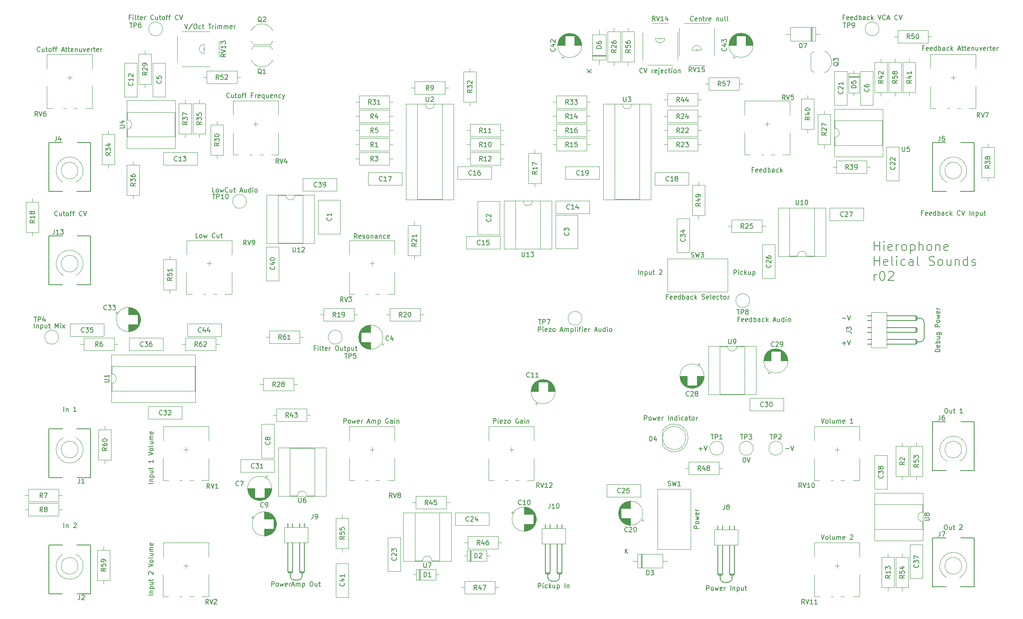
<source format=gto>
%TF.GenerationSoftware,KiCad,Pcbnew,9.0.3*%
%TF.CreationDate,2025-07-31T22:43:19+01:00*%
%TF.ProjectId,hierophone,68696572-6f70-4686-9f6e-652e6b696361,r02*%
%TF.SameCoordinates,Original*%
%TF.FileFunction,Legend,Top*%
%TF.FilePolarity,Positive*%
%FSLAX46Y46*%
G04 Gerber Fmt 4.6, Leading zero omitted, Abs format (unit mm)*
G04 Created by KiCad (PCBNEW 9.0.3) date 2025-07-31 22:43:19*
%MOMM*%
%LPD*%
G01*
G04 APERTURE LIST*
%ADD10C,0.150000*%
%ADD11C,0.120000*%
%ADD12C,0.200000*%
G04 APERTURE END LIST*
D10*
X187836779Y-87369819D02*
X187836779Y-86369819D01*
X187836779Y-86369819D02*
X188217731Y-86369819D01*
X188217731Y-86369819D02*
X188312969Y-86417438D01*
X188312969Y-86417438D02*
X188360588Y-86465057D01*
X188360588Y-86465057D02*
X188408207Y-86560295D01*
X188408207Y-86560295D02*
X188408207Y-86703152D01*
X188408207Y-86703152D02*
X188360588Y-86798390D01*
X188360588Y-86798390D02*
X188312969Y-86846009D01*
X188312969Y-86846009D02*
X188217731Y-86893628D01*
X188217731Y-86893628D02*
X187836779Y-86893628D01*
X188836779Y-87369819D02*
X188836779Y-86703152D01*
X188836779Y-86369819D02*
X188789160Y-86417438D01*
X188789160Y-86417438D02*
X188836779Y-86465057D01*
X188836779Y-86465057D02*
X188884398Y-86417438D01*
X188884398Y-86417438D02*
X188836779Y-86369819D01*
X188836779Y-86369819D02*
X188836779Y-86465057D01*
X189741540Y-87322200D02*
X189646302Y-87369819D01*
X189646302Y-87369819D02*
X189455826Y-87369819D01*
X189455826Y-87369819D02*
X189360588Y-87322200D01*
X189360588Y-87322200D02*
X189312969Y-87274580D01*
X189312969Y-87274580D02*
X189265350Y-87179342D01*
X189265350Y-87179342D02*
X189265350Y-86893628D01*
X189265350Y-86893628D02*
X189312969Y-86798390D01*
X189312969Y-86798390D02*
X189360588Y-86750771D01*
X189360588Y-86750771D02*
X189455826Y-86703152D01*
X189455826Y-86703152D02*
X189646302Y-86703152D01*
X189646302Y-86703152D02*
X189741540Y-86750771D01*
X190170112Y-87369819D02*
X190170112Y-86369819D01*
X190265350Y-86988866D02*
X190551064Y-87369819D01*
X190551064Y-86703152D02*
X190170112Y-87084104D01*
X191408207Y-86703152D02*
X191408207Y-87369819D01*
X190979636Y-86703152D02*
X190979636Y-87226961D01*
X190979636Y-87226961D02*
X191027255Y-87322200D01*
X191027255Y-87322200D02*
X191122493Y-87369819D01*
X191122493Y-87369819D02*
X191265350Y-87369819D01*
X191265350Y-87369819D02*
X191360588Y-87322200D01*
X191360588Y-87322200D02*
X191408207Y-87274580D01*
X191884398Y-86703152D02*
X191884398Y-87703152D01*
X191884398Y-86750771D02*
X191979636Y-86703152D01*
X191979636Y-86703152D02*
X192170112Y-86703152D01*
X192170112Y-86703152D02*
X192265350Y-86750771D01*
X192265350Y-86750771D02*
X192312969Y-86798390D01*
X192312969Y-86798390D02*
X192360588Y-86893628D01*
X192360588Y-86893628D02*
X192360588Y-87179342D01*
X192360588Y-87179342D02*
X192312969Y-87274580D01*
X192312969Y-87274580D02*
X192265350Y-87322200D01*
X192265350Y-87322200D02*
X192170112Y-87369819D01*
X192170112Y-87369819D02*
X191979636Y-87369819D01*
X191979636Y-87369819D02*
X191884398Y-87322200D01*
X167336779Y-87369819D02*
X167336779Y-86369819D01*
X167812969Y-86703152D02*
X167812969Y-87369819D01*
X167812969Y-86798390D02*
X167860588Y-86750771D01*
X167860588Y-86750771D02*
X167955826Y-86703152D01*
X167955826Y-86703152D02*
X168098683Y-86703152D01*
X168098683Y-86703152D02*
X168193921Y-86750771D01*
X168193921Y-86750771D02*
X168241540Y-86846009D01*
X168241540Y-86846009D02*
X168241540Y-87369819D01*
X168717731Y-86703152D02*
X168717731Y-87703152D01*
X168717731Y-86750771D02*
X168812969Y-86703152D01*
X168812969Y-86703152D02*
X169003445Y-86703152D01*
X169003445Y-86703152D02*
X169098683Y-86750771D01*
X169098683Y-86750771D02*
X169146302Y-86798390D01*
X169146302Y-86798390D02*
X169193921Y-86893628D01*
X169193921Y-86893628D02*
X169193921Y-87179342D01*
X169193921Y-87179342D02*
X169146302Y-87274580D01*
X169146302Y-87274580D02*
X169098683Y-87322200D01*
X169098683Y-87322200D02*
X169003445Y-87369819D01*
X169003445Y-87369819D02*
X168812969Y-87369819D01*
X168812969Y-87369819D02*
X168717731Y-87322200D01*
X170051064Y-86703152D02*
X170051064Y-87369819D01*
X169622493Y-86703152D02*
X169622493Y-87226961D01*
X169622493Y-87226961D02*
X169670112Y-87322200D01*
X169670112Y-87322200D02*
X169765350Y-87369819D01*
X169765350Y-87369819D02*
X169908207Y-87369819D01*
X169908207Y-87369819D02*
X170003445Y-87322200D01*
X170003445Y-87322200D02*
X170051064Y-87274580D01*
X170384398Y-86703152D02*
X170765350Y-86703152D01*
X170527255Y-86369819D02*
X170527255Y-87226961D01*
X170527255Y-87226961D02*
X170574874Y-87322200D01*
X170574874Y-87322200D02*
X170670112Y-87369819D01*
X170670112Y-87369819D02*
X170765350Y-87369819D01*
X171812970Y-86465057D02*
X171860589Y-86417438D01*
X171860589Y-86417438D02*
X171955827Y-86369819D01*
X171955827Y-86369819D02*
X172193922Y-86369819D01*
X172193922Y-86369819D02*
X172289160Y-86417438D01*
X172289160Y-86417438D02*
X172336779Y-86465057D01*
X172336779Y-86465057D02*
X172384398Y-86560295D01*
X172384398Y-86560295D02*
X172384398Y-86655533D01*
X172384398Y-86655533D02*
X172336779Y-86798390D01*
X172336779Y-86798390D02*
X171765351Y-87369819D01*
X171765351Y-87369819D02*
X172384398Y-87369819D01*
X211156779Y-96770866D02*
X211918684Y-96770866D01*
X212252017Y-96151819D02*
X212585350Y-97151819D01*
X212585350Y-97151819D02*
X212918683Y-96151819D01*
X211156779Y-102104866D02*
X211918684Y-102104866D01*
X211537731Y-102485819D02*
X211537731Y-101723914D01*
X212252017Y-101485819D02*
X212585350Y-102485819D01*
X212585350Y-102485819D02*
X212918683Y-101485819D01*
X217998874Y-82207662D02*
X217998874Y-80207662D01*
X217998874Y-81160043D02*
X219141731Y-81160043D01*
X219141731Y-82207662D02*
X219141731Y-80207662D01*
X220094112Y-82207662D02*
X220094112Y-80874328D01*
X220094112Y-80207662D02*
X219998874Y-80302900D01*
X219998874Y-80302900D02*
X220094112Y-80398138D01*
X220094112Y-80398138D02*
X220189350Y-80302900D01*
X220189350Y-80302900D02*
X220094112Y-80207662D01*
X220094112Y-80207662D02*
X220094112Y-80398138D01*
X221808398Y-82112424D02*
X221617922Y-82207662D01*
X221617922Y-82207662D02*
X221236969Y-82207662D01*
X221236969Y-82207662D02*
X221046493Y-82112424D01*
X221046493Y-82112424D02*
X220951255Y-81921947D01*
X220951255Y-81921947D02*
X220951255Y-81160043D01*
X220951255Y-81160043D02*
X221046493Y-80969566D01*
X221046493Y-80969566D02*
X221236969Y-80874328D01*
X221236969Y-80874328D02*
X221617922Y-80874328D01*
X221617922Y-80874328D02*
X221808398Y-80969566D01*
X221808398Y-80969566D02*
X221903636Y-81160043D01*
X221903636Y-81160043D02*
X221903636Y-81350519D01*
X221903636Y-81350519D02*
X220951255Y-81540995D01*
X222760779Y-82207662D02*
X222760779Y-80874328D01*
X222760779Y-81255281D02*
X222856017Y-81064804D01*
X222856017Y-81064804D02*
X222951255Y-80969566D01*
X222951255Y-80969566D02*
X223141731Y-80874328D01*
X223141731Y-80874328D02*
X223332208Y-80874328D01*
X224284588Y-82207662D02*
X224094112Y-82112424D01*
X224094112Y-82112424D02*
X223998874Y-82017185D01*
X223998874Y-82017185D02*
X223903636Y-81826709D01*
X223903636Y-81826709D02*
X223903636Y-81255281D01*
X223903636Y-81255281D02*
X223998874Y-81064804D01*
X223998874Y-81064804D02*
X224094112Y-80969566D01*
X224094112Y-80969566D02*
X224284588Y-80874328D01*
X224284588Y-80874328D02*
X224570303Y-80874328D01*
X224570303Y-80874328D02*
X224760779Y-80969566D01*
X224760779Y-80969566D02*
X224856017Y-81064804D01*
X224856017Y-81064804D02*
X224951255Y-81255281D01*
X224951255Y-81255281D02*
X224951255Y-81826709D01*
X224951255Y-81826709D02*
X224856017Y-82017185D01*
X224856017Y-82017185D02*
X224760779Y-82112424D01*
X224760779Y-82112424D02*
X224570303Y-82207662D01*
X224570303Y-82207662D02*
X224284588Y-82207662D01*
X225808398Y-80874328D02*
X225808398Y-82874328D01*
X225808398Y-80969566D02*
X225998874Y-80874328D01*
X225998874Y-80874328D02*
X226379827Y-80874328D01*
X226379827Y-80874328D02*
X226570303Y-80969566D01*
X226570303Y-80969566D02*
X226665541Y-81064804D01*
X226665541Y-81064804D02*
X226760779Y-81255281D01*
X226760779Y-81255281D02*
X226760779Y-81826709D01*
X226760779Y-81826709D02*
X226665541Y-82017185D01*
X226665541Y-82017185D02*
X226570303Y-82112424D01*
X226570303Y-82112424D02*
X226379827Y-82207662D01*
X226379827Y-82207662D02*
X225998874Y-82207662D01*
X225998874Y-82207662D02*
X225808398Y-82112424D01*
X227617922Y-82207662D02*
X227617922Y-80207662D01*
X228475065Y-82207662D02*
X228475065Y-81160043D01*
X228475065Y-81160043D02*
X228379827Y-80969566D01*
X228379827Y-80969566D02*
X228189351Y-80874328D01*
X228189351Y-80874328D02*
X227903636Y-80874328D01*
X227903636Y-80874328D02*
X227713160Y-80969566D01*
X227713160Y-80969566D02*
X227617922Y-81064804D01*
X229713160Y-82207662D02*
X229522684Y-82112424D01*
X229522684Y-82112424D02*
X229427446Y-82017185D01*
X229427446Y-82017185D02*
X229332208Y-81826709D01*
X229332208Y-81826709D02*
X229332208Y-81255281D01*
X229332208Y-81255281D02*
X229427446Y-81064804D01*
X229427446Y-81064804D02*
X229522684Y-80969566D01*
X229522684Y-80969566D02*
X229713160Y-80874328D01*
X229713160Y-80874328D02*
X229998875Y-80874328D01*
X229998875Y-80874328D02*
X230189351Y-80969566D01*
X230189351Y-80969566D02*
X230284589Y-81064804D01*
X230284589Y-81064804D02*
X230379827Y-81255281D01*
X230379827Y-81255281D02*
X230379827Y-81826709D01*
X230379827Y-81826709D02*
X230284589Y-82017185D01*
X230284589Y-82017185D02*
X230189351Y-82112424D01*
X230189351Y-82112424D02*
X229998875Y-82207662D01*
X229998875Y-82207662D02*
X229713160Y-82207662D01*
X231236970Y-80874328D02*
X231236970Y-82207662D01*
X231236970Y-81064804D02*
X231332208Y-80969566D01*
X231332208Y-80969566D02*
X231522684Y-80874328D01*
X231522684Y-80874328D02*
X231808399Y-80874328D01*
X231808399Y-80874328D02*
X231998875Y-80969566D01*
X231998875Y-80969566D02*
X232094113Y-81160043D01*
X232094113Y-81160043D02*
X232094113Y-82207662D01*
X233808399Y-82112424D02*
X233617923Y-82207662D01*
X233617923Y-82207662D02*
X233236970Y-82207662D01*
X233236970Y-82207662D02*
X233046494Y-82112424D01*
X233046494Y-82112424D02*
X232951256Y-81921947D01*
X232951256Y-81921947D02*
X232951256Y-81160043D01*
X232951256Y-81160043D02*
X233046494Y-80969566D01*
X233046494Y-80969566D02*
X233236970Y-80874328D01*
X233236970Y-80874328D02*
X233617923Y-80874328D01*
X233617923Y-80874328D02*
X233808399Y-80969566D01*
X233808399Y-80969566D02*
X233903637Y-81160043D01*
X233903637Y-81160043D02*
X233903637Y-81350519D01*
X233903637Y-81350519D02*
X232951256Y-81540995D01*
X217998874Y-85427550D02*
X217998874Y-83427550D01*
X217998874Y-84379931D02*
X219141731Y-84379931D01*
X219141731Y-85427550D02*
X219141731Y-83427550D01*
X220856017Y-85332312D02*
X220665541Y-85427550D01*
X220665541Y-85427550D02*
X220284588Y-85427550D01*
X220284588Y-85427550D02*
X220094112Y-85332312D01*
X220094112Y-85332312D02*
X219998874Y-85141835D01*
X219998874Y-85141835D02*
X219998874Y-84379931D01*
X219998874Y-84379931D02*
X220094112Y-84189454D01*
X220094112Y-84189454D02*
X220284588Y-84094216D01*
X220284588Y-84094216D02*
X220665541Y-84094216D01*
X220665541Y-84094216D02*
X220856017Y-84189454D01*
X220856017Y-84189454D02*
X220951255Y-84379931D01*
X220951255Y-84379931D02*
X220951255Y-84570407D01*
X220951255Y-84570407D02*
X219998874Y-84760883D01*
X222094112Y-85427550D02*
X221903636Y-85332312D01*
X221903636Y-85332312D02*
X221808398Y-85141835D01*
X221808398Y-85141835D02*
X221808398Y-83427550D01*
X222856017Y-85427550D02*
X222856017Y-84094216D01*
X222856017Y-83427550D02*
X222760779Y-83522788D01*
X222760779Y-83522788D02*
X222856017Y-83618026D01*
X222856017Y-83618026D02*
X222951255Y-83522788D01*
X222951255Y-83522788D02*
X222856017Y-83427550D01*
X222856017Y-83427550D02*
X222856017Y-83618026D01*
X224665541Y-85332312D02*
X224475065Y-85427550D01*
X224475065Y-85427550D02*
X224094112Y-85427550D01*
X224094112Y-85427550D02*
X223903636Y-85332312D01*
X223903636Y-85332312D02*
X223808398Y-85237073D01*
X223808398Y-85237073D02*
X223713160Y-85046597D01*
X223713160Y-85046597D02*
X223713160Y-84475169D01*
X223713160Y-84475169D02*
X223808398Y-84284692D01*
X223808398Y-84284692D02*
X223903636Y-84189454D01*
X223903636Y-84189454D02*
X224094112Y-84094216D01*
X224094112Y-84094216D02*
X224475065Y-84094216D01*
X224475065Y-84094216D02*
X224665541Y-84189454D01*
X226379827Y-85427550D02*
X226379827Y-84379931D01*
X226379827Y-84379931D02*
X226284589Y-84189454D01*
X226284589Y-84189454D02*
X226094113Y-84094216D01*
X226094113Y-84094216D02*
X225713160Y-84094216D01*
X225713160Y-84094216D02*
X225522684Y-84189454D01*
X226379827Y-85332312D02*
X226189351Y-85427550D01*
X226189351Y-85427550D02*
X225713160Y-85427550D01*
X225713160Y-85427550D02*
X225522684Y-85332312D01*
X225522684Y-85332312D02*
X225427446Y-85141835D01*
X225427446Y-85141835D02*
X225427446Y-84951359D01*
X225427446Y-84951359D02*
X225522684Y-84760883D01*
X225522684Y-84760883D02*
X225713160Y-84665645D01*
X225713160Y-84665645D02*
X226189351Y-84665645D01*
X226189351Y-84665645D02*
X226379827Y-84570407D01*
X227617922Y-85427550D02*
X227427446Y-85332312D01*
X227427446Y-85332312D02*
X227332208Y-85141835D01*
X227332208Y-85141835D02*
X227332208Y-83427550D01*
X229808399Y-85332312D02*
X230094113Y-85427550D01*
X230094113Y-85427550D02*
X230570304Y-85427550D01*
X230570304Y-85427550D02*
X230760780Y-85332312D01*
X230760780Y-85332312D02*
X230856018Y-85237073D01*
X230856018Y-85237073D02*
X230951256Y-85046597D01*
X230951256Y-85046597D02*
X230951256Y-84856121D01*
X230951256Y-84856121D02*
X230856018Y-84665645D01*
X230856018Y-84665645D02*
X230760780Y-84570407D01*
X230760780Y-84570407D02*
X230570304Y-84475169D01*
X230570304Y-84475169D02*
X230189351Y-84379931D01*
X230189351Y-84379931D02*
X229998875Y-84284692D01*
X229998875Y-84284692D02*
X229903637Y-84189454D01*
X229903637Y-84189454D02*
X229808399Y-83998978D01*
X229808399Y-83998978D02*
X229808399Y-83808502D01*
X229808399Y-83808502D02*
X229903637Y-83618026D01*
X229903637Y-83618026D02*
X229998875Y-83522788D01*
X229998875Y-83522788D02*
X230189351Y-83427550D01*
X230189351Y-83427550D02*
X230665542Y-83427550D01*
X230665542Y-83427550D02*
X230951256Y-83522788D01*
X232094113Y-85427550D02*
X231903637Y-85332312D01*
X231903637Y-85332312D02*
X231808399Y-85237073D01*
X231808399Y-85237073D02*
X231713161Y-85046597D01*
X231713161Y-85046597D02*
X231713161Y-84475169D01*
X231713161Y-84475169D02*
X231808399Y-84284692D01*
X231808399Y-84284692D02*
X231903637Y-84189454D01*
X231903637Y-84189454D02*
X232094113Y-84094216D01*
X232094113Y-84094216D02*
X232379828Y-84094216D01*
X232379828Y-84094216D02*
X232570304Y-84189454D01*
X232570304Y-84189454D02*
X232665542Y-84284692D01*
X232665542Y-84284692D02*
X232760780Y-84475169D01*
X232760780Y-84475169D02*
X232760780Y-85046597D01*
X232760780Y-85046597D02*
X232665542Y-85237073D01*
X232665542Y-85237073D02*
X232570304Y-85332312D01*
X232570304Y-85332312D02*
X232379828Y-85427550D01*
X232379828Y-85427550D02*
X232094113Y-85427550D01*
X234475066Y-84094216D02*
X234475066Y-85427550D01*
X233617923Y-84094216D02*
X233617923Y-85141835D01*
X233617923Y-85141835D02*
X233713161Y-85332312D01*
X233713161Y-85332312D02*
X233903637Y-85427550D01*
X233903637Y-85427550D02*
X234189352Y-85427550D01*
X234189352Y-85427550D02*
X234379828Y-85332312D01*
X234379828Y-85332312D02*
X234475066Y-85237073D01*
X235427447Y-84094216D02*
X235427447Y-85427550D01*
X235427447Y-84284692D02*
X235522685Y-84189454D01*
X235522685Y-84189454D02*
X235713161Y-84094216D01*
X235713161Y-84094216D02*
X235998876Y-84094216D01*
X235998876Y-84094216D02*
X236189352Y-84189454D01*
X236189352Y-84189454D02*
X236284590Y-84379931D01*
X236284590Y-84379931D02*
X236284590Y-85427550D01*
X238094114Y-85427550D02*
X238094114Y-83427550D01*
X238094114Y-85332312D02*
X237903638Y-85427550D01*
X237903638Y-85427550D02*
X237522685Y-85427550D01*
X237522685Y-85427550D02*
X237332209Y-85332312D01*
X237332209Y-85332312D02*
X237236971Y-85237073D01*
X237236971Y-85237073D02*
X237141733Y-85046597D01*
X237141733Y-85046597D02*
X237141733Y-84475169D01*
X237141733Y-84475169D02*
X237236971Y-84284692D01*
X237236971Y-84284692D02*
X237332209Y-84189454D01*
X237332209Y-84189454D02*
X237522685Y-84094216D01*
X237522685Y-84094216D02*
X237903638Y-84094216D01*
X237903638Y-84094216D02*
X238094114Y-84189454D01*
X238951257Y-85332312D02*
X239141733Y-85427550D01*
X239141733Y-85427550D02*
X239522685Y-85427550D01*
X239522685Y-85427550D02*
X239713162Y-85332312D01*
X239713162Y-85332312D02*
X239808400Y-85141835D01*
X239808400Y-85141835D02*
X239808400Y-85046597D01*
X239808400Y-85046597D02*
X239713162Y-84856121D01*
X239713162Y-84856121D02*
X239522685Y-84760883D01*
X239522685Y-84760883D02*
X239236971Y-84760883D01*
X239236971Y-84760883D02*
X239046495Y-84665645D01*
X239046495Y-84665645D02*
X238951257Y-84475169D01*
X238951257Y-84475169D02*
X238951257Y-84379931D01*
X238951257Y-84379931D02*
X239046495Y-84189454D01*
X239046495Y-84189454D02*
X239236971Y-84094216D01*
X239236971Y-84094216D02*
X239522685Y-84094216D01*
X239522685Y-84094216D02*
X239713162Y-84189454D01*
X217998874Y-88647438D02*
X217998874Y-87314104D01*
X217998874Y-87695057D02*
X218094112Y-87504580D01*
X218094112Y-87504580D02*
X218189350Y-87409342D01*
X218189350Y-87409342D02*
X218379826Y-87314104D01*
X218379826Y-87314104D02*
X218570303Y-87314104D01*
X219617921Y-86647438D02*
X219808398Y-86647438D01*
X219808398Y-86647438D02*
X219998874Y-86742676D01*
X219998874Y-86742676D02*
X220094112Y-86837914D01*
X220094112Y-86837914D02*
X220189350Y-87028390D01*
X220189350Y-87028390D02*
X220284588Y-87409342D01*
X220284588Y-87409342D02*
X220284588Y-87885533D01*
X220284588Y-87885533D02*
X220189350Y-88266485D01*
X220189350Y-88266485D02*
X220094112Y-88456961D01*
X220094112Y-88456961D02*
X219998874Y-88552200D01*
X219998874Y-88552200D02*
X219808398Y-88647438D01*
X219808398Y-88647438D02*
X219617921Y-88647438D01*
X219617921Y-88647438D02*
X219427445Y-88552200D01*
X219427445Y-88552200D02*
X219332207Y-88456961D01*
X219332207Y-88456961D02*
X219236969Y-88266485D01*
X219236969Y-88266485D02*
X219141731Y-87885533D01*
X219141731Y-87885533D02*
X219141731Y-87409342D01*
X219141731Y-87409342D02*
X219236969Y-87028390D01*
X219236969Y-87028390D02*
X219332207Y-86837914D01*
X219332207Y-86837914D02*
X219427445Y-86742676D01*
X219427445Y-86742676D02*
X219617921Y-86647438D01*
X221046493Y-86837914D02*
X221141731Y-86742676D01*
X221141731Y-86742676D02*
X221332207Y-86647438D01*
X221332207Y-86647438D02*
X221808398Y-86647438D01*
X221808398Y-86647438D02*
X221998874Y-86742676D01*
X221998874Y-86742676D02*
X222094112Y-86837914D01*
X222094112Y-86837914D02*
X222189350Y-87028390D01*
X222189350Y-87028390D02*
X222189350Y-87218866D01*
X222189350Y-87218866D02*
X222094112Y-87504580D01*
X222094112Y-87504580D02*
X220951255Y-88647438D01*
X220951255Y-88647438D02*
X222189350Y-88647438D01*
X225671142Y-36649819D02*
X225337809Y-36173628D01*
X225099714Y-36649819D02*
X225099714Y-35649819D01*
X225099714Y-35649819D02*
X225480666Y-35649819D01*
X225480666Y-35649819D02*
X225575904Y-35697438D01*
X225575904Y-35697438D02*
X225623523Y-35745057D01*
X225623523Y-35745057D02*
X225671142Y-35840295D01*
X225671142Y-35840295D02*
X225671142Y-35983152D01*
X225671142Y-35983152D02*
X225623523Y-36078390D01*
X225623523Y-36078390D02*
X225575904Y-36126009D01*
X225575904Y-36126009D02*
X225480666Y-36173628D01*
X225480666Y-36173628D02*
X225099714Y-36173628D01*
X226575904Y-35649819D02*
X226099714Y-35649819D01*
X226099714Y-35649819D02*
X226052095Y-36126009D01*
X226052095Y-36126009D02*
X226099714Y-36078390D01*
X226099714Y-36078390D02*
X226194952Y-36030771D01*
X226194952Y-36030771D02*
X226433047Y-36030771D01*
X226433047Y-36030771D02*
X226528285Y-36078390D01*
X226528285Y-36078390D02*
X226575904Y-36126009D01*
X226575904Y-36126009D02*
X226623523Y-36221247D01*
X226623523Y-36221247D02*
X226623523Y-36459342D01*
X226623523Y-36459342D02*
X226575904Y-36554580D01*
X226575904Y-36554580D02*
X226528285Y-36602200D01*
X226528285Y-36602200D02*
X226433047Y-36649819D01*
X226433047Y-36649819D02*
X226194952Y-36649819D01*
X226194952Y-36649819D02*
X226099714Y-36602200D01*
X226099714Y-36602200D02*
X226052095Y-36554580D01*
X227242571Y-35649819D02*
X227337809Y-35649819D01*
X227337809Y-35649819D02*
X227433047Y-35697438D01*
X227433047Y-35697438D02*
X227480666Y-35745057D01*
X227480666Y-35745057D02*
X227528285Y-35840295D01*
X227528285Y-35840295D02*
X227575904Y-36030771D01*
X227575904Y-36030771D02*
X227575904Y-36268866D01*
X227575904Y-36268866D02*
X227528285Y-36459342D01*
X227528285Y-36459342D02*
X227480666Y-36554580D01*
X227480666Y-36554580D02*
X227433047Y-36602200D01*
X227433047Y-36602200D02*
X227337809Y-36649819D01*
X227337809Y-36649819D02*
X227242571Y-36649819D01*
X227242571Y-36649819D02*
X227147333Y-36602200D01*
X227147333Y-36602200D02*
X227099714Y-36554580D01*
X227099714Y-36554580D02*
X227052095Y-36459342D01*
X227052095Y-36459342D02*
X227004476Y-36268866D01*
X227004476Y-36268866D02*
X227004476Y-36030771D01*
X227004476Y-36030771D02*
X227052095Y-35840295D01*
X227052095Y-35840295D02*
X227099714Y-35745057D01*
X227099714Y-35745057D02*
X227147333Y-35697438D01*
X227147333Y-35697438D02*
X227242571Y-35649819D01*
X149330580Y-38742857D02*
X149378200Y-38790476D01*
X149378200Y-38790476D02*
X149425819Y-38933333D01*
X149425819Y-38933333D02*
X149425819Y-39028571D01*
X149425819Y-39028571D02*
X149378200Y-39171428D01*
X149378200Y-39171428D02*
X149282961Y-39266666D01*
X149282961Y-39266666D02*
X149187723Y-39314285D01*
X149187723Y-39314285D02*
X148997247Y-39361904D01*
X148997247Y-39361904D02*
X148854390Y-39361904D01*
X148854390Y-39361904D02*
X148663914Y-39314285D01*
X148663914Y-39314285D02*
X148568676Y-39266666D01*
X148568676Y-39266666D02*
X148473438Y-39171428D01*
X148473438Y-39171428D02*
X148425819Y-39028571D01*
X148425819Y-39028571D02*
X148425819Y-38933333D01*
X148425819Y-38933333D02*
X148473438Y-38790476D01*
X148473438Y-38790476D02*
X148521057Y-38742857D01*
X148759152Y-37885714D02*
X149425819Y-37885714D01*
X148378200Y-38123809D02*
X149092485Y-38361904D01*
X149092485Y-38361904D02*
X149092485Y-37742857D01*
X148521057Y-37409523D02*
X148473438Y-37361904D01*
X148473438Y-37361904D02*
X148425819Y-37266666D01*
X148425819Y-37266666D02*
X148425819Y-37028571D01*
X148425819Y-37028571D02*
X148473438Y-36933333D01*
X148473438Y-36933333D02*
X148521057Y-36885714D01*
X148521057Y-36885714D02*
X148616295Y-36838095D01*
X148616295Y-36838095D02*
X148711533Y-36838095D01*
X148711533Y-36838095D02*
X148854390Y-36885714D01*
X148854390Y-36885714D02*
X149425819Y-37457142D01*
X149425819Y-37457142D02*
X149425819Y-36838095D01*
X152265142Y-50746819D02*
X151931809Y-50270628D01*
X151693714Y-50746819D02*
X151693714Y-49746819D01*
X151693714Y-49746819D02*
X152074666Y-49746819D01*
X152074666Y-49746819D02*
X152169904Y-49794438D01*
X152169904Y-49794438D02*
X152217523Y-49842057D01*
X152217523Y-49842057D02*
X152265142Y-49937295D01*
X152265142Y-49937295D02*
X152265142Y-50080152D01*
X152265142Y-50080152D02*
X152217523Y-50175390D01*
X152217523Y-50175390D02*
X152169904Y-50223009D01*
X152169904Y-50223009D02*
X152074666Y-50270628D01*
X152074666Y-50270628D02*
X151693714Y-50270628D01*
X152598476Y-49746819D02*
X153217523Y-49746819D01*
X153217523Y-49746819D02*
X152884190Y-50127771D01*
X152884190Y-50127771D02*
X153027047Y-50127771D01*
X153027047Y-50127771D02*
X153122285Y-50175390D01*
X153122285Y-50175390D02*
X153169904Y-50223009D01*
X153169904Y-50223009D02*
X153217523Y-50318247D01*
X153217523Y-50318247D02*
X153217523Y-50556342D01*
X153217523Y-50556342D02*
X153169904Y-50651580D01*
X153169904Y-50651580D02*
X153122285Y-50699200D01*
X153122285Y-50699200D02*
X153027047Y-50746819D01*
X153027047Y-50746819D02*
X152741333Y-50746819D01*
X152741333Y-50746819D02*
X152646095Y-50699200D01*
X152646095Y-50699200D02*
X152598476Y-50651580D01*
X153550857Y-49746819D02*
X154169904Y-49746819D01*
X154169904Y-49746819D02*
X153836571Y-50127771D01*
X153836571Y-50127771D02*
X153979428Y-50127771D01*
X153979428Y-50127771D02*
X154074666Y-50175390D01*
X154074666Y-50175390D02*
X154122285Y-50223009D01*
X154122285Y-50223009D02*
X154169904Y-50318247D01*
X154169904Y-50318247D02*
X154169904Y-50556342D01*
X154169904Y-50556342D02*
X154122285Y-50651580D01*
X154122285Y-50651580D02*
X154074666Y-50699200D01*
X154074666Y-50699200D02*
X153979428Y-50746819D01*
X153979428Y-50746819D02*
X153693714Y-50746819D01*
X153693714Y-50746819D02*
X153598476Y-50699200D01*
X153598476Y-50699200D02*
X153550857Y-50651580D01*
X72509142Y-102816819D02*
X72175809Y-102340628D01*
X71937714Y-102816819D02*
X71937714Y-101816819D01*
X71937714Y-101816819D02*
X72318666Y-101816819D01*
X72318666Y-101816819D02*
X72413904Y-101864438D01*
X72413904Y-101864438D02*
X72461523Y-101912057D01*
X72461523Y-101912057D02*
X72509142Y-102007295D01*
X72509142Y-102007295D02*
X72509142Y-102150152D01*
X72509142Y-102150152D02*
X72461523Y-102245390D01*
X72461523Y-102245390D02*
X72413904Y-102293009D01*
X72413904Y-102293009D02*
X72318666Y-102340628D01*
X72318666Y-102340628D02*
X71937714Y-102340628D01*
X73366285Y-101816819D02*
X73175809Y-101816819D01*
X73175809Y-101816819D02*
X73080571Y-101864438D01*
X73080571Y-101864438D02*
X73032952Y-101912057D01*
X73032952Y-101912057D02*
X72937714Y-102054914D01*
X72937714Y-102054914D02*
X72890095Y-102245390D01*
X72890095Y-102245390D02*
X72890095Y-102626342D01*
X72890095Y-102626342D02*
X72937714Y-102721580D01*
X72937714Y-102721580D02*
X72985333Y-102769200D01*
X72985333Y-102769200D02*
X73080571Y-102816819D01*
X73080571Y-102816819D02*
X73271047Y-102816819D01*
X73271047Y-102816819D02*
X73366285Y-102769200D01*
X73366285Y-102769200D02*
X73413904Y-102721580D01*
X73413904Y-102721580D02*
X73461523Y-102626342D01*
X73461523Y-102626342D02*
X73461523Y-102388247D01*
X73461523Y-102388247D02*
X73413904Y-102293009D01*
X73413904Y-102293009D02*
X73366285Y-102245390D01*
X73366285Y-102245390D02*
X73271047Y-102197771D01*
X73271047Y-102197771D02*
X73080571Y-102197771D01*
X73080571Y-102197771D02*
X72985333Y-102245390D01*
X72985333Y-102245390D02*
X72937714Y-102293009D01*
X72937714Y-102293009D02*
X72890095Y-102388247D01*
X73842476Y-101912057D02*
X73890095Y-101864438D01*
X73890095Y-101864438D02*
X73985333Y-101816819D01*
X73985333Y-101816819D02*
X74223428Y-101816819D01*
X74223428Y-101816819D02*
X74318666Y-101864438D01*
X74318666Y-101864438D02*
X74366285Y-101912057D01*
X74366285Y-101912057D02*
X74413904Y-102007295D01*
X74413904Y-102007295D02*
X74413904Y-102102533D01*
X74413904Y-102102533D02*
X74366285Y-102245390D01*
X74366285Y-102245390D02*
X73794857Y-102816819D01*
X73794857Y-102816819D02*
X74413904Y-102816819D01*
X198849761Y-49739819D02*
X198516428Y-49263628D01*
X198278333Y-49739819D02*
X198278333Y-48739819D01*
X198278333Y-48739819D02*
X198659285Y-48739819D01*
X198659285Y-48739819D02*
X198754523Y-48787438D01*
X198754523Y-48787438D02*
X198802142Y-48835057D01*
X198802142Y-48835057D02*
X198849761Y-48930295D01*
X198849761Y-48930295D02*
X198849761Y-49073152D01*
X198849761Y-49073152D02*
X198802142Y-49168390D01*
X198802142Y-49168390D02*
X198754523Y-49216009D01*
X198754523Y-49216009D02*
X198659285Y-49263628D01*
X198659285Y-49263628D02*
X198278333Y-49263628D01*
X199135476Y-48739819D02*
X199468809Y-49739819D01*
X199468809Y-49739819D02*
X199802142Y-48739819D01*
X200611666Y-48739819D02*
X200135476Y-48739819D01*
X200135476Y-48739819D02*
X200087857Y-49216009D01*
X200087857Y-49216009D02*
X200135476Y-49168390D01*
X200135476Y-49168390D02*
X200230714Y-49120771D01*
X200230714Y-49120771D02*
X200468809Y-49120771D01*
X200468809Y-49120771D02*
X200564047Y-49168390D01*
X200564047Y-49168390D02*
X200611666Y-49216009D01*
X200611666Y-49216009D02*
X200659285Y-49311247D01*
X200659285Y-49311247D02*
X200659285Y-49549342D01*
X200659285Y-49549342D02*
X200611666Y-49644580D01*
X200611666Y-49644580D02*
X200564047Y-49692200D01*
X200564047Y-49692200D02*
X200468809Y-49739819D01*
X200468809Y-49739819D02*
X200230714Y-49739819D01*
X200230714Y-49739819D02*
X200135476Y-49692200D01*
X200135476Y-49692200D02*
X200087857Y-49644580D01*
X192040237Y-64828009D02*
X191706904Y-64828009D01*
X191706904Y-65351819D02*
X191706904Y-64351819D01*
X191706904Y-64351819D02*
X192183094Y-64351819D01*
X192944999Y-65304200D02*
X192849761Y-65351819D01*
X192849761Y-65351819D02*
X192659285Y-65351819D01*
X192659285Y-65351819D02*
X192564047Y-65304200D01*
X192564047Y-65304200D02*
X192516428Y-65208961D01*
X192516428Y-65208961D02*
X192516428Y-64828009D01*
X192516428Y-64828009D02*
X192564047Y-64732771D01*
X192564047Y-64732771D02*
X192659285Y-64685152D01*
X192659285Y-64685152D02*
X192849761Y-64685152D01*
X192849761Y-64685152D02*
X192944999Y-64732771D01*
X192944999Y-64732771D02*
X192992618Y-64828009D01*
X192992618Y-64828009D02*
X192992618Y-64923247D01*
X192992618Y-64923247D02*
X192516428Y-65018485D01*
X193802142Y-65304200D02*
X193706904Y-65351819D01*
X193706904Y-65351819D02*
X193516428Y-65351819D01*
X193516428Y-65351819D02*
X193421190Y-65304200D01*
X193421190Y-65304200D02*
X193373571Y-65208961D01*
X193373571Y-65208961D02*
X193373571Y-64828009D01*
X193373571Y-64828009D02*
X193421190Y-64732771D01*
X193421190Y-64732771D02*
X193516428Y-64685152D01*
X193516428Y-64685152D02*
X193706904Y-64685152D01*
X193706904Y-64685152D02*
X193802142Y-64732771D01*
X193802142Y-64732771D02*
X193849761Y-64828009D01*
X193849761Y-64828009D02*
X193849761Y-64923247D01*
X193849761Y-64923247D02*
X193373571Y-65018485D01*
X194706904Y-65351819D02*
X194706904Y-64351819D01*
X194706904Y-65304200D02*
X194611666Y-65351819D01*
X194611666Y-65351819D02*
X194421190Y-65351819D01*
X194421190Y-65351819D02*
X194325952Y-65304200D01*
X194325952Y-65304200D02*
X194278333Y-65256580D01*
X194278333Y-65256580D02*
X194230714Y-65161342D01*
X194230714Y-65161342D02*
X194230714Y-64875628D01*
X194230714Y-64875628D02*
X194278333Y-64780390D01*
X194278333Y-64780390D02*
X194325952Y-64732771D01*
X194325952Y-64732771D02*
X194421190Y-64685152D01*
X194421190Y-64685152D02*
X194611666Y-64685152D01*
X194611666Y-64685152D02*
X194706904Y-64732771D01*
X195183095Y-65351819D02*
X195183095Y-64351819D01*
X195183095Y-64732771D02*
X195278333Y-64685152D01*
X195278333Y-64685152D02*
X195468809Y-64685152D01*
X195468809Y-64685152D02*
X195564047Y-64732771D01*
X195564047Y-64732771D02*
X195611666Y-64780390D01*
X195611666Y-64780390D02*
X195659285Y-64875628D01*
X195659285Y-64875628D02*
X195659285Y-65161342D01*
X195659285Y-65161342D02*
X195611666Y-65256580D01*
X195611666Y-65256580D02*
X195564047Y-65304200D01*
X195564047Y-65304200D02*
X195468809Y-65351819D01*
X195468809Y-65351819D02*
X195278333Y-65351819D01*
X195278333Y-65351819D02*
X195183095Y-65304200D01*
X196516428Y-65351819D02*
X196516428Y-64828009D01*
X196516428Y-64828009D02*
X196468809Y-64732771D01*
X196468809Y-64732771D02*
X196373571Y-64685152D01*
X196373571Y-64685152D02*
X196183095Y-64685152D01*
X196183095Y-64685152D02*
X196087857Y-64732771D01*
X196516428Y-65304200D02*
X196421190Y-65351819D01*
X196421190Y-65351819D02*
X196183095Y-65351819D01*
X196183095Y-65351819D02*
X196087857Y-65304200D01*
X196087857Y-65304200D02*
X196040238Y-65208961D01*
X196040238Y-65208961D02*
X196040238Y-65113723D01*
X196040238Y-65113723D02*
X196087857Y-65018485D01*
X196087857Y-65018485D02*
X196183095Y-64970866D01*
X196183095Y-64970866D02*
X196421190Y-64970866D01*
X196421190Y-64970866D02*
X196516428Y-64923247D01*
X197421190Y-65304200D02*
X197325952Y-65351819D01*
X197325952Y-65351819D02*
X197135476Y-65351819D01*
X197135476Y-65351819D02*
X197040238Y-65304200D01*
X197040238Y-65304200D02*
X196992619Y-65256580D01*
X196992619Y-65256580D02*
X196945000Y-65161342D01*
X196945000Y-65161342D02*
X196945000Y-64875628D01*
X196945000Y-64875628D02*
X196992619Y-64780390D01*
X196992619Y-64780390D02*
X197040238Y-64732771D01*
X197040238Y-64732771D02*
X197135476Y-64685152D01*
X197135476Y-64685152D02*
X197325952Y-64685152D01*
X197325952Y-64685152D02*
X197421190Y-64732771D01*
X197849762Y-65351819D02*
X197849762Y-64351819D01*
X197945000Y-64970866D02*
X198230714Y-65351819D01*
X198230714Y-64685152D02*
X197849762Y-65066104D01*
X178666667Y-83589200D02*
X178809524Y-83636819D01*
X178809524Y-83636819D02*
X179047619Y-83636819D01*
X179047619Y-83636819D02*
X179142857Y-83589200D01*
X179142857Y-83589200D02*
X179190476Y-83541580D01*
X179190476Y-83541580D02*
X179238095Y-83446342D01*
X179238095Y-83446342D02*
X179238095Y-83351104D01*
X179238095Y-83351104D02*
X179190476Y-83255866D01*
X179190476Y-83255866D02*
X179142857Y-83208247D01*
X179142857Y-83208247D02*
X179047619Y-83160628D01*
X179047619Y-83160628D02*
X178857143Y-83113009D01*
X178857143Y-83113009D02*
X178761905Y-83065390D01*
X178761905Y-83065390D02*
X178714286Y-83017771D01*
X178714286Y-83017771D02*
X178666667Y-82922533D01*
X178666667Y-82922533D02*
X178666667Y-82827295D01*
X178666667Y-82827295D02*
X178714286Y-82732057D01*
X178714286Y-82732057D02*
X178761905Y-82684438D01*
X178761905Y-82684438D02*
X178857143Y-82636819D01*
X178857143Y-82636819D02*
X179095238Y-82636819D01*
X179095238Y-82636819D02*
X179238095Y-82684438D01*
X179571429Y-82636819D02*
X179809524Y-83636819D01*
X179809524Y-83636819D02*
X180000000Y-82922533D01*
X180000000Y-82922533D02*
X180190476Y-83636819D01*
X180190476Y-83636819D02*
X180428572Y-82636819D01*
X180714286Y-82636819D02*
X181333333Y-82636819D01*
X181333333Y-82636819D02*
X181000000Y-83017771D01*
X181000000Y-83017771D02*
X181142857Y-83017771D01*
X181142857Y-83017771D02*
X181238095Y-83065390D01*
X181238095Y-83065390D02*
X181285714Y-83113009D01*
X181285714Y-83113009D02*
X181333333Y-83208247D01*
X181333333Y-83208247D02*
X181333333Y-83446342D01*
X181333333Y-83446342D02*
X181285714Y-83541580D01*
X181285714Y-83541580D02*
X181238095Y-83589200D01*
X181238095Y-83589200D02*
X181142857Y-83636819D01*
X181142857Y-83636819D02*
X180857143Y-83636819D01*
X180857143Y-83636819D02*
X180761905Y-83589200D01*
X180761905Y-83589200D02*
X180714286Y-83541580D01*
X173642855Y-92133009D02*
X173309522Y-92133009D01*
X173309522Y-92656819D02*
X173309522Y-91656819D01*
X173309522Y-91656819D02*
X173785712Y-91656819D01*
X174547617Y-92609200D02*
X174452379Y-92656819D01*
X174452379Y-92656819D02*
X174261903Y-92656819D01*
X174261903Y-92656819D02*
X174166665Y-92609200D01*
X174166665Y-92609200D02*
X174119046Y-92513961D01*
X174119046Y-92513961D02*
X174119046Y-92133009D01*
X174119046Y-92133009D02*
X174166665Y-92037771D01*
X174166665Y-92037771D02*
X174261903Y-91990152D01*
X174261903Y-91990152D02*
X174452379Y-91990152D01*
X174452379Y-91990152D02*
X174547617Y-92037771D01*
X174547617Y-92037771D02*
X174595236Y-92133009D01*
X174595236Y-92133009D02*
X174595236Y-92228247D01*
X174595236Y-92228247D02*
X174119046Y-92323485D01*
X175404760Y-92609200D02*
X175309522Y-92656819D01*
X175309522Y-92656819D02*
X175119046Y-92656819D01*
X175119046Y-92656819D02*
X175023808Y-92609200D01*
X175023808Y-92609200D02*
X174976189Y-92513961D01*
X174976189Y-92513961D02*
X174976189Y-92133009D01*
X174976189Y-92133009D02*
X175023808Y-92037771D01*
X175023808Y-92037771D02*
X175119046Y-91990152D01*
X175119046Y-91990152D02*
X175309522Y-91990152D01*
X175309522Y-91990152D02*
X175404760Y-92037771D01*
X175404760Y-92037771D02*
X175452379Y-92133009D01*
X175452379Y-92133009D02*
X175452379Y-92228247D01*
X175452379Y-92228247D02*
X174976189Y-92323485D01*
X176309522Y-92656819D02*
X176309522Y-91656819D01*
X176309522Y-92609200D02*
X176214284Y-92656819D01*
X176214284Y-92656819D02*
X176023808Y-92656819D01*
X176023808Y-92656819D02*
X175928570Y-92609200D01*
X175928570Y-92609200D02*
X175880951Y-92561580D01*
X175880951Y-92561580D02*
X175833332Y-92466342D01*
X175833332Y-92466342D02*
X175833332Y-92180628D01*
X175833332Y-92180628D02*
X175880951Y-92085390D01*
X175880951Y-92085390D02*
X175928570Y-92037771D01*
X175928570Y-92037771D02*
X176023808Y-91990152D01*
X176023808Y-91990152D02*
X176214284Y-91990152D01*
X176214284Y-91990152D02*
X176309522Y-92037771D01*
X176785713Y-92656819D02*
X176785713Y-91656819D01*
X176785713Y-92037771D02*
X176880951Y-91990152D01*
X176880951Y-91990152D02*
X177071427Y-91990152D01*
X177071427Y-91990152D02*
X177166665Y-92037771D01*
X177166665Y-92037771D02*
X177214284Y-92085390D01*
X177214284Y-92085390D02*
X177261903Y-92180628D01*
X177261903Y-92180628D02*
X177261903Y-92466342D01*
X177261903Y-92466342D02*
X177214284Y-92561580D01*
X177214284Y-92561580D02*
X177166665Y-92609200D01*
X177166665Y-92609200D02*
X177071427Y-92656819D01*
X177071427Y-92656819D02*
X176880951Y-92656819D01*
X176880951Y-92656819D02*
X176785713Y-92609200D01*
X178119046Y-92656819D02*
X178119046Y-92133009D01*
X178119046Y-92133009D02*
X178071427Y-92037771D01*
X178071427Y-92037771D02*
X177976189Y-91990152D01*
X177976189Y-91990152D02*
X177785713Y-91990152D01*
X177785713Y-91990152D02*
X177690475Y-92037771D01*
X178119046Y-92609200D02*
X178023808Y-92656819D01*
X178023808Y-92656819D02*
X177785713Y-92656819D01*
X177785713Y-92656819D02*
X177690475Y-92609200D01*
X177690475Y-92609200D02*
X177642856Y-92513961D01*
X177642856Y-92513961D02*
X177642856Y-92418723D01*
X177642856Y-92418723D02*
X177690475Y-92323485D01*
X177690475Y-92323485D02*
X177785713Y-92275866D01*
X177785713Y-92275866D02*
X178023808Y-92275866D01*
X178023808Y-92275866D02*
X178119046Y-92228247D01*
X179023808Y-92609200D02*
X178928570Y-92656819D01*
X178928570Y-92656819D02*
X178738094Y-92656819D01*
X178738094Y-92656819D02*
X178642856Y-92609200D01*
X178642856Y-92609200D02*
X178595237Y-92561580D01*
X178595237Y-92561580D02*
X178547618Y-92466342D01*
X178547618Y-92466342D02*
X178547618Y-92180628D01*
X178547618Y-92180628D02*
X178595237Y-92085390D01*
X178595237Y-92085390D02*
X178642856Y-92037771D01*
X178642856Y-92037771D02*
X178738094Y-91990152D01*
X178738094Y-91990152D02*
X178928570Y-91990152D01*
X178928570Y-91990152D02*
X179023808Y-92037771D01*
X179452380Y-92656819D02*
X179452380Y-91656819D01*
X179547618Y-92275866D02*
X179833332Y-92656819D01*
X179833332Y-91990152D02*
X179452380Y-92371104D01*
X180976190Y-92609200D02*
X181119047Y-92656819D01*
X181119047Y-92656819D02*
X181357142Y-92656819D01*
X181357142Y-92656819D02*
X181452380Y-92609200D01*
X181452380Y-92609200D02*
X181499999Y-92561580D01*
X181499999Y-92561580D02*
X181547618Y-92466342D01*
X181547618Y-92466342D02*
X181547618Y-92371104D01*
X181547618Y-92371104D02*
X181499999Y-92275866D01*
X181499999Y-92275866D02*
X181452380Y-92228247D01*
X181452380Y-92228247D02*
X181357142Y-92180628D01*
X181357142Y-92180628D02*
X181166666Y-92133009D01*
X181166666Y-92133009D02*
X181071428Y-92085390D01*
X181071428Y-92085390D02*
X181023809Y-92037771D01*
X181023809Y-92037771D02*
X180976190Y-91942533D01*
X180976190Y-91942533D02*
X180976190Y-91847295D01*
X180976190Y-91847295D02*
X181023809Y-91752057D01*
X181023809Y-91752057D02*
X181071428Y-91704438D01*
X181071428Y-91704438D02*
X181166666Y-91656819D01*
X181166666Y-91656819D02*
X181404761Y-91656819D01*
X181404761Y-91656819D02*
X181547618Y-91704438D01*
X182357142Y-92609200D02*
X182261904Y-92656819D01*
X182261904Y-92656819D02*
X182071428Y-92656819D01*
X182071428Y-92656819D02*
X181976190Y-92609200D01*
X181976190Y-92609200D02*
X181928571Y-92513961D01*
X181928571Y-92513961D02*
X181928571Y-92133009D01*
X181928571Y-92133009D02*
X181976190Y-92037771D01*
X181976190Y-92037771D02*
X182071428Y-91990152D01*
X182071428Y-91990152D02*
X182261904Y-91990152D01*
X182261904Y-91990152D02*
X182357142Y-92037771D01*
X182357142Y-92037771D02*
X182404761Y-92133009D01*
X182404761Y-92133009D02*
X182404761Y-92228247D01*
X182404761Y-92228247D02*
X181928571Y-92323485D01*
X182976190Y-92656819D02*
X182880952Y-92609200D01*
X182880952Y-92609200D02*
X182833333Y-92513961D01*
X182833333Y-92513961D02*
X182833333Y-91656819D01*
X183738095Y-92609200D02*
X183642857Y-92656819D01*
X183642857Y-92656819D02*
X183452381Y-92656819D01*
X183452381Y-92656819D02*
X183357143Y-92609200D01*
X183357143Y-92609200D02*
X183309524Y-92513961D01*
X183309524Y-92513961D02*
X183309524Y-92133009D01*
X183309524Y-92133009D02*
X183357143Y-92037771D01*
X183357143Y-92037771D02*
X183452381Y-91990152D01*
X183452381Y-91990152D02*
X183642857Y-91990152D01*
X183642857Y-91990152D02*
X183738095Y-92037771D01*
X183738095Y-92037771D02*
X183785714Y-92133009D01*
X183785714Y-92133009D02*
X183785714Y-92228247D01*
X183785714Y-92228247D02*
X183309524Y-92323485D01*
X184642857Y-92609200D02*
X184547619Y-92656819D01*
X184547619Y-92656819D02*
X184357143Y-92656819D01*
X184357143Y-92656819D02*
X184261905Y-92609200D01*
X184261905Y-92609200D02*
X184214286Y-92561580D01*
X184214286Y-92561580D02*
X184166667Y-92466342D01*
X184166667Y-92466342D02*
X184166667Y-92180628D01*
X184166667Y-92180628D02*
X184214286Y-92085390D01*
X184214286Y-92085390D02*
X184261905Y-92037771D01*
X184261905Y-92037771D02*
X184357143Y-91990152D01*
X184357143Y-91990152D02*
X184547619Y-91990152D01*
X184547619Y-91990152D02*
X184642857Y-92037771D01*
X184928572Y-91990152D02*
X185309524Y-91990152D01*
X185071429Y-91656819D02*
X185071429Y-92513961D01*
X185071429Y-92513961D02*
X185119048Y-92609200D01*
X185119048Y-92609200D02*
X185214286Y-92656819D01*
X185214286Y-92656819D02*
X185309524Y-92656819D01*
X185785715Y-92656819D02*
X185690477Y-92609200D01*
X185690477Y-92609200D02*
X185642858Y-92561580D01*
X185642858Y-92561580D02*
X185595239Y-92466342D01*
X185595239Y-92466342D02*
X185595239Y-92180628D01*
X185595239Y-92180628D02*
X185642858Y-92085390D01*
X185642858Y-92085390D02*
X185690477Y-92037771D01*
X185690477Y-92037771D02*
X185785715Y-91990152D01*
X185785715Y-91990152D02*
X185928572Y-91990152D01*
X185928572Y-91990152D02*
X186023810Y-92037771D01*
X186023810Y-92037771D02*
X186071429Y-92085390D01*
X186071429Y-92085390D02*
X186119048Y-92180628D01*
X186119048Y-92180628D02*
X186119048Y-92466342D01*
X186119048Y-92466342D02*
X186071429Y-92561580D01*
X186071429Y-92561580D02*
X186023810Y-92609200D01*
X186023810Y-92609200D02*
X185928572Y-92656819D01*
X185928572Y-92656819D02*
X185785715Y-92656819D01*
X186547620Y-92656819D02*
X186547620Y-91990152D01*
X186547620Y-92180628D02*
X186595239Y-92085390D01*
X186595239Y-92085390D02*
X186642858Y-92037771D01*
X186642858Y-92037771D02*
X186738096Y-91990152D01*
X186738096Y-91990152D02*
X186833334Y-91990152D01*
X207718819Y-56776857D02*
X207242628Y-57110190D01*
X207718819Y-57348285D02*
X206718819Y-57348285D01*
X206718819Y-57348285D02*
X206718819Y-56967333D01*
X206718819Y-56967333D02*
X206766438Y-56872095D01*
X206766438Y-56872095D02*
X206814057Y-56824476D01*
X206814057Y-56824476D02*
X206909295Y-56776857D01*
X206909295Y-56776857D02*
X207052152Y-56776857D01*
X207052152Y-56776857D02*
X207147390Y-56824476D01*
X207147390Y-56824476D02*
X207195009Y-56872095D01*
X207195009Y-56872095D02*
X207242628Y-56967333D01*
X207242628Y-56967333D02*
X207242628Y-57348285D01*
X206814057Y-56395904D02*
X206766438Y-56348285D01*
X206766438Y-56348285D02*
X206718819Y-56253047D01*
X206718819Y-56253047D02*
X206718819Y-56014952D01*
X206718819Y-56014952D02*
X206766438Y-55919714D01*
X206766438Y-55919714D02*
X206814057Y-55872095D01*
X206814057Y-55872095D02*
X206909295Y-55824476D01*
X206909295Y-55824476D02*
X207004533Y-55824476D01*
X207004533Y-55824476D02*
X207147390Y-55872095D01*
X207147390Y-55872095D02*
X207718819Y-56443523D01*
X207718819Y-56443523D02*
X207718819Y-55824476D01*
X206718819Y-55491142D02*
X206718819Y-54824476D01*
X206718819Y-54824476D02*
X207718819Y-55253047D01*
X110323333Y-56842819D02*
X109990000Y-56366628D01*
X109751905Y-56842819D02*
X109751905Y-55842819D01*
X109751905Y-55842819D02*
X110132857Y-55842819D01*
X110132857Y-55842819D02*
X110228095Y-55890438D01*
X110228095Y-55890438D02*
X110275714Y-55938057D01*
X110275714Y-55938057D02*
X110323333Y-56033295D01*
X110323333Y-56033295D02*
X110323333Y-56176152D01*
X110323333Y-56176152D02*
X110275714Y-56271390D01*
X110275714Y-56271390D02*
X110228095Y-56319009D01*
X110228095Y-56319009D02*
X110132857Y-56366628D01*
X110132857Y-56366628D02*
X109751905Y-56366628D01*
X111228095Y-55842819D02*
X110751905Y-55842819D01*
X110751905Y-55842819D02*
X110704286Y-56319009D01*
X110704286Y-56319009D02*
X110751905Y-56271390D01*
X110751905Y-56271390D02*
X110847143Y-56223771D01*
X110847143Y-56223771D02*
X111085238Y-56223771D01*
X111085238Y-56223771D02*
X111180476Y-56271390D01*
X111180476Y-56271390D02*
X111228095Y-56319009D01*
X111228095Y-56319009D02*
X111275714Y-56414247D01*
X111275714Y-56414247D02*
X111275714Y-56652342D01*
X111275714Y-56652342D02*
X111228095Y-56747580D01*
X111228095Y-56747580D02*
X111180476Y-56795200D01*
X111180476Y-56795200D02*
X111085238Y-56842819D01*
X111085238Y-56842819D02*
X110847143Y-56842819D01*
X110847143Y-56842819D02*
X110751905Y-56795200D01*
X110751905Y-56795200D02*
X110704286Y-56747580D01*
X173855142Y-67161580D02*
X173807523Y-67209200D01*
X173807523Y-67209200D02*
X173664666Y-67256819D01*
X173664666Y-67256819D02*
X173569428Y-67256819D01*
X173569428Y-67256819D02*
X173426571Y-67209200D01*
X173426571Y-67209200D02*
X173331333Y-67113961D01*
X173331333Y-67113961D02*
X173283714Y-67018723D01*
X173283714Y-67018723D02*
X173236095Y-66828247D01*
X173236095Y-66828247D02*
X173236095Y-66685390D01*
X173236095Y-66685390D02*
X173283714Y-66494914D01*
X173283714Y-66494914D02*
X173331333Y-66399676D01*
X173331333Y-66399676D02*
X173426571Y-66304438D01*
X173426571Y-66304438D02*
X173569428Y-66256819D01*
X173569428Y-66256819D02*
X173664666Y-66256819D01*
X173664666Y-66256819D02*
X173807523Y-66304438D01*
X173807523Y-66304438D02*
X173855142Y-66352057D01*
X174807523Y-67256819D02*
X174236095Y-67256819D01*
X174521809Y-67256819D02*
X174521809Y-66256819D01*
X174521809Y-66256819D02*
X174426571Y-66399676D01*
X174426571Y-66399676D02*
X174331333Y-66494914D01*
X174331333Y-66494914D02*
X174236095Y-66542533D01*
X175378952Y-66685390D02*
X175283714Y-66637771D01*
X175283714Y-66637771D02*
X175236095Y-66590152D01*
X175236095Y-66590152D02*
X175188476Y-66494914D01*
X175188476Y-66494914D02*
X175188476Y-66447295D01*
X175188476Y-66447295D02*
X175236095Y-66352057D01*
X175236095Y-66352057D02*
X175283714Y-66304438D01*
X175283714Y-66304438D02*
X175378952Y-66256819D01*
X175378952Y-66256819D02*
X175569428Y-66256819D01*
X175569428Y-66256819D02*
X175664666Y-66304438D01*
X175664666Y-66304438D02*
X175712285Y-66352057D01*
X175712285Y-66352057D02*
X175759904Y-66447295D01*
X175759904Y-66447295D02*
X175759904Y-66494914D01*
X175759904Y-66494914D02*
X175712285Y-66590152D01*
X175712285Y-66590152D02*
X175664666Y-66637771D01*
X175664666Y-66637771D02*
X175569428Y-66685390D01*
X175569428Y-66685390D02*
X175378952Y-66685390D01*
X175378952Y-66685390D02*
X175283714Y-66733009D01*
X175283714Y-66733009D02*
X175236095Y-66780628D01*
X175236095Y-66780628D02*
X175188476Y-66875866D01*
X175188476Y-66875866D02*
X175188476Y-67066342D01*
X175188476Y-67066342D02*
X175236095Y-67161580D01*
X175236095Y-67161580D02*
X175283714Y-67209200D01*
X175283714Y-67209200D02*
X175378952Y-67256819D01*
X175378952Y-67256819D02*
X175569428Y-67256819D01*
X175569428Y-67256819D02*
X175664666Y-67209200D01*
X175664666Y-67209200D02*
X175712285Y-67161580D01*
X175712285Y-67161580D02*
X175759904Y-67066342D01*
X175759904Y-67066342D02*
X175759904Y-66875866D01*
X175759904Y-66875866D02*
X175712285Y-66780628D01*
X175712285Y-66780628D02*
X175664666Y-66733009D01*
X175664666Y-66733009D02*
X175569428Y-66685390D01*
X188476095Y-94918819D02*
X189047523Y-94918819D01*
X188761809Y-95918819D02*
X188761809Y-94918819D01*
X189380857Y-95918819D02*
X189380857Y-94918819D01*
X189380857Y-94918819D02*
X189761809Y-94918819D01*
X189761809Y-94918819D02*
X189857047Y-94966438D01*
X189857047Y-94966438D02*
X189904666Y-95014057D01*
X189904666Y-95014057D02*
X189952285Y-95109295D01*
X189952285Y-95109295D02*
X189952285Y-95252152D01*
X189952285Y-95252152D02*
X189904666Y-95347390D01*
X189904666Y-95347390D02*
X189857047Y-95395009D01*
X189857047Y-95395009D02*
X189761809Y-95442628D01*
X189761809Y-95442628D02*
X189380857Y-95442628D01*
X190523714Y-95347390D02*
X190428476Y-95299771D01*
X190428476Y-95299771D02*
X190380857Y-95252152D01*
X190380857Y-95252152D02*
X190333238Y-95156914D01*
X190333238Y-95156914D02*
X190333238Y-95109295D01*
X190333238Y-95109295D02*
X190380857Y-95014057D01*
X190380857Y-95014057D02*
X190428476Y-94966438D01*
X190428476Y-94966438D02*
X190523714Y-94918819D01*
X190523714Y-94918819D02*
X190714190Y-94918819D01*
X190714190Y-94918819D02*
X190809428Y-94966438D01*
X190809428Y-94966438D02*
X190857047Y-95014057D01*
X190857047Y-95014057D02*
X190904666Y-95109295D01*
X190904666Y-95109295D02*
X190904666Y-95156914D01*
X190904666Y-95156914D02*
X190857047Y-95252152D01*
X190857047Y-95252152D02*
X190809428Y-95299771D01*
X190809428Y-95299771D02*
X190714190Y-95347390D01*
X190714190Y-95347390D02*
X190523714Y-95347390D01*
X190523714Y-95347390D02*
X190428476Y-95395009D01*
X190428476Y-95395009D02*
X190380857Y-95442628D01*
X190380857Y-95442628D02*
X190333238Y-95537866D01*
X190333238Y-95537866D02*
X190333238Y-95728342D01*
X190333238Y-95728342D02*
X190380857Y-95823580D01*
X190380857Y-95823580D02*
X190428476Y-95871200D01*
X190428476Y-95871200D02*
X190523714Y-95918819D01*
X190523714Y-95918819D02*
X190714190Y-95918819D01*
X190714190Y-95918819D02*
X190809428Y-95871200D01*
X190809428Y-95871200D02*
X190857047Y-95823580D01*
X190857047Y-95823580D02*
X190904666Y-95728342D01*
X190904666Y-95728342D02*
X190904666Y-95537866D01*
X190904666Y-95537866D02*
X190857047Y-95442628D01*
X190857047Y-95442628D02*
X190809428Y-95395009D01*
X190809428Y-95395009D02*
X190714190Y-95347390D01*
X189000475Y-96959009D02*
X188667142Y-96959009D01*
X188667142Y-97482819D02*
X188667142Y-96482819D01*
X188667142Y-96482819D02*
X189143332Y-96482819D01*
X189905237Y-97435200D02*
X189809999Y-97482819D01*
X189809999Y-97482819D02*
X189619523Y-97482819D01*
X189619523Y-97482819D02*
X189524285Y-97435200D01*
X189524285Y-97435200D02*
X189476666Y-97339961D01*
X189476666Y-97339961D02*
X189476666Y-96959009D01*
X189476666Y-96959009D02*
X189524285Y-96863771D01*
X189524285Y-96863771D02*
X189619523Y-96816152D01*
X189619523Y-96816152D02*
X189809999Y-96816152D01*
X189809999Y-96816152D02*
X189905237Y-96863771D01*
X189905237Y-96863771D02*
X189952856Y-96959009D01*
X189952856Y-96959009D02*
X189952856Y-97054247D01*
X189952856Y-97054247D02*
X189476666Y-97149485D01*
X190762380Y-97435200D02*
X190667142Y-97482819D01*
X190667142Y-97482819D02*
X190476666Y-97482819D01*
X190476666Y-97482819D02*
X190381428Y-97435200D01*
X190381428Y-97435200D02*
X190333809Y-97339961D01*
X190333809Y-97339961D02*
X190333809Y-96959009D01*
X190333809Y-96959009D02*
X190381428Y-96863771D01*
X190381428Y-96863771D02*
X190476666Y-96816152D01*
X190476666Y-96816152D02*
X190667142Y-96816152D01*
X190667142Y-96816152D02*
X190762380Y-96863771D01*
X190762380Y-96863771D02*
X190809999Y-96959009D01*
X190809999Y-96959009D02*
X190809999Y-97054247D01*
X190809999Y-97054247D02*
X190333809Y-97149485D01*
X191667142Y-97482819D02*
X191667142Y-96482819D01*
X191667142Y-97435200D02*
X191571904Y-97482819D01*
X191571904Y-97482819D02*
X191381428Y-97482819D01*
X191381428Y-97482819D02*
X191286190Y-97435200D01*
X191286190Y-97435200D02*
X191238571Y-97387580D01*
X191238571Y-97387580D02*
X191190952Y-97292342D01*
X191190952Y-97292342D02*
X191190952Y-97006628D01*
X191190952Y-97006628D02*
X191238571Y-96911390D01*
X191238571Y-96911390D02*
X191286190Y-96863771D01*
X191286190Y-96863771D02*
X191381428Y-96816152D01*
X191381428Y-96816152D02*
X191571904Y-96816152D01*
X191571904Y-96816152D02*
X191667142Y-96863771D01*
X192143333Y-97482819D02*
X192143333Y-96482819D01*
X192143333Y-96863771D02*
X192238571Y-96816152D01*
X192238571Y-96816152D02*
X192429047Y-96816152D01*
X192429047Y-96816152D02*
X192524285Y-96863771D01*
X192524285Y-96863771D02*
X192571904Y-96911390D01*
X192571904Y-96911390D02*
X192619523Y-97006628D01*
X192619523Y-97006628D02*
X192619523Y-97292342D01*
X192619523Y-97292342D02*
X192571904Y-97387580D01*
X192571904Y-97387580D02*
X192524285Y-97435200D01*
X192524285Y-97435200D02*
X192429047Y-97482819D01*
X192429047Y-97482819D02*
X192238571Y-97482819D01*
X192238571Y-97482819D02*
X192143333Y-97435200D01*
X193476666Y-97482819D02*
X193476666Y-96959009D01*
X193476666Y-96959009D02*
X193429047Y-96863771D01*
X193429047Y-96863771D02*
X193333809Y-96816152D01*
X193333809Y-96816152D02*
X193143333Y-96816152D01*
X193143333Y-96816152D02*
X193048095Y-96863771D01*
X193476666Y-97435200D02*
X193381428Y-97482819D01*
X193381428Y-97482819D02*
X193143333Y-97482819D01*
X193143333Y-97482819D02*
X193048095Y-97435200D01*
X193048095Y-97435200D02*
X193000476Y-97339961D01*
X193000476Y-97339961D02*
X193000476Y-97244723D01*
X193000476Y-97244723D02*
X193048095Y-97149485D01*
X193048095Y-97149485D02*
X193143333Y-97101866D01*
X193143333Y-97101866D02*
X193381428Y-97101866D01*
X193381428Y-97101866D02*
X193476666Y-97054247D01*
X194381428Y-97435200D02*
X194286190Y-97482819D01*
X194286190Y-97482819D02*
X194095714Y-97482819D01*
X194095714Y-97482819D02*
X194000476Y-97435200D01*
X194000476Y-97435200D02*
X193952857Y-97387580D01*
X193952857Y-97387580D02*
X193905238Y-97292342D01*
X193905238Y-97292342D02*
X193905238Y-97006628D01*
X193905238Y-97006628D02*
X193952857Y-96911390D01*
X193952857Y-96911390D02*
X194000476Y-96863771D01*
X194000476Y-96863771D02*
X194095714Y-96816152D01*
X194095714Y-96816152D02*
X194286190Y-96816152D01*
X194286190Y-96816152D02*
X194381428Y-96863771D01*
X194810000Y-97482819D02*
X194810000Y-96482819D01*
X194905238Y-97101866D02*
X195190952Y-97482819D01*
X195190952Y-96816152D02*
X194810000Y-97197104D01*
X196333810Y-97197104D02*
X196810000Y-97197104D01*
X196238572Y-97482819D02*
X196571905Y-96482819D01*
X196571905Y-96482819D02*
X196905238Y-97482819D01*
X197667143Y-96816152D02*
X197667143Y-97482819D01*
X197238572Y-96816152D02*
X197238572Y-97339961D01*
X197238572Y-97339961D02*
X197286191Y-97435200D01*
X197286191Y-97435200D02*
X197381429Y-97482819D01*
X197381429Y-97482819D02*
X197524286Y-97482819D01*
X197524286Y-97482819D02*
X197619524Y-97435200D01*
X197619524Y-97435200D02*
X197667143Y-97387580D01*
X198571905Y-97482819D02*
X198571905Y-96482819D01*
X198571905Y-97435200D02*
X198476667Y-97482819D01*
X198476667Y-97482819D02*
X198286191Y-97482819D01*
X198286191Y-97482819D02*
X198190953Y-97435200D01*
X198190953Y-97435200D02*
X198143334Y-97387580D01*
X198143334Y-97387580D02*
X198095715Y-97292342D01*
X198095715Y-97292342D02*
X198095715Y-97006628D01*
X198095715Y-97006628D02*
X198143334Y-96911390D01*
X198143334Y-96911390D02*
X198190953Y-96863771D01*
X198190953Y-96863771D02*
X198286191Y-96816152D01*
X198286191Y-96816152D02*
X198476667Y-96816152D01*
X198476667Y-96816152D02*
X198571905Y-96863771D01*
X199048096Y-97482819D02*
X199048096Y-96816152D01*
X199048096Y-96482819D02*
X199000477Y-96530438D01*
X199000477Y-96530438D02*
X199048096Y-96578057D01*
X199048096Y-96578057D02*
X199095715Y-96530438D01*
X199095715Y-96530438D02*
X199048096Y-96482819D01*
X199048096Y-96482819D02*
X199048096Y-96578057D01*
X199667143Y-97482819D02*
X199571905Y-97435200D01*
X199571905Y-97435200D02*
X199524286Y-97387580D01*
X199524286Y-97387580D02*
X199476667Y-97292342D01*
X199476667Y-97292342D02*
X199476667Y-97006628D01*
X199476667Y-97006628D02*
X199524286Y-96911390D01*
X199524286Y-96911390D02*
X199571905Y-96863771D01*
X199571905Y-96863771D02*
X199667143Y-96816152D01*
X199667143Y-96816152D02*
X199810000Y-96816152D01*
X199810000Y-96816152D02*
X199905238Y-96863771D01*
X199905238Y-96863771D02*
X199952857Y-96911390D01*
X199952857Y-96911390D02*
X200000476Y-97006628D01*
X200000476Y-97006628D02*
X200000476Y-97292342D01*
X200000476Y-97292342D02*
X199952857Y-97387580D01*
X199952857Y-97387580D02*
X199905238Y-97435200D01*
X199905238Y-97435200D02*
X199810000Y-97482819D01*
X199810000Y-97482819D02*
X199667143Y-97482819D01*
X41690476Y-77677319D02*
X41690476Y-78391604D01*
X41690476Y-78391604D02*
X41642857Y-78534461D01*
X41642857Y-78534461D02*
X41547619Y-78629700D01*
X41547619Y-78629700D02*
X41404762Y-78677319D01*
X41404762Y-78677319D02*
X41309524Y-78677319D01*
X42690476Y-78677319D02*
X42119048Y-78677319D01*
X42404762Y-78677319D02*
X42404762Y-77677319D01*
X42404762Y-77677319D02*
X42309524Y-77820176D01*
X42309524Y-77820176D02*
X42214286Y-77915414D01*
X42214286Y-77915414D02*
X42119048Y-77963033D01*
X43023810Y-77677319D02*
X43642857Y-77677319D01*
X43642857Y-77677319D02*
X43309524Y-78058271D01*
X43309524Y-78058271D02*
X43452381Y-78058271D01*
X43452381Y-78058271D02*
X43547619Y-78105890D01*
X43547619Y-78105890D02*
X43595238Y-78153509D01*
X43595238Y-78153509D02*
X43642857Y-78248747D01*
X43642857Y-78248747D02*
X43642857Y-78486842D01*
X43642857Y-78486842D02*
X43595238Y-78582080D01*
X43595238Y-78582080D02*
X43547619Y-78629700D01*
X43547619Y-78629700D02*
X43452381Y-78677319D01*
X43452381Y-78677319D02*
X43166667Y-78677319D01*
X43166667Y-78677319D02*
X43071429Y-78629700D01*
X43071429Y-78629700D02*
X43023810Y-78582080D01*
X37454819Y-75662857D02*
X36978628Y-75996190D01*
X37454819Y-76234285D02*
X36454819Y-76234285D01*
X36454819Y-76234285D02*
X36454819Y-75853333D01*
X36454819Y-75853333D02*
X36502438Y-75758095D01*
X36502438Y-75758095D02*
X36550057Y-75710476D01*
X36550057Y-75710476D02*
X36645295Y-75662857D01*
X36645295Y-75662857D02*
X36788152Y-75662857D01*
X36788152Y-75662857D02*
X36883390Y-75710476D01*
X36883390Y-75710476D02*
X36931009Y-75758095D01*
X36931009Y-75758095D02*
X36978628Y-75853333D01*
X36978628Y-75853333D02*
X36978628Y-76234285D01*
X37454819Y-74710476D02*
X37454819Y-75281904D01*
X37454819Y-74996190D02*
X36454819Y-74996190D01*
X36454819Y-74996190D02*
X36597676Y-75091428D01*
X36597676Y-75091428D02*
X36692914Y-75186666D01*
X36692914Y-75186666D02*
X36740533Y-75281904D01*
X36883390Y-74139047D02*
X36835771Y-74234285D01*
X36835771Y-74234285D02*
X36788152Y-74281904D01*
X36788152Y-74281904D02*
X36692914Y-74329523D01*
X36692914Y-74329523D02*
X36645295Y-74329523D01*
X36645295Y-74329523D02*
X36550057Y-74281904D01*
X36550057Y-74281904D02*
X36502438Y-74234285D01*
X36502438Y-74234285D02*
X36454819Y-74139047D01*
X36454819Y-74139047D02*
X36454819Y-73948571D01*
X36454819Y-73948571D02*
X36502438Y-73853333D01*
X36502438Y-73853333D02*
X36550057Y-73805714D01*
X36550057Y-73805714D02*
X36645295Y-73758095D01*
X36645295Y-73758095D02*
X36692914Y-73758095D01*
X36692914Y-73758095D02*
X36788152Y-73805714D01*
X36788152Y-73805714D02*
X36835771Y-73853333D01*
X36835771Y-73853333D02*
X36883390Y-73948571D01*
X36883390Y-73948571D02*
X36883390Y-74139047D01*
X36883390Y-74139047D02*
X36931009Y-74234285D01*
X36931009Y-74234285D02*
X36978628Y-74281904D01*
X36978628Y-74281904D02*
X37073866Y-74329523D01*
X37073866Y-74329523D02*
X37264342Y-74329523D01*
X37264342Y-74329523D02*
X37359580Y-74281904D01*
X37359580Y-74281904D02*
X37407200Y-74234285D01*
X37407200Y-74234285D02*
X37454819Y-74139047D01*
X37454819Y-74139047D02*
X37454819Y-73948571D01*
X37454819Y-73948571D02*
X37407200Y-73853333D01*
X37407200Y-73853333D02*
X37359580Y-73805714D01*
X37359580Y-73805714D02*
X37264342Y-73758095D01*
X37264342Y-73758095D02*
X37073866Y-73758095D01*
X37073866Y-73758095D02*
X36978628Y-73805714D01*
X36978628Y-73805714D02*
X36931009Y-73853333D01*
X36931009Y-73853333D02*
X36883390Y-73948571D01*
X47166666Y-131254819D02*
X47166666Y-131969104D01*
X47166666Y-131969104D02*
X47119047Y-132111961D01*
X47119047Y-132111961D02*
X47023809Y-132207200D01*
X47023809Y-132207200D02*
X46880952Y-132254819D01*
X46880952Y-132254819D02*
X46785714Y-132254819D01*
X48166666Y-132254819D02*
X47595238Y-132254819D01*
X47880952Y-132254819D02*
X47880952Y-131254819D01*
X47880952Y-131254819D02*
X47785714Y-131397676D01*
X47785714Y-131397676D02*
X47690476Y-131492914D01*
X47690476Y-131492914D02*
X47595238Y-131540533D01*
X43775476Y-116805819D02*
X43775476Y-115805819D01*
X44251666Y-116139152D02*
X44251666Y-116805819D01*
X44251666Y-116234390D02*
X44299285Y-116186771D01*
X44299285Y-116186771D02*
X44394523Y-116139152D01*
X44394523Y-116139152D02*
X44537380Y-116139152D01*
X44537380Y-116139152D02*
X44632618Y-116186771D01*
X44632618Y-116186771D02*
X44680237Y-116282009D01*
X44680237Y-116282009D02*
X44680237Y-116805819D01*
X46442142Y-116805819D02*
X45870714Y-116805819D01*
X46156428Y-116805819D02*
X46156428Y-115805819D01*
X46156428Y-115805819D02*
X46061190Y-115948676D01*
X46061190Y-115948676D02*
X45965952Y-116043914D01*
X45965952Y-116043914D02*
X45870714Y-116091533D01*
X164094095Y-49184819D02*
X164094095Y-49994342D01*
X164094095Y-49994342D02*
X164141714Y-50089580D01*
X164141714Y-50089580D02*
X164189333Y-50137200D01*
X164189333Y-50137200D02*
X164284571Y-50184819D01*
X164284571Y-50184819D02*
X164475047Y-50184819D01*
X164475047Y-50184819D02*
X164570285Y-50137200D01*
X164570285Y-50137200D02*
X164617904Y-50089580D01*
X164617904Y-50089580D02*
X164665523Y-49994342D01*
X164665523Y-49994342D02*
X164665523Y-49184819D01*
X165046476Y-49184819D02*
X165665523Y-49184819D01*
X165665523Y-49184819D02*
X165332190Y-49565771D01*
X165332190Y-49565771D02*
X165475047Y-49565771D01*
X165475047Y-49565771D02*
X165570285Y-49613390D01*
X165570285Y-49613390D02*
X165617904Y-49661009D01*
X165617904Y-49661009D02*
X165665523Y-49756247D01*
X165665523Y-49756247D02*
X165665523Y-49994342D01*
X165665523Y-49994342D02*
X165617904Y-50089580D01*
X165617904Y-50089580D02*
X165570285Y-50137200D01*
X165570285Y-50137200D02*
X165475047Y-50184819D01*
X165475047Y-50184819D02*
X165189333Y-50184819D01*
X165189333Y-50184819D02*
X165094095Y-50137200D01*
X165094095Y-50137200D02*
X165046476Y-50089580D01*
X133215142Y-145488819D02*
X132881809Y-145012628D01*
X132643714Y-145488819D02*
X132643714Y-144488819D01*
X132643714Y-144488819D02*
X133024666Y-144488819D01*
X133024666Y-144488819D02*
X133119904Y-144536438D01*
X133119904Y-144536438D02*
X133167523Y-144584057D01*
X133167523Y-144584057D02*
X133215142Y-144679295D01*
X133215142Y-144679295D02*
X133215142Y-144822152D01*
X133215142Y-144822152D02*
X133167523Y-144917390D01*
X133167523Y-144917390D02*
X133119904Y-144965009D01*
X133119904Y-144965009D02*
X133024666Y-145012628D01*
X133024666Y-145012628D02*
X132643714Y-145012628D01*
X134072285Y-144822152D02*
X134072285Y-145488819D01*
X133834190Y-144441200D02*
X133596095Y-145155485D01*
X133596095Y-145155485D02*
X134215142Y-145155485D01*
X135024666Y-144488819D02*
X134834190Y-144488819D01*
X134834190Y-144488819D02*
X134738952Y-144536438D01*
X134738952Y-144536438D02*
X134691333Y-144584057D01*
X134691333Y-144584057D02*
X134596095Y-144726914D01*
X134596095Y-144726914D02*
X134548476Y-144917390D01*
X134548476Y-144917390D02*
X134548476Y-145298342D01*
X134548476Y-145298342D02*
X134596095Y-145393580D01*
X134596095Y-145393580D02*
X134643714Y-145441200D01*
X134643714Y-145441200D02*
X134738952Y-145488819D01*
X134738952Y-145488819D02*
X134929428Y-145488819D01*
X134929428Y-145488819D02*
X135024666Y-145441200D01*
X135024666Y-145441200D02*
X135072285Y-145393580D01*
X135072285Y-145393580D02*
X135119904Y-145298342D01*
X135119904Y-145298342D02*
X135119904Y-145060247D01*
X135119904Y-145060247D02*
X135072285Y-144965009D01*
X135072285Y-144965009D02*
X135024666Y-144917390D01*
X135024666Y-144917390D02*
X134929428Y-144869771D01*
X134929428Y-144869771D02*
X134738952Y-144869771D01*
X134738952Y-144869771D02*
X134643714Y-144917390D01*
X134643714Y-144917390D02*
X134596095Y-144965009D01*
X134596095Y-144965009D02*
X134548476Y-145060247D01*
X232166666Y-57654819D02*
X232166666Y-58369104D01*
X232166666Y-58369104D02*
X232119047Y-58511961D01*
X232119047Y-58511961D02*
X232023809Y-58607200D01*
X232023809Y-58607200D02*
X231880952Y-58654819D01*
X231880952Y-58654819D02*
X231785714Y-58654819D01*
X233119047Y-57654819D02*
X232642857Y-57654819D01*
X232642857Y-57654819D02*
X232595238Y-58131009D01*
X232595238Y-58131009D02*
X232642857Y-58083390D01*
X232642857Y-58083390D02*
X232738095Y-58035771D01*
X232738095Y-58035771D02*
X232976190Y-58035771D01*
X232976190Y-58035771D02*
X233071428Y-58083390D01*
X233071428Y-58083390D02*
X233119047Y-58131009D01*
X233119047Y-58131009D02*
X233166666Y-58226247D01*
X233166666Y-58226247D02*
X233166666Y-58464342D01*
X233166666Y-58464342D02*
X233119047Y-58559580D01*
X233119047Y-58559580D02*
X233071428Y-58607200D01*
X233071428Y-58607200D02*
X232976190Y-58654819D01*
X232976190Y-58654819D02*
X232738095Y-58654819D01*
X232738095Y-58654819D02*
X232642857Y-58607200D01*
X232642857Y-58607200D02*
X232595238Y-58559580D01*
X228523808Y-74099009D02*
X228190475Y-74099009D01*
X228190475Y-74622819D02*
X228190475Y-73622819D01*
X228190475Y-73622819D02*
X228666665Y-73622819D01*
X229428570Y-74575200D02*
X229333332Y-74622819D01*
X229333332Y-74622819D02*
X229142856Y-74622819D01*
X229142856Y-74622819D02*
X229047618Y-74575200D01*
X229047618Y-74575200D02*
X228999999Y-74479961D01*
X228999999Y-74479961D02*
X228999999Y-74099009D01*
X228999999Y-74099009D02*
X229047618Y-74003771D01*
X229047618Y-74003771D02*
X229142856Y-73956152D01*
X229142856Y-73956152D02*
X229333332Y-73956152D01*
X229333332Y-73956152D02*
X229428570Y-74003771D01*
X229428570Y-74003771D02*
X229476189Y-74099009D01*
X229476189Y-74099009D02*
X229476189Y-74194247D01*
X229476189Y-74194247D02*
X228999999Y-74289485D01*
X230285713Y-74575200D02*
X230190475Y-74622819D01*
X230190475Y-74622819D02*
X229999999Y-74622819D01*
X229999999Y-74622819D02*
X229904761Y-74575200D01*
X229904761Y-74575200D02*
X229857142Y-74479961D01*
X229857142Y-74479961D02*
X229857142Y-74099009D01*
X229857142Y-74099009D02*
X229904761Y-74003771D01*
X229904761Y-74003771D02*
X229999999Y-73956152D01*
X229999999Y-73956152D02*
X230190475Y-73956152D01*
X230190475Y-73956152D02*
X230285713Y-74003771D01*
X230285713Y-74003771D02*
X230333332Y-74099009D01*
X230333332Y-74099009D02*
X230333332Y-74194247D01*
X230333332Y-74194247D02*
X229857142Y-74289485D01*
X231190475Y-74622819D02*
X231190475Y-73622819D01*
X231190475Y-74575200D02*
X231095237Y-74622819D01*
X231095237Y-74622819D02*
X230904761Y-74622819D01*
X230904761Y-74622819D02*
X230809523Y-74575200D01*
X230809523Y-74575200D02*
X230761904Y-74527580D01*
X230761904Y-74527580D02*
X230714285Y-74432342D01*
X230714285Y-74432342D02*
X230714285Y-74146628D01*
X230714285Y-74146628D02*
X230761904Y-74051390D01*
X230761904Y-74051390D02*
X230809523Y-74003771D01*
X230809523Y-74003771D02*
X230904761Y-73956152D01*
X230904761Y-73956152D02*
X231095237Y-73956152D01*
X231095237Y-73956152D02*
X231190475Y-74003771D01*
X231666666Y-74622819D02*
X231666666Y-73622819D01*
X231666666Y-74003771D02*
X231761904Y-73956152D01*
X231761904Y-73956152D02*
X231952380Y-73956152D01*
X231952380Y-73956152D02*
X232047618Y-74003771D01*
X232047618Y-74003771D02*
X232095237Y-74051390D01*
X232095237Y-74051390D02*
X232142856Y-74146628D01*
X232142856Y-74146628D02*
X232142856Y-74432342D01*
X232142856Y-74432342D02*
X232095237Y-74527580D01*
X232095237Y-74527580D02*
X232047618Y-74575200D01*
X232047618Y-74575200D02*
X231952380Y-74622819D01*
X231952380Y-74622819D02*
X231761904Y-74622819D01*
X231761904Y-74622819D02*
X231666666Y-74575200D01*
X232999999Y-74622819D02*
X232999999Y-74099009D01*
X232999999Y-74099009D02*
X232952380Y-74003771D01*
X232952380Y-74003771D02*
X232857142Y-73956152D01*
X232857142Y-73956152D02*
X232666666Y-73956152D01*
X232666666Y-73956152D02*
X232571428Y-74003771D01*
X232999999Y-74575200D02*
X232904761Y-74622819D01*
X232904761Y-74622819D02*
X232666666Y-74622819D01*
X232666666Y-74622819D02*
X232571428Y-74575200D01*
X232571428Y-74575200D02*
X232523809Y-74479961D01*
X232523809Y-74479961D02*
X232523809Y-74384723D01*
X232523809Y-74384723D02*
X232571428Y-74289485D01*
X232571428Y-74289485D02*
X232666666Y-74241866D01*
X232666666Y-74241866D02*
X232904761Y-74241866D01*
X232904761Y-74241866D02*
X232999999Y-74194247D01*
X233904761Y-74575200D02*
X233809523Y-74622819D01*
X233809523Y-74622819D02*
X233619047Y-74622819D01*
X233619047Y-74622819D02*
X233523809Y-74575200D01*
X233523809Y-74575200D02*
X233476190Y-74527580D01*
X233476190Y-74527580D02*
X233428571Y-74432342D01*
X233428571Y-74432342D02*
X233428571Y-74146628D01*
X233428571Y-74146628D02*
X233476190Y-74051390D01*
X233476190Y-74051390D02*
X233523809Y-74003771D01*
X233523809Y-74003771D02*
X233619047Y-73956152D01*
X233619047Y-73956152D02*
X233809523Y-73956152D01*
X233809523Y-73956152D02*
X233904761Y-74003771D01*
X234333333Y-74622819D02*
X234333333Y-73622819D01*
X234428571Y-74241866D02*
X234714285Y-74622819D01*
X234714285Y-73956152D02*
X234333333Y-74337104D01*
X236476190Y-74527580D02*
X236428571Y-74575200D01*
X236428571Y-74575200D02*
X236285714Y-74622819D01*
X236285714Y-74622819D02*
X236190476Y-74622819D01*
X236190476Y-74622819D02*
X236047619Y-74575200D01*
X236047619Y-74575200D02*
X235952381Y-74479961D01*
X235952381Y-74479961D02*
X235904762Y-74384723D01*
X235904762Y-74384723D02*
X235857143Y-74194247D01*
X235857143Y-74194247D02*
X235857143Y-74051390D01*
X235857143Y-74051390D02*
X235904762Y-73860914D01*
X235904762Y-73860914D02*
X235952381Y-73765676D01*
X235952381Y-73765676D02*
X236047619Y-73670438D01*
X236047619Y-73670438D02*
X236190476Y-73622819D01*
X236190476Y-73622819D02*
X236285714Y-73622819D01*
X236285714Y-73622819D02*
X236428571Y-73670438D01*
X236428571Y-73670438D02*
X236476190Y-73718057D01*
X236761905Y-73622819D02*
X237095238Y-74622819D01*
X237095238Y-74622819D02*
X237428571Y-73622819D01*
X238523810Y-74622819D02*
X238523810Y-73622819D01*
X239000000Y-73956152D02*
X239000000Y-74622819D01*
X239000000Y-74051390D02*
X239047619Y-74003771D01*
X239047619Y-74003771D02*
X239142857Y-73956152D01*
X239142857Y-73956152D02*
X239285714Y-73956152D01*
X239285714Y-73956152D02*
X239380952Y-74003771D01*
X239380952Y-74003771D02*
X239428571Y-74099009D01*
X239428571Y-74099009D02*
X239428571Y-74622819D01*
X239904762Y-73956152D02*
X239904762Y-74956152D01*
X239904762Y-74003771D02*
X240000000Y-73956152D01*
X240000000Y-73956152D02*
X240190476Y-73956152D01*
X240190476Y-73956152D02*
X240285714Y-74003771D01*
X240285714Y-74003771D02*
X240333333Y-74051390D01*
X240333333Y-74051390D02*
X240380952Y-74146628D01*
X240380952Y-74146628D02*
X240380952Y-74432342D01*
X240380952Y-74432342D02*
X240333333Y-74527580D01*
X240333333Y-74527580D02*
X240285714Y-74575200D01*
X240285714Y-74575200D02*
X240190476Y-74622819D01*
X240190476Y-74622819D02*
X240000000Y-74622819D01*
X240000000Y-74622819D02*
X239904762Y-74575200D01*
X241238095Y-73956152D02*
X241238095Y-74622819D01*
X240809524Y-73956152D02*
X240809524Y-74479961D01*
X240809524Y-74479961D02*
X240857143Y-74575200D01*
X240857143Y-74575200D02*
X240952381Y-74622819D01*
X240952381Y-74622819D02*
X241095238Y-74622819D01*
X241095238Y-74622819D02*
X241190476Y-74575200D01*
X241190476Y-74575200D02*
X241238095Y-74527580D01*
X241571429Y-73956152D02*
X241952381Y-73956152D01*
X241714286Y-73622819D02*
X241714286Y-74479961D01*
X241714286Y-74479961D02*
X241761905Y-74575200D01*
X241761905Y-74575200D02*
X241857143Y-74622819D01*
X241857143Y-74622819D02*
X241952381Y-74622819D01*
X221434819Y-152026857D02*
X220958628Y-152360190D01*
X221434819Y-152598285D02*
X220434819Y-152598285D01*
X220434819Y-152598285D02*
X220434819Y-152217333D01*
X220434819Y-152217333D02*
X220482438Y-152122095D01*
X220482438Y-152122095D02*
X220530057Y-152074476D01*
X220530057Y-152074476D02*
X220625295Y-152026857D01*
X220625295Y-152026857D02*
X220768152Y-152026857D01*
X220768152Y-152026857D02*
X220863390Y-152074476D01*
X220863390Y-152074476D02*
X220911009Y-152122095D01*
X220911009Y-152122095D02*
X220958628Y-152217333D01*
X220958628Y-152217333D02*
X220958628Y-152598285D01*
X221434819Y-151074476D02*
X221434819Y-151645904D01*
X221434819Y-151360190D02*
X220434819Y-151360190D01*
X220434819Y-151360190D02*
X220577676Y-151455428D01*
X220577676Y-151455428D02*
X220672914Y-151550666D01*
X220672914Y-151550666D02*
X220720533Y-151645904D01*
X220434819Y-150741142D02*
X220434819Y-150122095D01*
X220434819Y-150122095D02*
X220815771Y-150455428D01*
X220815771Y-150455428D02*
X220815771Y-150312571D01*
X220815771Y-150312571D02*
X220863390Y-150217333D01*
X220863390Y-150217333D02*
X220911009Y-150169714D01*
X220911009Y-150169714D02*
X221006247Y-150122095D01*
X221006247Y-150122095D02*
X221244342Y-150122095D01*
X221244342Y-150122095D02*
X221339580Y-150169714D01*
X221339580Y-150169714D02*
X221387200Y-150217333D01*
X221387200Y-150217333D02*
X221434819Y-150312571D01*
X221434819Y-150312571D02*
X221434819Y-150598285D01*
X221434819Y-150598285D02*
X221387200Y-150693523D01*
X221387200Y-150693523D02*
X221339580Y-150741142D01*
X77081142Y-45412819D02*
X76747809Y-44936628D01*
X76509714Y-45412819D02*
X76509714Y-44412819D01*
X76509714Y-44412819D02*
X76890666Y-44412819D01*
X76890666Y-44412819D02*
X76985904Y-44460438D01*
X76985904Y-44460438D02*
X77033523Y-44508057D01*
X77033523Y-44508057D02*
X77081142Y-44603295D01*
X77081142Y-44603295D02*
X77081142Y-44746152D01*
X77081142Y-44746152D02*
X77033523Y-44841390D01*
X77033523Y-44841390D02*
X76985904Y-44889009D01*
X76985904Y-44889009D02*
X76890666Y-44936628D01*
X76890666Y-44936628D02*
X76509714Y-44936628D01*
X77985904Y-44412819D02*
X77509714Y-44412819D01*
X77509714Y-44412819D02*
X77462095Y-44889009D01*
X77462095Y-44889009D02*
X77509714Y-44841390D01*
X77509714Y-44841390D02*
X77604952Y-44793771D01*
X77604952Y-44793771D02*
X77843047Y-44793771D01*
X77843047Y-44793771D02*
X77938285Y-44841390D01*
X77938285Y-44841390D02*
X77985904Y-44889009D01*
X77985904Y-44889009D02*
X78033523Y-44984247D01*
X78033523Y-44984247D02*
X78033523Y-45222342D01*
X78033523Y-45222342D02*
X77985904Y-45317580D01*
X77985904Y-45317580D02*
X77938285Y-45365200D01*
X77938285Y-45365200D02*
X77843047Y-45412819D01*
X77843047Y-45412819D02*
X77604952Y-45412819D01*
X77604952Y-45412819D02*
X77509714Y-45365200D01*
X77509714Y-45365200D02*
X77462095Y-45317580D01*
X78414476Y-44508057D02*
X78462095Y-44460438D01*
X78462095Y-44460438D02*
X78557333Y-44412819D01*
X78557333Y-44412819D02*
X78795428Y-44412819D01*
X78795428Y-44412819D02*
X78890666Y-44460438D01*
X78890666Y-44460438D02*
X78938285Y-44508057D01*
X78938285Y-44508057D02*
X78985904Y-44603295D01*
X78985904Y-44603295D02*
X78985904Y-44698533D01*
X78985904Y-44698533D02*
X78938285Y-44841390D01*
X78938285Y-44841390D02*
X78366857Y-45412819D01*
X78366857Y-45412819D02*
X78985904Y-45412819D01*
X114339761Y-135328819D02*
X114006428Y-134852628D01*
X113768333Y-135328819D02*
X113768333Y-134328819D01*
X113768333Y-134328819D02*
X114149285Y-134328819D01*
X114149285Y-134328819D02*
X114244523Y-134376438D01*
X114244523Y-134376438D02*
X114292142Y-134424057D01*
X114292142Y-134424057D02*
X114339761Y-134519295D01*
X114339761Y-134519295D02*
X114339761Y-134662152D01*
X114339761Y-134662152D02*
X114292142Y-134757390D01*
X114292142Y-134757390D02*
X114244523Y-134805009D01*
X114244523Y-134805009D02*
X114149285Y-134852628D01*
X114149285Y-134852628D02*
X113768333Y-134852628D01*
X114625476Y-134328819D02*
X114958809Y-135328819D01*
X114958809Y-135328819D02*
X115292142Y-134328819D01*
X115768333Y-134757390D02*
X115673095Y-134709771D01*
X115673095Y-134709771D02*
X115625476Y-134662152D01*
X115625476Y-134662152D02*
X115577857Y-134566914D01*
X115577857Y-134566914D02*
X115577857Y-134519295D01*
X115577857Y-134519295D02*
X115625476Y-134424057D01*
X115625476Y-134424057D02*
X115673095Y-134376438D01*
X115673095Y-134376438D02*
X115768333Y-134328819D01*
X115768333Y-134328819D02*
X115958809Y-134328819D01*
X115958809Y-134328819D02*
X116054047Y-134376438D01*
X116054047Y-134376438D02*
X116101666Y-134424057D01*
X116101666Y-134424057D02*
X116149285Y-134519295D01*
X116149285Y-134519295D02*
X116149285Y-134566914D01*
X116149285Y-134566914D02*
X116101666Y-134662152D01*
X116101666Y-134662152D02*
X116054047Y-134709771D01*
X116054047Y-134709771D02*
X115958809Y-134757390D01*
X115958809Y-134757390D02*
X115768333Y-134757390D01*
X115768333Y-134757390D02*
X115673095Y-134805009D01*
X115673095Y-134805009D02*
X115625476Y-134852628D01*
X115625476Y-134852628D02*
X115577857Y-134947866D01*
X115577857Y-134947866D02*
X115577857Y-135138342D01*
X115577857Y-135138342D02*
X115625476Y-135233580D01*
X115625476Y-135233580D02*
X115673095Y-135281200D01*
X115673095Y-135281200D02*
X115768333Y-135328819D01*
X115768333Y-135328819D02*
X115958809Y-135328819D01*
X115958809Y-135328819D02*
X116054047Y-135281200D01*
X116054047Y-135281200D02*
X116101666Y-135233580D01*
X116101666Y-135233580D02*
X116149285Y-135138342D01*
X116149285Y-135138342D02*
X116149285Y-134947866D01*
X116149285Y-134947866D02*
X116101666Y-134852628D01*
X116101666Y-134852628D02*
X116054047Y-134805009D01*
X116054047Y-134805009D02*
X115958809Y-134757390D01*
X103926428Y-119326819D02*
X103926428Y-118326819D01*
X103926428Y-118326819D02*
X104307380Y-118326819D01*
X104307380Y-118326819D02*
X104402618Y-118374438D01*
X104402618Y-118374438D02*
X104450237Y-118422057D01*
X104450237Y-118422057D02*
X104497856Y-118517295D01*
X104497856Y-118517295D02*
X104497856Y-118660152D01*
X104497856Y-118660152D02*
X104450237Y-118755390D01*
X104450237Y-118755390D02*
X104402618Y-118803009D01*
X104402618Y-118803009D02*
X104307380Y-118850628D01*
X104307380Y-118850628D02*
X103926428Y-118850628D01*
X105069285Y-119326819D02*
X104974047Y-119279200D01*
X104974047Y-119279200D02*
X104926428Y-119231580D01*
X104926428Y-119231580D02*
X104878809Y-119136342D01*
X104878809Y-119136342D02*
X104878809Y-118850628D01*
X104878809Y-118850628D02*
X104926428Y-118755390D01*
X104926428Y-118755390D02*
X104974047Y-118707771D01*
X104974047Y-118707771D02*
X105069285Y-118660152D01*
X105069285Y-118660152D02*
X105212142Y-118660152D01*
X105212142Y-118660152D02*
X105307380Y-118707771D01*
X105307380Y-118707771D02*
X105354999Y-118755390D01*
X105354999Y-118755390D02*
X105402618Y-118850628D01*
X105402618Y-118850628D02*
X105402618Y-119136342D01*
X105402618Y-119136342D02*
X105354999Y-119231580D01*
X105354999Y-119231580D02*
X105307380Y-119279200D01*
X105307380Y-119279200D02*
X105212142Y-119326819D01*
X105212142Y-119326819D02*
X105069285Y-119326819D01*
X105735952Y-118660152D02*
X105926428Y-119326819D01*
X105926428Y-119326819D02*
X106116904Y-118850628D01*
X106116904Y-118850628D02*
X106307380Y-119326819D01*
X106307380Y-119326819D02*
X106497856Y-118660152D01*
X107259761Y-119279200D02*
X107164523Y-119326819D01*
X107164523Y-119326819D02*
X106974047Y-119326819D01*
X106974047Y-119326819D02*
X106878809Y-119279200D01*
X106878809Y-119279200D02*
X106831190Y-119183961D01*
X106831190Y-119183961D02*
X106831190Y-118803009D01*
X106831190Y-118803009D02*
X106878809Y-118707771D01*
X106878809Y-118707771D02*
X106974047Y-118660152D01*
X106974047Y-118660152D02*
X107164523Y-118660152D01*
X107164523Y-118660152D02*
X107259761Y-118707771D01*
X107259761Y-118707771D02*
X107307380Y-118803009D01*
X107307380Y-118803009D02*
X107307380Y-118898247D01*
X107307380Y-118898247D02*
X106831190Y-118993485D01*
X107735952Y-119326819D02*
X107735952Y-118660152D01*
X107735952Y-118850628D02*
X107783571Y-118755390D01*
X107783571Y-118755390D02*
X107831190Y-118707771D01*
X107831190Y-118707771D02*
X107926428Y-118660152D01*
X107926428Y-118660152D02*
X108021666Y-118660152D01*
X109069286Y-119041104D02*
X109545476Y-119041104D01*
X108974048Y-119326819D02*
X109307381Y-118326819D01*
X109307381Y-118326819D02*
X109640714Y-119326819D01*
X109974048Y-119326819D02*
X109974048Y-118660152D01*
X109974048Y-118755390D02*
X110021667Y-118707771D01*
X110021667Y-118707771D02*
X110116905Y-118660152D01*
X110116905Y-118660152D02*
X110259762Y-118660152D01*
X110259762Y-118660152D02*
X110355000Y-118707771D01*
X110355000Y-118707771D02*
X110402619Y-118803009D01*
X110402619Y-118803009D02*
X110402619Y-119326819D01*
X110402619Y-118803009D02*
X110450238Y-118707771D01*
X110450238Y-118707771D02*
X110545476Y-118660152D01*
X110545476Y-118660152D02*
X110688333Y-118660152D01*
X110688333Y-118660152D02*
X110783572Y-118707771D01*
X110783572Y-118707771D02*
X110831191Y-118803009D01*
X110831191Y-118803009D02*
X110831191Y-119326819D01*
X111307381Y-118660152D02*
X111307381Y-119660152D01*
X111307381Y-118707771D02*
X111402619Y-118660152D01*
X111402619Y-118660152D02*
X111593095Y-118660152D01*
X111593095Y-118660152D02*
X111688333Y-118707771D01*
X111688333Y-118707771D02*
X111735952Y-118755390D01*
X111735952Y-118755390D02*
X111783571Y-118850628D01*
X111783571Y-118850628D02*
X111783571Y-119136342D01*
X111783571Y-119136342D02*
X111735952Y-119231580D01*
X111735952Y-119231580D02*
X111688333Y-119279200D01*
X111688333Y-119279200D02*
X111593095Y-119326819D01*
X111593095Y-119326819D02*
X111402619Y-119326819D01*
X111402619Y-119326819D02*
X111307381Y-119279200D01*
X113497857Y-118374438D02*
X113402619Y-118326819D01*
X113402619Y-118326819D02*
X113259762Y-118326819D01*
X113259762Y-118326819D02*
X113116905Y-118374438D01*
X113116905Y-118374438D02*
X113021667Y-118469676D01*
X113021667Y-118469676D02*
X112974048Y-118564914D01*
X112974048Y-118564914D02*
X112926429Y-118755390D01*
X112926429Y-118755390D02*
X112926429Y-118898247D01*
X112926429Y-118898247D02*
X112974048Y-119088723D01*
X112974048Y-119088723D02*
X113021667Y-119183961D01*
X113021667Y-119183961D02*
X113116905Y-119279200D01*
X113116905Y-119279200D02*
X113259762Y-119326819D01*
X113259762Y-119326819D02*
X113355000Y-119326819D01*
X113355000Y-119326819D02*
X113497857Y-119279200D01*
X113497857Y-119279200D02*
X113545476Y-119231580D01*
X113545476Y-119231580D02*
X113545476Y-118898247D01*
X113545476Y-118898247D02*
X113355000Y-118898247D01*
X114402619Y-119326819D02*
X114402619Y-118803009D01*
X114402619Y-118803009D02*
X114355000Y-118707771D01*
X114355000Y-118707771D02*
X114259762Y-118660152D01*
X114259762Y-118660152D02*
X114069286Y-118660152D01*
X114069286Y-118660152D02*
X113974048Y-118707771D01*
X114402619Y-119279200D02*
X114307381Y-119326819D01*
X114307381Y-119326819D02*
X114069286Y-119326819D01*
X114069286Y-119326819D02*
X113974048Y-119279200D01*
X113974048Y-119279200D02*
X113926429Y-119183961D01*
X113926429Y-119183961D02*
X113926429Y-119088723D01*
X113926429Y-119088723D02*
X113974048Y-118993485D01*
X113974048Y-118993485D02*
X114069286Y-118945866D01*
X114069286Y-118945866D02*
X114307381Y-118945866D01*
X114307381Y-118945866D02*
X114402619Y-118898247D01*
X114878810Y-119326819D02*
X114878810Y-118660152D01*
X114878810Y-118326819D02*
X114831191Y-118374438D01*
X114831191Y-118374438D02*
X114878810Y-118422057D01*
X114878810Y-118422057D02*
X114926429Y-118374438D01*
X114926429Y-118374438D02*
X114878810Y-118326819D01*
X114878810Y-118326819D02*
X114878810Y-118422057D01*
X115355000Y-118660152D02*
X115355000Y-119326819D01*
X115355000Y-118755390D02*
X115402619Y-118707771D01*
X115402619Y-118707771D02*
X115497857Y-118660152D01*
X115497857Y-118660152D02*
X115640714Y-118660152D01*
X115640714Y-118660152D02*
X115735952Y-118707771D01*
X115735952Y-118707771D02*
X115783571Y-118803009D01*
X115783571Y-118803009D02*
X115783571Y-119326819D01*
X180667819Y-72016857D02*
X180191628Y-72350190D01*
X180667819Y-72588285D02*
X179667819Y-72588285D01*
X179667819Y-72588285D02*
X179667819Y-72207333D01*
X179667819Y-72207333D02*
X179715438Y-72112095D01*
X179715438Y-72112095D02*
X179763057Y-72064476D01*
X179763057Y-72064476D02*
X179858295Y-72016857D01*
X179858295Y-72016857D02*
X180001152Y-72016857D01*
X180001152Y-72016857D02*
X180096390Y-72064476D01*
X180096390Y-72064476D02*
X180144009Y-72112095D01*
X180144009Y-72112095D02*
X180191628Y-72207333D01*
X180191628Y-72207333D02*
X180191628Y-72588285D01*
X180001152Y-71159714D02*
X180667819Y-71159714D01*
X179620200Y-71397809D02*
X180334485Y-71635904D01*
X180334485Y-71635904D02*
X180334485Y-71016857D01*
X180667819Y-70588285D02*
X180667819Y-70397809D01*
X180667819Y-70397809D02*
X180620200Y-70302571D01*
X180620200Y-70302571D02*
X180572580Y-70254952D01*
X180572580Y-70254952D02*
X180429723Y-70159714D01*
X180429723Y-70159714D02*
X180239247Y-70112095D01*
X180239247Y-70112095D02*
X179858295Y-70112095D01*
X179858295Y-70112095D02*
X179763057Y-70159714D01*
X179763057Y-70159714D02*
X179715438Y-70207333D01*
X179715438Y-70207333D02*
X179667819Y-70302571D01*
X179667819Y-70302571D02*
X179667819Y-70493047D01*
X179667819Y-70493047D02*
X179715438Y-70588285D01*
X179715438Y-70588285D02*
X179763057Y-70635904D01*
X179763057Y-70635904D02*
X179858295Y-70683523D01*
X179858295Y-70683523D02*
X180096390Y-70683523D01*
X180096390Y-70683523D02*
X180191628Y-70635904D01*
X180191628Y-70635904D02*
X180239247Y-70588285D01*
X180239247Y-70588285D02*
X180286866Y-70493047D01*
X180286866Y-70493047D02*
X180286866Y-70302571D01*
X180286866Y-70302571D02*
X180239247Y-70207333D01*
X180239247Y-70207333D02*
X180191628Y-70159714D01*
X180191628Y-70159714D02*
X180096390Y-70112095D01*
X201199905Y-71336819D02*
X201199905Y-72146342D01*
X201199905Y-72146342D02*
X201247524Y-72241580D01*
X201247524Y-72241580D02*
X201295143Y-72289200D01*
X201295143Y-72289200D02*
X201390381Y-72336819D01*
X201390381Y-72336819D02*
X201580857Y-72336819D01*
X201580857Y-72336819D02*
X201676095Y-72289200D01*
X201676095Y-72289200D02*
X201723714Y-72241580D01*
X201723714Y-72241580D02*
X201771333Y-72146342D01*
X201771333Y-72146342D02*
X201771333Y-71336819D01*
X202771333Y-72336819D02*
X202199905Y-72336819D01*
X202485619Y-72336819D02*
X202485619Y-71336819D01*
X202485619Y-71336819D02*
X202390381Y-71479676D01*
X202390381Y-71479676D02*
X202295143Y-71574914D01*
X202295143Y-71574914D02*
X202199905Y-71622533D01*
X203390381Y-71336819D02*
X203485619Y-71336819D01*
X203485619Y-71336819D02*
X203580857Y-71384438D01*
X203580857Y-71384438D02*
X203628476Y-71432057D01*
X203628476Y-71432057D02*
X203676095Y-71527295D01*
X203676095Y-71527295D02*
X203723714Y-71717771D01*
X203723714Y-71717771D02*
X203723714Y-71955866D01*
X203723714Y-71955866D02*
X203676095Y-72146342D01*
X203676095Y-72146342D02*
X203628476Y-72241580D01*
X203628476Y-72241580D02*
X203580857Y-72289200D01*
X203580857Y-72289200D02*
X203485619Y-72336819D01*
X203485619Y-72336819D02*
X203390381Y-72336819D01*
X203390381Y-72336819D02*
X203295143Y-72289200D01*
X203295143Y-72289200D02*
X203247524Y-72241580D01*
X203247524Y-72241580D02*
X203199905Y-72146342D01*
X203199905Y-72146342D02*
X203152286Y-71955866D01*
X203152286Y-71955866D02*
X203152286Y-71717771D01*
X203152286Y-71717771D02*
X203199905Y-71527295D01*
X203199905Y-71527295D02*
X203247524Y-71432057D01*
X203247524Y-71432057D02*
X203295143Y-71384438D01*
X203295143Y-71384438D02*
X203390381Y-71336819D01*
X152265142Y-59890819D02*
X151931809Y-59414628D01*
X151693714Y-59890819D02*
X151693714Y-58890819D01*
X151693714Y-58890819D02*
X152074666Y-58890819D01*
X152074666Y-58890819D02*
X152169904Y-58938438D01*
X152169904Y-58938438D02*
X152217523Y-58986057D01*
X152217523Y-58986057D02*
X152265142Y-59081295D01*
X152265142Y-59081295D02*
X152265142Y-59224152D01*
X152265142Y-59224152D02*
X152217523Y-59319390D01*
X152217523Y-59319390D02*
X152169904Y-59367009D01*
X152169904Y-59367009D02*
X152074666Y-59414628D01*
X152074666Y-59414628D02*
X151693714Y-59414628D01*
X153217523Y-59890819D02*
X152646095Y-59890819D01*
X152931809Y-59890819D02*
X152931809Y-58890819D01*
X152931809Y-58890819D02*
X152836571Y-59033676D01*
X152836571Y-59033676D02*
X152741333Y-59128914D01*
X152741333Y-59128914D02*
X152646095Y-59176533D01*
X154122285Y-58890819D02*
X153646095Y-58890819D01*
X153646095Y-58890819D02*
X153598476Y-59367009D01*
X153598476Y-59367009D02*
X153646095Y-59319390D01*
X153646095Y-59319390D02*
X153741333Y-59271771D01*
X153741333Y-59271771D02*
X153979428Y-59271771D01*
X153979428Y-59271771D02*
X154074666Y-59319390D01*
X154074666Y-59319390D02*
X154122285Y-59367009D01*
X154122285Y-59367009D02*
X154169904Y-59462247D01*
X154169904Y-59462247D02*
X154169904Y-59700342D01*
X154169904Y-59700342D02*
X154122285Y-59795580D01*
X154122285Y-59795580D02*
X154074666Y-59843200D01*
X154074666Y-59843200D02*
X153979428Y-59890819D01*
X153979428Y-59890819D02*
X153741333Y-59890819D01*
X153741333Y-59890819D02*
X153646095Y-59843200D01*
X153646095Y-59843200D02*
X153598476Y-59795580D01*
X195588095Y-121755819D02*
X196159523Y-121755819D01*
X195873809Y-122755819D02*
X195873809Y-121755819D01*
X196492857Y-122755819D02*
X196492857Y-121755819D01*
X196492857Y-121755819D02*
X196873809Y-121755819D01*
X196873809Y-121755819D02*
X196969047Y-121803438D01*
X196969047Y-121803438D02*
X197016666Y-121851057D01*
X197016666Y-121851057D02*
X197064285Y-121946295D01*
X197064285Y-121946295D02*
X197064285Y-122089152D01*
X197064285Y-122089152D02*
X197016666Y-122184390D01*
X197016666Y-122184390D02*
X196969047Y-122232009D01*
X196969047Y-122232009D02*
X196873809Y-122279628D01*
X196873809Y-122279628D02*
X196492857Y-122279628D01*
X197445238Y-121851057D02*
X197492857Y-121803438D01*
X197492857Y-121803438D02*
X197588095Y-121755819D01*
X197588095Y-121755819D02*
X197826190Y-121755819D01*
X197826190Y-121755819D02*
X197921428Y-121803438D01*
X197921428Y-121803438D02*
X197969047Y-121851057D01*
X197969047Y-121851057D02*
X198016666Y-121946295D01*
X198016666Y-121946295D02*
X198016666Y-122041533D01*
X198016666Y-122041533D02*
X197969047Y-122184390D01*
X197969047Y-122184390D02*
X197397619Y-122755819D01*
X197397619Y-122755819D02*
X198016666Y-122755819D01*
X198961476Y-124787866D02*
X199723381Y-124787866D01*
X200056714Y-124168819D02*
X200390047Y-125168819D01*
X200390047Y-125168819D02*
X200723380Y-124168819D01*
X176141142Y-53794819D02*
X175807809Y-53318628D01*
X175569714Y-53794819D02*
X175569714Y-52794819D01*
X175569714Y-52794819D02*
X175950666Y-52794819D01*
X175950666Y-52794819D02*
X176045904Y-52842438D01*
X176045904Y-52842438D02*
X176093523Y-52890057D01*
X176093523Y-52890057D02*
X176141142Y-52985295D01*
X176141142Y-52985295D02*
X176141142Y-53128152D01*
X176141142Y-53128152D02*
X176093523Y-53223390D01*
X176093523Y-53223390D02*
X176045904Y-53271009D01*
X176045904Y-53271009D02*
X175950666Y-53318628D01*
X175950666Y-53318628D02*
X175569714Y-53318628D01*
X176522095Y-52890057D02*
X176569714Y-52842438D01*
X176569714Y-52842438D02*
X176664952Y-52794819D01*
X176664952Y-52794819D02*
X176903047Y-52794819D01*
X176903047Y-52794819D02*
X176998285Y-52842438D01*
X176998285Y-52842438D02*
X177045904Y-52890057D01*
X177045904Y-52890057D02*
X177093523Y-52985295D01*
X177093523Y-52985295D02*
X177093523Y-53080533D01*
X177093523Y-53080533D02*
X177045904Y-53223390D01*
X177045904Y-53223390D02*
X176474476Y-53794819D01*
X176474476Y-53794819D02*
X177093523Y-53794819D01*
X177950666Y-53128152D02*
X177950666Y-53794819D01*
X177712571Y-52747200D02*
X177474476Y-53461485D01*
X177474476Y-53461485D02*
X178093523Y-53461485D01*
X86669333Y-137265580D02*
X86621714Y-137313200D01*
X86621714Y-137313200D02*
X86478857Y-137360819D01*
X86478857Y-137360819D02*
X86383619Y-137360819D01*
X86383619Y-137360819D02*
X86240762Y-137313200D01*
X86240762Y-137313200D02*
X86145524Y-137217961D01*
X86145524Y-137217961D02*
X86097905Y-137122723D01*
X86097905Y-137122723D02*
X86050286Y-136932247D01*
X86050286Y-136932247D02*
X86050286Y-136789390D01*
X86050286Y-136789390D02*
X86097905Y-136598914D01*
X86097905Y-136598914D02*
X86145524Y-136503676D01*
X86145524Y-136503676D02*
X86240762Y-136408438D01*
X86240762Y-136408438D02*
X86383619Y-136360819D01*
X86383619Y-136360819D02*
X86478857Y-136360819D01*
X86478857Y-136360819D02*
X86621714Y-136408438D01*
X86621714Y-136408438D02*
X86669333Y-136456057D01*
X87145524Y-137360819D02*
X87336000Y-137360819D01*
X87336000Y-137360819D02*
X87431238Y-137313200D01*
X87431238Y-137313200D02*
X87478857Y-137265580D01*
X87478857Y-137265580D02*
X87574095Y-137122723D01*
X87574095Y-137122723D02*
X87621714Y-136932247D01*
X87621714Y-136932247D02*
X87621714Y-136551295D01*
X87621714Y-136551295D02*
X87574095Y-136456057D01*
X87574095Y-136456057D02*
X87526476Y-136408438D01*
X87526476Y-136408438D02*
X87431238Y-136360819D01*
X87431238Y-136360819D02*
X87240762Y-136360819D01*
X87240762Y-136360819D02*
X87145524Y-136408438D01*
X87145524Y-136408438D02*
X87097905Y-136456057D01*
X87097905Y-136456057D02*
X87050286Y-136551295D01*
X87050286Y-136551295D02*
X87050286Y-136789390D01*
X87050286Y-136789390D02*
X87097905Y-136884628D01*
X87097905Y-136884628D02*
X87145524Y-136932247D01*
X87145524Y-136932247D02*
X87240762Y-136979866D01*
X87240762Y-136979866D02*
X87431238Y-136979866D01*
X87431238Y-136979866D02*
X87526476Y-136932247D01*
X87526476Y-136932247D02*
X87574095Y-136884628D01*
X87574095Y-136884628D02*
X87621714Y-136789390D01*
X104148095Y-104356819D02*
X104719523Y-104356819D01*
X104433809Y-105356819D02*
X104433809Y-104356819D01*
X105052857Y-105356819D02*
X105052857Y-104356819D01*
X105052857Y-104356819D02*
X105433809Y-104356819D01*
X105433809Y-104356819D02*
X105529047Y-104404438D01*
X105529047Y-104404438D02*
X105576666Y-104452057D01*
X105576666Y-104452057D02*
X105624285Y-104547295D01*
X105624285Y-104547295D02*
X105624285Y-104690152D01*
X105624285Y-104690152D02*
X105576666Y-104785390D01*
X105576666Y-104785390D02*
X105529047Y-104833009D01*
X105529047Y-104833009D02*
X105433809Y-104880628D01*
X105433809Y-104880628D02*
X105052857Y-104880628D01*
X106529047Y-104356819D02*
X106052857Y-104356819D01*
X106052857Y-104356819D02*
X106005238Y-104833009D01*
X106005238Y-104833009D02*
X106052857Y-104785390D01*
X106052857Y-104785390D02*
X106148095Y-104737771D01*
X106148095Y-104737771D02*
X106386190Y-104737771D01*
X106386190Y-104737771D02*
X106481428Y-104785390D01*
X106481428Y-104785390D02*
X106529047Y-104833009D01*
X106529047Y-104833009D02*
X106576666Y-104928247D01*
X106576666Y-104928247D02*
X106576666Y-105166342D01*
X106576666Y-105166342D02*
X106529047Y-105261580D01*
X106529047Y-105261580D02*
X106481428Y-105309200D01*
X106481428Y-105309200D02*
X106386190Y-105356819D01*
X106386190Y-105356819D02*
X106148095Y-105356819D01*
X106148095Y-105356819D02*
X106052857Y-105309200D01*
X106052857Y-105309200D02*
X106005238Y-105261580D01*
X97893713Y-103182009D02*
X97560380Y-103182009D01*
X97560380Y-103705819D02*
X97560380Y-102705819D01*
X97560380Y-102705819D02*
X98036570Y-102705819D01*
X98417523Y-103705819D02*
X98417523Y-103039152D01*
X98417523Y-102705819D02*
X98369904Y-102753438D01*
X98369904Y-102753438D02*
X98417523Y-102801057D01*
X98417523Y-102801057D02*
X98465142Y-102753438D01*
X98465142Y-102753438D02*
X98417523Y-102705819D01*
X98417523Y-102705819D02*
X98417523Y-102801057D01*
X99036570Y-103705819D02*
X98941332Y-103658200D01*
X98941332Y-103658200D02*
X98893713Y-103562961D01*
X98893713Y-103562961D02*
X98893713Y-102705819D01*
X99274666Y-103039152D02*
X99655618Y-103039152D01*
X99417523Y-102705819D02*
X99417523Y-103562961D01*
X99417523Y-103562961D02*
X99465142Y-103658200D01*
X99465142Y-103658200D02*
X99560380Y-103705819D01*
X99560380Y-103705819D02*
X99655618Y-103705819D01*
X100369904Y-103658200D02*
X100274666Y-103705819D01*
X100274666Y-103705819D02*
X100084190Y-103705819D01*
X100084190Y-103705819D02*
X99988952Y-103658200D01*
X99988952Y-103658200D02*
X99941333Y-103562961D01*
X99941333Y-103562961D02*
X99941333Y-103182009D01*
X99941333Y-103182009D02*
X99988952Y-103086771D01*
X99988952Y-103086771D02*
X100084190Y-103039152D01*
X100084190Y-103039152D02*
X100274666Y-103039152D01*
X100274666Y-103039152D02*
X100369904Y-103086771D01*
X100369904Y-103086771D02*
X100417523Y-103182009D01*
X100417523Y-103182009D02*
X100417523Y-103277247D01*
X100417523Y-103277247D02*
X99941333Y-103372485D01*
X100846095Y-103705819D02*
X100846095Y-103039152D01*
X100846095Y-103229628D02*
X100893714Y-103134390D01*
X100893714Y-103134390D02*
X100941333Y-103086771D01*
X100941333Y-103086771D02*
X101036571Y-103039152D01*
X101036571Y-103039152D02*
X101131809Y-103039152D01*
X102417524Y-102705819D02*
X102608000Y-102705819D01*
X102608000Y-102705819D02*
X102703238Y-102753438D01*
X102703238Y-102753438D02*
X102798476Y-102848676D01*
X102798476Y-102848676D02*
X102846095Y-103039152D01*
X102846095Y-103039152D02*
X102846095Y-103372485D01*
X102846095Y-103372485D02*
X102798476Y-103562961D01*
X102798476Y-103562961D02*
X102703238Y-103658200D01*
X102703238Y-103658200D02*
X102608000Y-103705819D01*
X102608000Y-103705819D02*
X102417524Y-103705819D01*
X102417524Y-103705819D02*
X102322286Y-103658200D01*
X102322286Y-103658200D02*
X102227048Y-103562961D01*
X102227048Y-103562961D02*
X102179429Y-103372485D01*
X102179429Y-103372485D02*
X102179429Y-103039152D01*
X102179429Y-103039152D02*
X102227048Y-102848676D01*
X102227048Y-102848676D02*
X102322286Y-102753438D01*
X102322286Y-102753438D02*
X102417524Y-102705819D01*
X103703238Y-103039152D02*
X103703238Y-103705819D01*
X103274667Y-103039152D02*
X103274667Y-103562961D01*
X103274667Y-103562961D02*
X103322286Y-103658200D01*
X103322286Y-103658200D02*
X103417524Y-103705819D01*
X103417524Y-103705819D02*
X103560381Y-103705819D01*
X103560381Y-103705819D02*
X103655619Y-103658200D01*
X103655619Y-103658200D02*
X103703238Y-103610580D01*
X104036572Y-103039152D02*
X104417524Y-103039152D01*
X104179429Y-102705819D02*
X104179429Y-103562961D01*
X104179429Y-103562961D02*
X104227048Y-103658200D01*
X104227048Y-103658200D02*
X104322286Y-103705819D01*
X104322286Y-103705819D02*
X104417524Y-103705819D01*
X104750858Y-103039152D02*
X104750858Y-104039152D01*
X104750858Y-103086771D02*
X104846096Y-103039152D01*
X104846096Y-103039152D02*
X105036572Y-103039152D01*
X105036572Y-103039152D02*
X105131810Y-103086771D01*
X105131810Y-103086771D02*
X105179429Y-103134390D01*
X105179429Y-103134390D02*
X105227048Y-103229628D01*
X105227048Y-103229628D02*
X105227048Y-103515342D01*
X105227048Y-103515342D02*
X105179429Y-103610580D01*
X105179429Y-103610580D02*
X105131810Y-103658200D01*
X105131810Y-103658200D02*
X105036572Y-103705819D01*
X105036572Y-103705819D02*
X104846096Y-103705819D01*
X104846096Y-103705819D02*
X104750858Y-103658200D01*
X106084191Y-103039152D02*
X106084191Y-103705819D01*
X105655620Y-103039152D02*
X105655620Y-103562961D01*
X105655620Y-103562961D02*
X105703239Y-103658200D01*
X105703239Y-103658200D02*
X105798477Y-103705819D01*
X105798477Y-103705819D02*
X105941334Y-103705819D01*
X105941334Y-103705819D02*
X106036572Y-103658200D01*
X106036572Y-103658200D02*
X106084191Y-103610580D01*
X106417525Y-103039152D02*
X106798477Y-103039152D01*
X106560382Y-102705819D02*
X106560382Y-103562961D01*
X106560382Y-103562961D02*
X106608001Y-103658200D01*
X106608001Y-103658200D02*
X106703239Y-103705819D01*
X106703239Y-103705819D02*
X106798477Y-103705819D01*
X86264761Y-44242057D02*
X86169523Y-44194438D01*
X86169523Y-44194438D02*
X86074285Y-44099200D01*
X86074285Y-44099200D02*
X85931428Y-43956342D01*
X85931428Y-43956342D02*
X85836190Y-43908723D01*
X85836190Y-43908723D02*
X85740952Y-43908723D01*
X85788571Y-44146819D02*
X85693333Y-44099200D01*
X85693333Y-44099200D02*
X85598095Y-44003961D01*
X85598095Y-44003961D02*
X85550476Y-43813485D01*
X85550476Y-43813485D02*
X85550476Y-43480152D01*
X85550476Y-43480152D02*
X85598095Y-43289676D01*
X85598095Y-43289676D02*
X85693333Y-43194438D01*
X85693333Y-43194438D02*
X85788571Y-43146819D01*
X85788571Y-43146819D02*
X85979047Y-43146819D01*
X85979047Y-43146819D02*
X86074285Y-43194438D01*
X86074285Y-43194438D02*
X86169523Y-43289676D01*
X86169523Y-43289676D02*
X86217142Y-43480152D01*
X86217142Y-43480152D02*
X86217142Y-43813485D01*
X86217142Y-43813485D02*
X86169523Y-44003961D01*
X86169523Y-44003961D02*
X86074285Y-44099200D01*
X86074285Y-44099200D02*
X85979047Y-44146819D01*
X85979047Y-44146819D02*
X85788571Y-44146819D01*
X87169523Y-44146819D02*
X86598095Y-44146819D01*
X86883809Y-44146819D02*
X86883809Y-43146819D01*
X86883809Y-43146819D02*
X86788571Y-43289676D01*
X86788571Y-43289676D02*
X86693333Y-43384914D01*
X86693333Y-43384914D02*
X86598095Y-43432533D01*
X110323333Y-59890819D02*
X109990000Y-59414628D01*
X109751905Y-59890819D02*
X109751905Y-58890819D01*
X109751905Y-58890819D02*
X110132857Y-58890819D01*
X110132857Y-58890819D02*
X110228095Y-58938438D01*
X110228095Y-58938438D02*
X110275714Y-58986057D01*
X110275714Y-58986057D02*
X110323333Y-59081295D01*
X110323333Y-59081295D02*
X110323333Y-59224152D01*
X110323333Y-59224152D02*
X110275714Y-59319390D01*
X110275714Y-59319390D02*
X110228095Y-59367009D01*
X110228095Y-59367009D02*
X110132857Y-59414628D01*
X110132857Y-59414628D02*
X109751905Y-59414628D01*
X111275714Y-59890819D02*
X110704286Y-59890819D01*
X110990000Y-59890819D02*
X110990000Y-58890819D01*
X110990000Y-58890819D02*
X110894762Y-59033676D01*
X110894762Y-59033676D02*
X110799524Y-59128914D01*
X110799524Y-59128914D02*
X110704286Y-59176533D01*
X81367333Y-132693580D02*
X81319714Y-132741200D01*
X81319714Y-132741200D02*
X81176857Y-132788819D01*
X81176857Y-132788819D02*
X81081619Y-132788819D01*
X81081619Y-132788819D02*
X80938762Y-132741200D01*
X80938762Y-132741200D02*
X80843524Y-132645961D01*
X80843524Y-132645961D02*
X80795905Y-132550723D01*
X80795905Y-132550723D02*
X80748286Y-132360247D01*
X80748286Y-132360247D02*
X80748286Y-132217390D01*
X80748286Y-132217390D02*
X80795905Y-132026914D01*
X80795905Y-132026914D02*
X80843524Y-131931676D01*
X80843524Y-131931676D02*
X80938762Y-131836438D01*
X80938762Y-131836438D02*
X81081619Y-131788819D01*
X81081619Y-131788819D02*
X81176857Y-131788819D01*
X81176857Y-131788819D02*
X81319714Y-131836438D01*
X81319714Y-131836438D02*
X81367333Y-131884057D01*
X81700667Y-131788819D02*
X82367333Y-131788819D01*
X82367333Y-131788819D02*
X81938762Y-132788819D01*
X70304819Y-54490857D02*
X69828628Y-54824190D01*
X70304819Y-55062285D02*
X69304819Y-55062285D01*
X69304819Y-55062285D02*
X69304819Y-54681333D01*
X69304819Y-54681333D02*
X69352438Y-54586095D01*
X69352438Y-54586095D02*
X69400057Y-54538476D01*
X69400057Y-54538476D02*
X69495295Y-54490857D01*
X69495295Y-54490857D02*
X69638152Y-54490857D01*
X69638152Y-54490857D02*
X69733390Y-54538476D01*
X69733390Y-54538476D02*
X69781009Y-54586095D01*
X69781009Y-54586095D02*
X69828628Y-54681333D01*
X69828628Y-54681333D02*
X69828628Y-55062285D01*
X69304819Y-54157523D02*
X69304819Y-53538476D01*
X69304819Y-53538476D02*
X69685771Y-53871809D01*
X69685771Y-53871809D02*
X69685771Y-53728952D01*
X69685771Y-53728952D02*
X69733390Y-53633714D01*
X69733390Y-53633714D02*
X69781009Y-53586095D01*
X69781009Y-53586095D02*
X69876247Y-53538476D01*
X69876247Y-53538476D02*
X70114342Y-53538476D01*
X70114342Y-53538476D02*
X70209580Y-53586095D01*
X70209580Y-53586095D02*
X70257200Y-53633714D01*
X70257200Y-53633714D02*
X70304819Y-53728952D01*
X70304819Y-53728952D02*
X70304819Y-54014666D01*
X70304819Y-54014666D02*
X70257200Y-54109904D01*
X70257200Y-54109904D02*
X70209580Y-54157523D01*
X69304819Y-53205142D02*
X69304819Y-52538476D01*
X69304819Y-52538476D02*
X70304819Y-52967047D01*
X219910819Y-45600857D02*
X219434628Y-45934190D01*
X219910819Y-46172285D02*
X218910819Y-46172285D01*
X218910819Y-46172285D02*
X218910819Y-45791333D01*
X218910819Y-45791333D02*
X218958438Y-45696095D01*
X218958438Y-45696095D02*
X219006057Y-45648476D01*
X219006057Y-45648476D02*
X219101295Y-45600857D01*
X219101295Y-45600857D02*
X219244152Y-45600857D01*
X219244152Y-45600857D02*
X219339390Y-45648476D01*
X219339390Y-45648476D02*
X219387009Y-45696095D01*
X219387009Y-45696095D02*
X219434628Y-45791333D01*
X219434628Y-45791333D02*
X219434628Y-46172285D01*
X219244152Y-44743714D02*
X219910819Y-44743714D01*
X218863200Y-44981809D02*
X219577485Y-45219904D01*
X219577485Y-45219904D02*
X219577485Y-44600857D01*
X219006057Y-44267523D02*
X218958438Y-44219904D01*
X218958438Y-44219904D02*
X218910819Y-44124666D01*
X218910819Y-44124666D02*
X218910819Y-43886571D01*
X218910819Y-43886571D02*
X218958438Y-43791333D01*
X218958438Y-43791333D02*
X219006057Y-43743714D01*
X219006057Y-43743714D02*
X219101295Y-43696095D01*
X219101295Y-43696095D02*
X219196533Y-43696095D01*
X219196533Y-43696095D02*
X219339390Y-43743714D01*
X219339390Y-43743714D02*
X219910819Y-44315142D01*
X219910819Y-44315142D02*
X219910819Y-43696095D01*
X222355580Y-64142857D02*
X222403200Y-64190476D01*
X222403200Y-64190476D02*
X222450819Y-64333333D01*
X222450819Y-64333333D02*
X222450819Y-64428571D01*
X222450819Y-64428571D02*
X222403200Y-64571428D01*
X222403200Y-64571428D02*
X222307961Y-64666666D01*
X222307961Y-64666666D02*
X222212723Y-64714285D01*
X222212723Y-64714285D02*
X222022247Y-64761904D01*
X222022247Y-64761904D02*
X221879390Y-64761904D01*
X221879390Y-64761904D02*
X221688914Y-64714285D01*
X221688914Y-64714285D02*
X221593676Y-64666666D01*
X221593676Y-64666666D02*
X221498438Y-64571428D01*
X221498438Y-64571428D02*
X221450819Y-64428571D01*
X221450819Y-64428571D02*
X221450819Y-64333333D01*
X221450819Y-64333333D02*
X221498438Y-64190476D01*
X221498438Y-64190476D02*
X221546057Y-64142857D01*
X221546057Y-63761904D02*
X221498438Y-63714285D01*
X221498438Y-63714285D02*
X221450819Y-63619047D01*
X221450819Y-63619047D02*
X221450819Y-63380952D01*
X221450819Y-63380952D02*
X221498438Y-63285714D01*
X221498438Y-63285714D02*
X221546057Y-63238095D01*
X221546057Y-63238095D02*
X221641295Y-63190476D01*
X221641295Y-63190476D02*
X221736533Y-63190476D01*
X221736533Y-63190476D02*
X221879390Y-63238095D01*
X221879390Y-63238095D02*
X222450819Y-63809523D01*
X222450819Y-63809523D02*
X222450819Y-63190476D01*
X221546057Y-62809523D02*
X221498438Y-62761904D01*
X221498438Y-62761904D02*
X221450819Y-62666666D01*
X221450819Y-62666666D02*
X221450819Y-62428571D01*
X221450819Y-62428571D02*
X221498438Y-62333333D01*
X221498438Y-62333333D02*
X221546057Y-62285714D01*
X221546057Y-62285714D02*
X221641295Y-62238095D01*
X221641295Y-62238095D02*
X221736533Y-62238095D01*
X221736533Y-62238095D02*
X221879390Y-62285714D01*
X221879390Y-62285714D02*
X222450819Y-62857142D01*
X222450819Y-62857142D02*
X222450819Y-62238095D01*
X110323333Y-53794819D02*
X109990000Y-53318628D01*
X109751905Y-53794819D02*
X109751905Y-52794819D01*
X109751905Y-52794819D02*
X110132857Y-52794819D01*
X110132857Y-52794819D02*
X110228095Y-52842438D01*
X110228095Y-52842438D02*
X110275714Y-52890057D01*
X110275714Y-52890057D02*
X110323333Y-52985295D01*
X110323333Y-52985295D02*
X110323333Y-53128152D01*
X110323333Y-53128152D02*
X110275714Y-53223390D01*
X110275714Y-53223390D02*
X110228095Y-53271009D01*
X110228095Y-53271009D02*
X110132857Y-53318628D01*
X110132857Y-53318628D02*
X109751905Y-53318628D01*
X111180476Y-53128152D02*
X111180476Y-53794819D01*
X110942381Y-52747200D02*
X110704286Y-53461485D01*
X110704286Y-53461485D02*
X111323333Y-53461485D01*
X104086819Y-143644857D02*
X103610628Y-143978190D01*
X104086819Y-144216285D02*
X103086819Y-144216285D01*
X103086819Y-144216285D02*
X103086819Y-143835333D01*
X103086819Y-143835333D02*
X103134438Y-143740095D01*
X103134438Y-143740095D02*
X103182057Y-143692476D01*
X103182057Y-143692476D02*
X103277295Y-143644857D01*
X103277295Y-143644857D02*
X103420152Y-143644857D01*
X103420152Y-143644857D02*
X103515390Y-143692476D01*
X103515390Y-143692476D02*
X103563009Y-143740095D01*
X103563009Y-143740095D02*
X103610628Y-143835333D01*
X103610628Y-143835333D02*
X103610628Y-144216285D01*
X103086819Y-142740095D02*
X103086819Y-143216285D01*
X103086819Y-143216285D02*
X103563009Y-143263904D01*
X103563009Y-143263904D02*
X103515390Y-143216285D01*
X103515390Y-143216285D02*
X103467771Y-143121047D01*
X103467771Y-143121047D02*
X103467771Y-142882952D01*
X103467771Y-142882952D02*
X103515390Y-142787714D01*
X103515390Y-142787714D02*
X103563009Y-142740095D01*
X103563009Y-142740095D02*
X103658247Y-142692476D01*
X103658247Y-142692476D02*
X103896342Y-142692476D01*
X103896342Y-142692476D02*
X103991580Y-142740095D01*
X103991580Y-142740095D02*
X104039200Y-142787714D01*
X104039200Y-142787714D02*
X104086819Y-142882952D01*
X104086819Y-142882952D02*
X104086819Y-143121047D01*
X104086819Y-143121047D02*
X104039200Y-143216285D01*
X104039200Y-143216285D02*
X103991580Y-143263904D01*
X103086819Y-141787714D02*
X103086819Y-142263904D01*
X103086819Y-142263904D02*
X103563009Y-142311523D01*
X103563009Y-142311523D02*
X103515390Y-142263904D01*
X103515390Y-142263904D02*
X103467771Y-142168666D01*
X103467771Y-142168666D02*
X103467771Y-141930571D01*
X103467771Y-141930571D02*
X103515390Y-141835333D01*
X103515390Y-141835333D02*
X103563009Y-141787714D01*
X103563009Y-141787714D02*
X103658247Y-141740095D01*
X103658247Y-141740095D02*
X103896342Y-141740095D01*
X103896342Y-141740095D02*
X103991580Y-141787714D01*
X103991580Y-141787714D02*
X104039200Y-141835333D01*
X104039200Y-141835333D02*
X104086819Y-141930571D01*
X104086819Y-141930571D02*
X104086819Y-142168666D01*
X104086819Y-142168666D02*
X104039200Y-142263904D01*
X104039200Y-142263904D02*
X103991580Y-142311523D01*
X77162819Y-59062857D02*
X76686628Y-59396190D01*
X77162819Y-59634285D02*
X76162819Y-59634285D01*
X76162819Y-59634285D02*
X76162819Y-59253333D01*
X76162819Y-59253333D02*
X76210438Y-59158095D01*
X76210438Y-59158095D02*
X76258057Y-59110476D01*
X76258057Y-59110476D02*
X76353295Y-59062857D01*
X76353295Y-59062857D02*
X76496152Y-59062857D01*
X76496152Y-59062857D02*
X76591390Y-59110476D01*
X76591390Y-59110476D02*
X76639009Y-59158095D01*
X76639009Y-59158095D02*
X76686628Y-59253333D01*
X76686628Y-59253333D02*
X76686628Y-59634285D01*
X76162819Y-58729523D02*
X76162819Y-58110476D01*
X76162819Y-58110476D02*
X76543771Y-58443809D01*
X76543771Y-58443809D02*
X76543771Y-58300952D01*
X76543771Y-58300952D02*
X76591390Y-58205714D01*
X76591390Y-58205714D02*
X76639009Y-58158095D01*
X76639009Y-58158095D02*
X76734247Y-58110476D01*
X76734247Y-58110476D02*
X76972342Y-58110476D01*
X76972342Y-58110476D02*
X77067580Y-58158095D01*
X77067580Y-58158095D02*
X77115200Y-58205714D01*
X77115200Y-58205714D02*
X77162819Y-58300952D01*
X77162819Y-58300952D02*
X77162819Y-58586666D01*
X77162819Y-58586666D02*
X77115200Y-58681904D01*
X77115200Y-58681904D02*
X77067580Y-58729523D01*
X76162819Y-57491428D02*
X76162819Y-57396190D01*
X76162819Y-57396190D02*
X76210438Y-57300952D01*
X76210438Y-57300952D02*
X76258057Y-57253333D01*
X76258057Y-57253333D02*
X76353295Y-57205714D01*
X76353295Y-57205714D02*
X76543771Y-57158095D01*
X76543771Y-57158095D02*
X76781866Y-57158095D01*
X76781866Y-57158095D02*
X76972342Y-57205714D01*
X76972342Y-57205714D02*
X77067580Y-57253333D01*
X77067580Y-57253333D02*
X77115200Y-57300952D01*
X77115200Y-57300952D02*
X77162819Y-57396190D01*
X77162819Y-57396190D02*
X77162819Y-57491428D01*
X77162819Y-57491428D02*
X77115200Y-57586666D01*
X77115200Y-57586666D02*
X77067580Y-57634285D01*
X77067580Y-57634285D02*
X76972342Y-57681904D01*
X76972342Y-57681904D02*
X76781866Y-57729523D01*
X76781866Y-57729523D02*
X76543771Y-57729523D01*
X76543771Y-57729523D02*
X76353295Y-57681904D01*
X76353295Y-57681904D02*
X76258057Y-57634285D01*
X76258057Y-57634285D02*
X76210438Y-57586666D01*
X76210438Y-57586666D02*
X76162819Y-57491428D01*
X84701142Y-128883580D02*
X84653523Y-128931200D01*
X84653523Y-128931200D02*
X84510666Y-128978819D01*
X84510666Y-128978819D02*
X84415428Y-128978819D01*
X84415428Y-128978819D02*
X84272571Y-128931200D01*
X84272571Y-128931200D02*
X84177333Y-128835961D01*
X84177333Y-128835961D02*
X84129714Y-128740723D01*
X84129714Y-128740723D02*
X84082095Y-128550247D01*
X84082095Y-128550247D02*
X84082095Y-128407390D01*
X84082095Y-128407390D02*
X84129714Y-128216914D01*
X84129714Y-128216914D02*
X84177333Y-128121676D01*
X84177333Y-128121676D02*
X84272571Y-128026438D01*
X84272571Y-128026438D02*
X84415428Y-127978819D01*
X84415428Y-127978819D02*
X84510666Y-127978819D01*
X84510666Y-127978819D02*
X84653523Y-128026438D01*
X84653523Y-128026438D02*
X84701142Y-128074057D01*
X85034476Y-127978819D02*
X85653523Y-127978819D01*
X85653523Y-127978819D02*
X85320190Y-128359771D01*
X85320190Y-128359771D02*
X85463047Y-128359771D01*
X85463047Y-128359771D02*
X85558285Y-128407390D01*
X85558285Y-128407390D02*
X85605904Y-128455009D01*
X85605904Y-128455009D02*
X85653523Y-128550247D01*
X85653523Y-128550247D02*
X85653523Y-128788342D01*
X85653523Y-128788342D02*
X85605904Y-128883580D01*
X85605904Y-128883580D02*
X85558285Y-128931200D01*
X85558285Y-128931200D02*
X85463047Y-128978819D01*
X85463047Y-128978819D02*
X85177333Y-128978819D01*
X85177333Y-128978819D02*
X85082095Y-128931200D01*
X85082095Y-128931200D02*
X85034476Y-128883580D01*
X86605904Y-128978819D02*
X86034476Y-128978819D01*
X86320190Y-128978819D02*
X86320190Y-127978819D01*
X86320190Y-127978819D02*
X86224952Y-128121676D01*
X86224952Y-128121676D02*
X86129714Y-128216914D01*
X86129714Y-128216914D02*
X86034476Y-128264533D01*
X103991580Y-153724857D02*
X104039200Y-153772476D01*
X104039200Y-153772476D02*
X104086819Y-153915333D01*
X104086819Y-153915333D02*
X104086819Y-154010571D01*
X104086819Y-154010571D02*
X104039200Y-154153428D01*
X104039200Y-154153428D02*
X103943961Y-154248666D01*
X103943961Y-154248666D02*
X103848723Y-154296285D01*
X103848723Y-154296285D02*
X103658247Y-154343904D01*
X103658247Y-154343904D02*
X103515390Y-154343904D01*
X103515390Y-154343904D02*
X103324914Y-154296285D01*
X103324914Y-154296285D02*
X103229676Y-154248666D01*
X103229676Y-154248666D02*
X103134438Y-154153428D01*
X103134438Y-154153428D02*
X103086819Y-154010571D01*
X103086819Y-154010571D02*
X103086819Y-153915333D01*
X103086819Y-153915333D02*
X103134438Y-153772476D01*
X103134438Y-153772476D02*
X103182057Y-153724857D01*
X103420152Y-152867714D02*
X104086819Y-152867714D01*
X103039200Y-153105809D02*
X103753485Y-153343904D01*
X103753485Y-153343904D02*
X103753485Y-152724857D01*
X104086819Y-151820095D02*
X104086819Y-152391523D01*
X104086819Y-152105809D02*
X103086819Y-152105809D01*
X103086819Y-152105809D02*
X103229676Y-152201047D01*
X103229676Y-152201047D02*
X103324914Y-152296285D01*
X103324914Y-152296285D02*
X103372533Y-152391523D01*
X202382571Y-133169819D02*
X202049238Y-132693628D01*
X201811143Y-133169819D02*
X201811143Y-132169819D01*
X201811143Y-132169819D02*
X202192095Y-132169819D01*
X202192095Y-132169819D02*
X202287333Y-132217438D01*
X202287333Y-132217438D02*
X202334952Y-132265057D01*
X202334952Y-132265057D02*
X202382571Y-132360295D01*
X202382571Y-132360295D02*
X202382571Y-132503152D01*
X202382571Y-132503152D02*
X202334952Y-132598390D01*
X202334952Y-132598390D02*
X202287333Y-132646009D01*
X202287333Y-132646009D02*
X202192095Y-132693628D01*
X202192095Y-132693628D02*
X201811143Y-132693628D01*
X202668286Y-132169819D02*
X203001619Y-133169819D01*
X203001619Y-133169819D02*
X203334952Y-132169819D01*
X204192095Y-133169819D02*
X203620667Y-133169819D01*
X203906381Y-133169819D02*
X203906381Y-132169819D01*
X203906381Y-132169819D02*
X203811143Y-132312676D01*
X203811143Y-132312676D02*
X203715905Y-132407914D01*
X203715905Y-132407914D02*
X203620667Y-132455533D01*
X204811143Y-132169819D02*
X204906381Y-132169819D01*
X204906381Y-132169819D02*
X205001619Y-132217438D01*
X205001619Y-132217438D02*
X205049238Y-132265057D01*
X205049238Y-132265057D02*
X205096857Y-132360295D01*
X205096857Y-132360295D02*
X205144476Y-132550771D01*
X205144476Y-132550771D02*
X205144476Y-132788866D01*
X205144476Y-132788866D02*
X205096857Y-132979342D01*
X205096857Y-132979342D02*
X205049238Y-133074580D01*
X205049238Y-133074580D02*
X205001619Y-133122200D01*
X205001619Y-133122200D02*
X204906381Y-133169819D01*
X204906381Y-133169819D02*
X204811143Y-133169819D01*
X204811143Y-133169819D02*
X204715905Y-133122200D01*
X204715905Y-133122200D02*
X204668286Y-133074580D01*
X204668286Y-133074580D02*
X204620667Y-132979342D01*
X204620667Y-132979342D02*
X204573048Y-132788866D01*
X204573048Y-132788866D02*
X204573048Y-132550771D01*
X204573048Y-132550771D02*
X204620667Y-132360295D01*
X204620667Y-132360295D02*
X204668286Y-132265057D01*
X204668286Y-132265057D02*
X204715905Y-132217438D01*
X204715905Y-132217438D02*
X204811143Y-132169819D01*
X206605619Y-118326819D02*
X206938952Y-119326819D01*
X206938952Y-119326819D02*
X207272285Y-118326819D01*
X207748476Y-119326819D02*
X207653238Y-119279200D01*
X207653238Y-119279200D02*
X207605619Y-119231580D01*
X207605619Y-119231580D02*
X207558000Y-119136342D01*
X207558000Y-119136342D02*
X207558000Y-118850628D01*
X207558000Y-118850628D02*
X207605619Y-118755390D01*
X207605619Y-118755390D02*
X207653238Y-118707771D01*
X207653238Y-118707771D02*
X207748476Y-118660152D01*
X207748476Y-118660152D02*
X207891333Y-118660152D01*
X207891333Y-118660152D02*
X207986571Y-118707771D01*
X207986571Y-118707771D02*
X208034190Y-118755390D01*
X208034190Y-118755390D02*
X208081809Y-118850628D01*
X208081809Y-118850628D02*
X208081809Y-119136342D01*
X208081809Y-119136342D02*
X208034190Y-119231580D01*
X208034190Y-119231580D02*
X207986571Y-119279200D01*
X207986571Y-119279200D02*
X207891333Y-119326819D01*
X207891333Y-119326819D02*
X207748476Y-119326819D01*
X208653238Y-119326819D02*
X208558000Y-119279200D01*
X208558000Y-119279200D02*
X208510381Y-119183961D01*
X208510381Y-119183961D02*
X208510381Y-118326819D01*
X209462762Y-118660152D02*
X209462762Y-119326819D01*
X209034191Y-118660152D02*
X209034191Y-119183961D01*
X209034191Y-119183961D02*
X209081810Y-119279200D01*
X209081810Y-119279200D02*
X209177048Y-119326819D01*
X209177048Y-119326819D02*
X209319905Y-119326819D01*
X209319905Y-119326819D02*
X209415143Y-119279200D01*
X209415143Y-119279200D02*
X209462762Y-119231580D01*
X209938953Y-119326819D02*
X209938953Y-118660152D01*
X209938953Y-118755390D02*
X209986572Y-118707771D01*
X209986572Y-118707771D02*
X210081810Y-118660152D01*
X210081810Y-118660152D02*
X210224667Y-118660152D01*
X210224667Y-118660152D02*
X210319905Y-118707771D01*
X210319905Y-118707771D02*
X210367524Y-118803009D01*
X210367524Y-118803009D02*
X210367524Y-119326819D01*
X210367524Y-118803009D02*
X210415143Y-118707771D01*
X210415143Y-118707771D02*
X210510381Y-118660152D01*
X210510381Y-118660152D02*
X210653238Y-118660152D01*
X210653238Y-118660152D02*
X210748477Y-118707771D01*
X210748477Y-118707771D02*
X210796096Y-118803009D01*
X210796096Y-118803009D02*
X210796096Y-119326819D01*
X211653238Y-119279200D02*
X211558000Y-119326819D01*
X211558000Y-119326819D02*
X211367524Y-119326819D01*
X211367524Y-119326819D02*
X211272286Y-119279200D01*
X211272286Y-119279200D02*
X211224667Y-119183961D01*
X211224667Y-119183961D02*
X211224667Y-118803009D01*
X211224667Y-118803009D02*
X211272286Y-118707771D01*
X211272286Y-118707771D02*
X211367524Y-118660152D01*
X211367524Y-118660152D02*
X211558000Y-118660152D01*
X211558000Y-118660152D02*
X211653238Y-118707771D01*
X211653238Y-118707771D02*
X211700857Y-118803009D01*
X211700857Y-118803009D02*
X211700857Y-118898247D01*
X211700857Y-118898247D02*
X211224667Y-118993485D01*
X213415143Y-119326819D02*
X212843715Y-119326819D01*
X213129429Y-119326819D02*
X213129429Y-118326819D01*
X213129429Y-118326819D02*
X213034191Y-118469676D01*
X213034191Y-118469676D02*
X212938953Y-118564914D01*
X212938953Y-118564914D02*
X212843715Y-118612533D01*
X211367142Y-74781580D02*
X211319523Y-74829200D01*
X211319523Y-74829200D02*
X211176666Y-74876819D01*
X211176666Y-74876819D02*
X211081428Y-74876819D01*
X211081428Y-74876819D02*
X210938571Y-74829200D01*
X210938571Y-74829200D02*
X210843333Y-74733961D01*
X210843333Y-74733961D02*
X210795714Y-74638723D01*
X210795714Y-74638723D02*
X210748095Y-74448247D01*
X210748095Y-74448247D02*
X210748095Y-74305390D01*
X210748095Y-74305390D02*
X210795714Y-74114914D01*
X210795714Y-74114914D02*
X210843333Y-74019676D01*
X210843333Y-74019676D02*
X210938571Y-73924438D01*
X210938571Y-73924438D02*
X211081428Y-73876819D01*
X211081428Y-73876819D02*
X211176666Y-73876819D01*
X211176666Y-73876819D02*
X211319523Y-73924438D01*
X211319523Y-73924438D02*
X211367142Y-73972057D01*
X211748095Y-73972057D02*
X211795714Y-73924438D01*
X211795714Y-73924438D02*
X211890952Y-73876819D01*
X211890952Y-73876819D02*
X212129047Y-73876819D01*
X212129047Y-73876819D02*
X212224285Y-73924438D01*
X212224285Y-73924438D02*
X212271904Y-73972057D01*
X212271904Y-73972057D02*
X212319523Y-74067295D01*
X212319523Y-74067295D02*
X212319523Y-74162533D01*
X212319523Y-74162533D02*
X212271904Y-74305390D01*
X212271904Y-74305390D02*
X211700476Y-74876819D01*
X211700476Y-74876819D02*
X212319523Y-74876819D01*
X212652857Y-73876819D02*
X213319523Y-73876819D01*
X213319523Y-73876819D02*
X212890952Y-74876819D01*
X60825142Y-102721580D02*
X60777523Y-102769200D01*
X60777523Y-102769200D02*
X60634666Y-102816819D01*
X60634666Y-102816819D02*
X60539428Y-102816819D01*
X60539428Y-102816819D02*
X60396571Y-102769200D01*
X60396571Y-102769200D02*
X60301333Y-102673961D01*
X60301333Y-102673961D02*
X60253714Y-102578723D01*
X60253714Y-102578723D02*
X60206095Y-102388247D01*
X60206095Y-102388247D02*
X60206095Y-102245390D01*
X60206095Y-102245390D02*
X60253714Y-102054914D01*
X60253714Y-102054914D02*
X60301333Y-101959676D01*
X60301333Y-101959676D02*
X60396571Y-101864438D01*
X60396571Y-101864438D02*
X60539428Y-101816819D01*
X60539428Y-101816819D02*
X60634666Y-101816819D01*
X60634666Y-101816819D02*
X60777523Y-101864438D01*
X60777523Y-101864438D02*
X60825142Y-101912057D01*
X61158476Y-101816819D02*
X61777523Y-101816819D01*
X61777523Y-101816819D02*
X61444190Y-102197771D01*
X61444190Y-102197771D02*
X61587047Y-102197771D01*
X61587047Y-102197771D02*
X61682285Y-102245390D01*
X61682285Y-102245390D02*
X61729904Y-102293009D01*
X61729904Y-102293009D02*
X61777523Y-102388247D01*
X61777523Y-102388247D02*
X61777523Y-102626342D01*
X61777523Y-102626342D02*
X61729904Y-102721580D01*
X61729904Y-102721580D02*
X61682285Y-102769200D01*
X61682285Y-102769200D02*
X61587047Y-102816819D01*
X61587047Y-102816819D02*
X61301333Y-102816819D01*
X61301333Y-102816819D02*
X61206095Y-102769200D01*
X61206095Y-102769200D02*
X61158476Y-102721580D01*
X62634666Y-101816819D02*
X62444190Y-101816819D01*
X62444190Y-101816819D02*
X62348952Y-101864438D01*
X62348952Y-101864438D02*
X62301333Y-101912057D01*
X62301333Y-101912057D02*
X62206095Y-102054914D01*
X62206095Y-102054914D02*
X62158476Y-102245390D01*
X62158476Y-102245390D02*
X62158476Y-102626342D01*
X62158476Y-102626342D02*
X62206095Y-102721580D01*
X62206095Y-102721580D02*
X62253714Y-102769200D01*
X62253714Y-102769200D02*
X62348952Y-102816819D01*
X62348952Y-102816819D02*
X62539428Y-102816819D01*
X62539428Y-102816819D02*
X62634666Y-102769200D01*
X62634666Y-102769200D02*
X62682285Y-102721580D01*
X62682285Y-102721580D02*
X62729904Y-102626342D01*
X62729904Y-102626342D02*
X62729904Y-102388247D01*
X62729904Y-102388247D02*
X62682285Y-102293009D01*
X62682285Y-102293009D02*
X62634666Y-102245390D01*
X62634666Y-102245390D02*
X62539428Y-102197771D01*
X62539428Y-102197771D02*
X62348952Y-102197771D01*
X62348952Y-102197771D02*
X62253714Y-102245390D01*
X62253714Y-102245390D02*
X62206095Y-102293009D01*
X62206095Y-102293009D02*
X62158476Y-102388247D01*
X52778819Y-150502857D02*
X52302628Y-150836190D01*
X52778819Y-151074285D02*
X51778819Y-151074285D01*
X51778819Y-151074285D02*
X51778819Y-150693333D01*
X51778819Y-150693333D02*
X51826438Y-150598095D01*
X51826438Y-150598095D02*
X51874057Y-150550476D01*
X51874057Y-150550476D02*
X51969295Y-150502857D01*
X51969295Y-150502857D02*
X52112152Y-150502857D01*
X52112152Y-150502857D02*
X52207390Y-150550476D01*
X52207390Y-150550476D02*
X52255009Y-150598095D01*
X52255009Y-150598095D02*
X52302628Y-150693333D01*
X52302628Y-150693333D02*
X52302628Y-151074285D01*
X51778819Y-149598095D02*
X51778819Y-150074285D01*
X51778819Y-150074285D02*
X52255009Y-150121904D01*
X52255009Y-150121904D02*
X52207390Y-150074285D01*
X52207390Y-150074285D02*
X52159771Y-149979047D01*
X52159771Y-149979047D02*
X52159771Y-149740952D01*
X52159771Y-149740952D02*
X52207390Y-149645714D01*
X52207390Y-149645714D02*
X52255009Y-149598095D01*
X52255009Y-149598095D02*
X52350247Y-149550476D01*
X52350247Y-149550476D02*
X52588342Y-149550476D01*
X52588342Y-149550476D02*
X52683580Y-149598095D01*
X52683580Y-149598095D02*
X52731200Y-149645714D01*
X52731200Y-149645714D02*
X52778819Y-149740952D01*
X52778819Y-149740952D02*
X52778819Y-149979047D01*
X52778819Y-149979047D02*
X52731200Y-150074285D01*
X52731200Y-150074285D02*
X52683580Y-150121904D01*
X52778819Y-149074285D02*
X52778819Y-148883809D01*
X52778819Y-148883809D02*
X52731200Y-148788571D01*
X52731200Y-148788571D02*
X52683580Y-148740952D01*
X52683580Y-148740952D02*
X52540723Y-148645714D01*
X52540723Y-148645714D02*
X52350247Y-148598095D01*
X52350247Y-148598095D02*
X51969295Y-148598095D01*
X51969295Y-148598095D02*
X51874057Y-148645714D01*
X51874057Y-148645714D02*
X51826438Y-148693333D01*
X51826438Y-148693333D02*
X51778819Y-148788571D01*
X51778819Y-148788571D02*
X51778819Y-148979047D01*
X51778819Y-148979047D02*
X51826438Y-149074285D01*
X51826438Y-149074285D02*
X51874057Y-149121904D01*
X51874057Y-149121904D02*
X51969295Y-149169523D01*
X51969295Y-149169523D02*
X52207390Y-149169523D01*
X52207390Y-149169523D02*
X52302628Y-149121904D01*
X52302628Y-149121904D02*
X52350247Y-149074285D01*
X52350247Y-149074285D02*
X52397866Y-148979047D01*
X52397866Y-148979047D02*
X52397866Y-148788571D01*
X52397866Y-148788571D02*
X52350247Y-148693333D01*
X52350247Y-148693333D02*
X52302628Y-148645714D01*
X52302628Y-148645714D02*
X52207390Y-148598095D01*
X94234095Y-135388819D02*
X94234095Y-136198342D01*
X94234095Y-136198342D02*
X94281714Y-136293580D01*
X94281714Y-136293580D02*
X94329333Y-136341200D01*
X94329333Y-136341200D02*
X94424571Y-136388819D01*
X94424571Y-136388819D02*
X94615047Y-136388819D01*
X94615047Y-136388819D02*
X94710285Y-136341200D01*
X94710285Y-136341200D02*
X94757904Y-136293580D01*
X94757904Y-136293580D02*
X94805523Y-136198342D01*
X94805523Y-136198342D02*
X94805523Y-135388819D01*
X95710285Y-135388819D02*
X95519809Y-135388819D01*
X95519809Y-135388819D02*
X95424571Y-135436438D01*
X95424571Y-135436438D02*
X95376952Y-135484057D01*
X95376952Y-135484057D02*
X95281714Y-135626914D01*
X95281714Y-135626914D02*
X95234095Y-135817390D01*
X95234095Y-135817390D02*
X95234095Y-136198342D01*
X95234095Y-136198342D02*
X95281714Y-136293580D01*
X95281714Y-136293580D02*
X95329333Y-136341200D01*
X95329333Y-136341200D02*
X95424571Y-136388819D01*
X95424571Y-136388819D02*
X95615047Y-136388819D01*
X95615047Y-136388819D02*
X95710285Y-136341200D01*
X95710285Y-136341200D02*
X95757904Y-136293580D01*
X95757904Y-136293580D02*
X95805523Y-136198342D01*
X95805523Y-136198342D02*
X95805523Y-135960247D01*
X95805523Y-135960247D02*
X95757904Y-135865009D01*
X95757904Y-135865009D02*
X95710285Y-135817390D01*
X95710285Y-135817390D02*
X95615047Y-135769771D01*
X95615047Y-135769771D02*
X95424571Y-135769771D01*
X95424571Y-135769771D02*
X95329333Y-135817390D01*
X95329333Y-135817390D02*
X95281714Y-135865009D01*
X95281714Y-135865009D02*
X95234095Y-135960247D01*
X242897819Y-63888857D02*
X242421628Y-64222190D01*
X242897819Y-64460285D02*
X241897819Y-64460285D01*
X241897819Y-64460285D02*
X241897819Y-64079333D01*
X241897819Y-64079333D02*
X241945438Y-63984095D01*
X241945438Y-63984095D02*
X241993057Y-63936476D01*
X241993057Y-63936476D02*
X242088295Y-63888857D01*
X242088295Y-63888857D02*
X242231152Y-63888857D01*
X242231152Y-63888857D02*
X242326390Y-63936476D01*
X242326390Y-63936476D02*
X242374009Y-63984095D01*
X242374009Y-63984095D02*
X242421628Y-64079333D01*
X242421628Y-64079333D02*
X242421628Y-64460285D01*
X241897819Y-63555523D02*
X241897819Y-62936476D01*
X241897819Y-62936476D02*
X242278771Y-63269809D01*
X242278771Y-63269809D02*
X242278771Y-63126952D01*
X242278771Y-63126952D02*
X242326390Y-63031714D01*
X242326390Y-63031714D02*
X242374009Y-62984095D01*
X242374009Y-62984095D02*
X242469247Y-62936476D01*
X242469247Y-62936476D02*
X242707342Y-62936476D01*
X242707342Y-62936476D02*
X242802580Y-62984095D01*
X242802580Y-62984095D02*
X242850200Y-63031714D01*
X242850200Y-63031714D02*
X242897819Y-63126952D01*
X242897819Y-63126952D02*
X242897819Y-63412666D01*
X242897819Y-63412666D02*
X242850200Y-63507904D01*
X242850200Y-63507904D02*
X242802580Y-63555523D01*
X242326390Y-62365047D02*
X242278771Y-62460285D01*
X242278771Y-62460285D02*
X242231152Y-62507904D01*
X242231152Y-62507904D02*
X242135914Y-62555523D01*
X242135914Y-62555523D02*
X242088295Y-62555523D01*
X242088295Y-62555523D02*
X241993057Y-62507904D01*
X241993057Y-62507904D02*
X241945438Y-62460285D01*
X241945438Y-62460285D02*
X241897819Y-62365047D01*
X241897819Y-62365047D02*
X241897819Y-62174571D01*
X241897819Y-62174571D02*
X241945438Y-62079333D01*
X241945438Y-62079333D02*
X241993057Y-62031714D01*
X241993057Y-62031714D02*
X242088295Y-61984095D01*
X242088295Y-61984095D02*
X242135914Y-61984095D01*
X242135914Y-61984095D02*
X242231152Y-62031714D01*
X242231152Y-62031714D02*
X242278771Y-62079333D01*
X242278771Y-62079333D02*
X242326390Y-62174571D01*
X242326390Y-62174571D02*
X242326390Y-62365047D01*
X242326390Y-62365047D02*
X242374009Y-62460285D01*
X242374009Y-62460285D02*
X242421628Y-62507904D01*
X242421628Y-62507904D02*
X242516866Y-62555523D01*
X242516866Y-62555523D02*
X242707342Y-62555523D01*
X242707342Y-62555523D02*
X242802580Y-62507904D01*
X242802580Y-62507904D02*
X242850200Y-62460285D01*
X242850200Y-62460285D02*
X242897819Y-62365047D01*
X242897819Y-62365047D02*
X242897819Y-62174571D01*
X242897819Y-62174571D02*
X242850200Y-62079333D01*
X242850200Y-62079333D02*
X242802580Y-62031714D01*
X242802580Y-62031714D02*
X242707342Y-61984095D01*
X242707342Y-61984095D02*
X242516866Y-61984095D01*
X242516866Y-61984095D02*
X242421628Y-62031714D01*
X242421628Y-62031714D02*
X242374009Y-62079333D01*
X242374009Y-62079333D02*
X242326390Y-62174571D01*
X67002819Y-88018857D02*
X66526628Y-88352190D01*
X67002819Y-88590285D02*
X66002819Y-88590285D01*
X66002819Y-88590285D02*
X66002819Y-88209333D01*
X66002819Y-88209333D02*
X66050438Y-88114095D01*
X66050438Y-88114095D02*
X66098057Y-88066476D01*
X66098057Y-88066476D02*
X66193295Y-88018857D01*
X66193295Y-88018857D02*
X66336152Y-88018857D01*
X66336152Y-88018857D02*
X66431390Y-88066476D01*
X66431390Y-88066476D02*
X66479009Y-88114095D01*
X66479009Y-88114095D02*
X66526628Y-88209333D01*
X66526628Y-88209333D02*
X66526628Y-88590285D01*
X66002819Y-87114095D02*
X66002819Y-87590285D01*
X66002819Y-87590285D02*
X66479009Y-87637904D01*
X66479009Y-87637904D02*
X66431390Y-87590285D01*
X66431390Y-87590285D02*
X66383771Y-87495047D01*
X66383771Y-87495047D02*
X66383771Y-87256952D01*
X66383771Y-87256952D02*
X66431390Y-87161714D01*
X66431390Y-87161714D02*
X66479009Y-87114095D01*
X66479009Y-87114095D02*
X66574247Y-87066476D01*
X66574247Y-87066476D02*
X66812342Y-87066476D01*
X66812342Y-87066476D02*
X66907580Y-87114095D01*
X66907580Y-87114095D02*
X66955200Y-87161714D01*
X66955200Y-87161714D02*
X67002819Y-87256952D01*
X67002819Y-87256952D02*
X67002819Y-87495047D01*
X67002819Y-87495047D02*
X66955200Y-87590285D01*
X66955200Y-87590285D02*
X66907580Y-87637904D01*
X67002819Y-86114095D02*
X67002819Y-86685523D01*
X67002819Y-86399809D02*
X66002819Y-86399809D01*
X66002819Y-86399809D02*
X66145676Y-86495047D01*
X66145676Y-86495047D02*
X66240914Y-86590285D01*
X66240914Y-86590285D02*
X66288533Y-86685523D01*
X131518819Y-47632857D02*
X131042628Y-47966190D01*
X131518819Y-48204285D02*
X130518819Y-48204285D01*
X130518819Y-48204285D02*
X130518819Y-47823333D01*
X130518819Y-47823333D02*
X130566438Y-47728095D01*
X130566438Y-47728095D02*
X130614057Y-47680476D01*
X130614057Y-47680476D02*
X130709295Y-47632857D01*
X130709295Y-47632857D02*
X130852152Y-47632857D01*
X130852152Y-47632857D02*
X130947390Y-47680476D01*
X130947390Y-47680476D02*
X130995009Y-47728095D01*
X130995009Y-47728095D02*
X131042628Y-47823333D01*
X131042628Y-47823333D02*
X131042628Y-48204285D01*
X130518819Y-47299523D02*
X130518819Y-46680476D01*
X130518819Y-46680476D02*
X130899771Y-47013809D01*
X130899771Y-47013809D02*
X130899771Y-46870952D01*
X130899771Y-46870952D02*
X130947390Y-46775714D01*
X130947390Y-46775714D02*
X130995009Y-46728095D01*
X130995009Y-46728095D02*
X131090247Y-46680476D01*
X131090247Y-46680476D02*
X131328342Y-46680476D01*
X131328342Y-46680476D02*
X131423580Y-46728095D01*
X131423580Y-46728095D02*
X131471200Y-46775714D01*
X131471200Y-46775714D02*
X131518819Y-46870952D01*
X131518819Y-46870952D02*
X131518819Y-47156666D01*
X131518819Y-47156666D02*
X131471200Y-47251904D01*
X131471200Y-47251904D02*
X131423580Y-47299523D01*
X130614057Y-46299523D02*
X130566438Y-46251904D01*
X130566438Y-46251904D02*
X130518819Y-46156666D01*
X130518819Y-46156666D02*
X130518819Y-45918571D01*
X130518819Y-45918571D02*
X130566438Y-45823333D01*
X130566438Y-45823333D02*
X130614057Y-45775714D01*
X130614057Y-45775714D02*
X130709295Y-45728095D01*
X130709295Y-45728095D02*
X130804533Y-45728095D01*
X130804533Y-45728095D02*
X130947390Y-45775714D01*
X130947390Y-45775714D02*
X131518819Y-46347142D01*
X131518819Y-46347142D02*
X131518819Y-45728095D01*
X90543142Y-101292819D02*
X90209809Y-100816628D01*
X89971714Y-101292819D02*
X89971714Y-100292819D01*
X89971714Y-100292819D02*
X90352666Y-100292819D01*
X90352666Y-100292819D02*
X90447904Y-100340438D01*
X90447904Y-100340438D02*
X90495523Y-100388057D01*
X90495523Y-100388057D02*
X90543142Y-100483295D01*
X90543142Y-100483295D02*
X90543142Y-100626152D01*
X90543142Y-100626152D02*
X90495523Y-100721390D01*
X90495523Y-100721390D02*
X90447904Y-100769009D01*
X90447904Y-100769009D02*
X90352666Y-100816628D01*
X90352666Y-100816628D02*
X89971714Y-100816628D01*
X91400285Y-100292819D02*
X91209809Y-100292819D01*
X91209809Y-100292819D02*
X91114571Y-100340438D01*
X91114571Y-100340438D02*
X91066952Y-100388057D01*
X91066952Y-100388057D02*
X90971714Y-100530914D01*
X90971714Y-100530914D02*
X90924095Y-100721390D01*
X90924095Y-100721390D02*
X90924095Y-101102342D01*
X90924095Y-101102342D02*
X90971714Y-101197580D01*
X90971714Y-101197580D02*
X91019333Y-101245200D01*
X91019333Y-101245200D02*
X91114571Y-101292819D01*
X91114571Y-101292819D02*
X91305047Y-101292819D01*
X91305047Y-101292819D02*
X91400285Y-101245200D01*
X91400285Y-101245200D02*
X91447904Y-101197580D01*
X91447904Y-101197580D02*
X91495523Y-101102342D01*
X91495523Y-101102342D02*
X91495523Y-100864247D01*
X91495523Y-100864247D02*
X91447904Y-100769009D01*
X91447904Y-100769009D02*
X91400285Y-100721390D01*
X91400285Y-100721390D02*
X91305047Y-100673771D01*
X91305047Y-100673771D02*
X91114571Y-100673771D01*
X91114571Y-100673771D02*
X91019333Y-100721390D01*
X91019333Y-100721390D02*
X90971714Y-100769009D01*
X90971714Y-100769009D02*
X90924095Y-100864247D01*
X92447904Y-101292819D02*
X91876476Y-101292819D01*
X92162190Y-101292819D02*
X92162190Y-100292819D01*
X92162190Y-100292819D02*
X92066952Y-100435676D01*
X92066952Y-100435676D02*
X91971714Y-100530914D01*
X91971714Y-100530914D02*
X91876476Y-100578533D01*
X89955761Y-63446819D02*
X89622428Y-62970628D01*
X89384333Y-63446819D02*
X89384333Y-62446819D01*
X89384333Y-62446819D02*
X89765285Y-62446819D01*
X89765285Y-62446819D02*
X89860523Y-62494438D01*
X89860523Y-62494438D02*
X89908142Y-62542057D01*
X89908142Y-62542057D02*
X89955761Y-62637295D01*
X89955761Y-62637295D02*
X89955761Y-62780152D01*
X89955761Y-62780152D02*
X89908142Y-62875390D01*
X89908142Y-62875390D02*
X89860523Y-62923009D01*
X89860523Y-62923009D02*
X89765285Y-62970628D01*
X89765285Y-62970628D02*
X89384333Y-62970628D01*
X90241476Y-62446819D02*
X90574809Y-63446819D01*
X90574809Y-63446819D02*
X90908142Y-62446819D01*
X91670047Y-62780152D02*
X91670047Y-63446819D01*
X91431952Y-62399200D02*
X91193857Y-63113485D01*
X91193857Y-63113485D02*
X91812904Y-63113485D01*
X79367760Y-49254580D02*
X79320141Y-49302200D01*
X79320141Y-49302200D02*
X79177284Y-49349819D01*
X79177284Y-49349819D02*
X79082046Y-49349819D01*
X79082046Y-49349819D02*
X78939189Y-49302200D01*
X78939189Y-49302200D02*
X78843951Y-49206961D01*
X78843951Y-49206961D02*
X78796332Y-49111723D01*
X78796332Y-49111723D02*
X78748713Y-48921247D01*
X78748713Y-48921247D02*
X78748713Y-48778390D01*
X78748713Y-48778390D02*
X78796332Y-48587914D01*
X78796332Y-48587914D02*
X78843951Y-48492676D01*
X78843951Y-48492676D02*
X78939189Y-48397438D01*
X78939189Y-48397438D02*
X79082046Y-48349819D01*
X79082046Y-48349819D02*
X79177284Y-48349819D01*
X79177284Y-48349819D02*
X79320141Y-48397438D01*
X79320141Y-48397438D02*
X79367760Y-48445057D01*
X80224903Y-48683152D02*
X80224903Y-49349819D01*
X79796332Y-48683152D02*
X79796332Y-49206961D01*
X79796332Y-49206961D02*
X79843951Y-49302200D01*
X79843951Y-49302200D02*
X79939189Y-49349819D01*
X79939189Y-49349819D02*
X80082046Y-49349819D01*
X80082046Y-49349819D02*
X80177284Y-49302200D01*
X80177284Y-49302200D02*
X80224903Y-49254580D01*
X80558237Y-48683152D02*
X80939189Y-48683152D01*
X80701094Y-48349819D02*
X80701094Y-49206961D01*
X80701094Y-49206961D02*
X80748713Y-49302200D01*
X80748713Y-49302200D02*
X80843951Y-49349819D01*
X80843951Y-49349819D02*
X80939189Y-49349819D01*
X81415380Y-49349819D02*
X81320142Y-49302200D01*
X81320142Y-49302200D02*
X81272523Y-49254580D01*
X81272523Y-49254580D02*
X81224904Y-49159342D01*
X81224904Y-49159342D02*
X81224904Y-48873628D01*
X81224904Y-48873628D02*
X81272523Y-48778390D01*
X81272523Y-48778390D02*
X81320142Y-48730771D01*
X81320142Y-48730771D02*
X81415380Y-48683152D01*
X81415380Y-48683152D02*
X81558237Y-48683152D01*
X81558237Y-48683152D02*
X81653475Y-48730771D01*
X81653475Y-48730771D02*
X81701094Y-48778390D01*
X81701094Y-48778390D02*
X81748713Y-48873628D01*
X81748713Y-48873628D02*
X81748713Y-49159342D01*
X81748713Y-49159342D02*
X81701094Y-49254580D01*
X81701094Y-49254580D02*
X81653475Y-49302200D01*
X81653475Y-49302200D02*
X81558237Y-49349819D01*
X81558237Y-49349819D02*
X81415380Y-49349819D01*
X82034428Y-48683152D02*
X82415380Y-48683152D01*
X82177285Y-49349819D02*
X82177285Y-48492676D01*
X82177285Y-48492676D02*
X82224904Y-48397438D01*
X82224904Y-48397438D02*
X82320142Y-48349819D01*
X82320142Y-48349819D02*
X82415380Y-48349819D01*
X82605857Y-48683152D02*
X82986809Y-48683152D01*
X82748714Y-49349819D02*
X82748714Y-48492676D01*
X82748714Y-48492676D02*
X82796333Y-48397438D01*
X82796333Y-48397438D02*
X82891571Y-48349819D01*
X82891571Y-48349819D02*
X82986809Y-48349819D01*
X84415381Y-48826009D02*
X84082048Y-48826009D01*
X84082048Y-49349819D02*
X84082048Y-48349819D01*
X84082048Y-48349819D02*
X84558238Y-48349819D01*
X84939191Y-49349819D02*
X84939191Y-48683152D01*
X84939191Y-48873628D02*
X84986810Y-48778390D01*
X84986810Y-48778390D02*
X85034429Y-48730771D01*
X85034429Y-48730771D02*
X85129667Y-48683152D01*
X85129667Y-48683152D02*
X85224905Y-48683152D01*
X85939191Y-49302200D02*
X85843953Y-49349819D01*
X85843953Y-49349819D02*
X85653477Y-49349819D01*
X85653477Y-49349819D02*
X85558239Y-49302200D01*
X85558239Y-49302200D02*
X85510620Y-49206961D01*
X85510620Y-49206961D02*
X85510620Y-48826009D01*
X85510620Y-48826009D02*
X85558239Y-48730771D01*
X85558239Y-48730771D02*
X85653477Y-48683152D01*
X85653477Y-48683152D02*
X85843953Y-48683152D01*
X85843953Y-48683152D02*
X85939191Y-48730771D01*
X85939191Y-48730771D02*
X85986810Y-48826009D01*
X85986810Y-48826009D02*
X85986810Y-48921247D01*
X85986810Y-48921247D02*
X85510620Y-49016485D01*
X86843953Y-48683152D02*
X86843953Y-49683152D01*
X86843953Y-49302200D02*
X86748715Y-49349819D01*
X86748715Y-49349819D02*
X86558239Y-49349819D01*
X86558239Y-49349819D02*
X86463001Y-49302200D01*
X86463001Y-49302200D02*
X86415382Y-49254580D01*
X86415382Y-49254580D02*
X86367763Y-49159342D01*
X86367763Y-49159342D02*
X86367763Y-48873628D01*
X86367763Y-48873628D02*
X86415382Y-48778390D01*
X86415382Y-48778390D02*
X86463001Y-48730771D01*
X86463001Y-48730771D02*
X86558239Y-48683152D01*
X86558239Y-48683152D02*
X86748715Y-48683152D01*
X86748715Y-48683152D02*
X86843953Y-48730771D01*
X87748715Y-48683152D02*
X87748715Y-49349819D01*
X87320144Y-48683152D02*
X87320144Y-49206961D01*
X87320144Y-49206961D02*
X87367763Y-49302200D01*
X87367763Y-49302200D02*
X87463001Y-49349819D01*
X87463001Y-49349819D02*
X87605858Y-49349819D01*
X87605858Y-49349819D02*
X87701096Y-49302200D01*
X87701096Y-49302200D02*
X87748715Y-49254580D01*
X88605858Y-49302200D02*
X88510620Y-49349819D01*
X88510620Y-49349819D02*
X88320144Y-49349819D01*
X88320144Y-49349819D02*
X88224906Y-49302200D01*
X88224906Y-49302200D02*
X88177287Y-49206961D01*
X88177287Y-49206961D02*
X88177287Y-48826009D01*
X88177287Y-48826009D02*
X88224906Y-48730771D01*
X88224906Y-48730771D02*
X88320144Y-48683152D01*
X88320144Y-48683152D02*
X88510620Y-48683152D01*
X88510620Y-48683152D02*
X88605858Y-48730771D01*
X88605858Y-48730771D02*
X88653477Y-48826009D01*
X88653477Y-48826009D02*
X88653477Y-48921247D01*
X88653477Y-48921247D02*
X88177287Y-49016485D01*
X89082049Y-48683152D02*
X89082049Y-49349819D01*
X89082049Y-48778390D02*
X89129668Y-48730771D01*
X89129668Y-48730771D02*
X89224906Y-48683152D01*
X89224906Y-48683152D02*
X89367763Y-48683152D01*
X89367763Y-48683152D02*
X89463001Y-48730771D01*
X89463001Y-48730771D02*
X89510620Y-48826009D01*
X89510620Y-48826009D02*
X89510620Y-49349819D01*
X90415382Y-49302200D02*
X90320144Y-49349819D01*
X90320144Y-49349819D02*
X90129668Y-49349819D01*
X90129668Y-49349819D02*
X90034430Y-49302200D01*
X90034430Y-49302200D02*
X89986811Y-49254580D01*
X89986811Y-49254580D02*
X89939192Y-49159342D01*
X89939192Y-49159342D02*
X89939192Y-48873628D01*
X89939192Y-48873628D02*
X89986811Y-48778390D01*
X89986811Y-48778390D02*
X90034430Y-48730771D01*
X90034430Y-48730771D02*
X90129668Y-48683152D01*
X90129668Y-48683152D02*
X90320144Y-48683152D01*
X90320144Y-48683152D02*
X90415382Y-48730771D01*
X90748716Y-48683152D02*
X90986811Y-49349819D01*
X91224906Y-48683152D02*
X90986811Y-49349819D01*
X90986811Y-49349819D02*
X90891573Y-49587914D01*
X90891573Y-49587914D02*
X90843954Y-49635533D01*
X90843954Y-49635533D02*
X90748716Y-49683152D01*
X130849142Y-140313580D02*
X130801523Y-140361200D01*
X130801523Y-140361200D02*
X130658666Y-140408819D01*
X130658666Y-140408819D02*
X130563428Y-140408819D01*
X130563428Y-140408819D02*
X130420571Y-140361200D01*
X130420571Y-140361200D02*
X130325333Y-140265961D01*
X130325333Y-140265961D02*
X130277714Y-140170723D01*
X130277714Y-140170723D02*
X130230095Y-139980247D01*
X130230095Y-139980247D02*
X130230095Y-139837390D01*
X130230095Y-139837390D02*
X130277714Y-139646914D01*
X130277714Y-139646914D02*
X130325333Y-139551676D01*
X130325333Y-139551676D02*
X130420571Y-139456438D01*
X130420571Y-139456438D02*
X130563428Y-139408819D01*
X130563428Y-139408819D02*
X130658666Y-139408819D01*
X130658666Y-139408819D02*
X130801523Y-139456438D01*
X130801523Y-139456438D02*
X130849142Y-139504057D01*
X131230095Y-139504057D02*
X131277714Y-139456438D01*
X131277714Y-139456438D02*
X131372952Y-139408819D01*
X131372952Y-139408819D02*
X131611047Y-139408819D01*
X131611047Y-139408819D02*
X131706285Y-139456438D01*
X131706285Y-139456438D02*
X131753904Y-139504057D01*
X131753904Y-139504057D02*
X131801523Y-139599295D01*
X131801523Y-139599295D02*
X131801523Y-139694533D01*
X131801523Y-139694533D02*
X131753904Y-139837390D01*
X131753904Y-139837390D02*
X131182476Y-140408819D01*
X131182476Y-140408819D02*
X131801523Y-140408819D01*
X132658666Y-139742152D02*
X132658666Y-140408819D01*
X132420571Y-139361200D02*
X132182476Y-140075485D01*
X132182476Y-140075485D02*
X132801523Y-140075485D01*
X142271905Y-82512819D02*
X142271905Y-83322342D01*
X142271905Y-83322342D02*
X142319524Y-83417580D01*
X142319524Y-83417580D02*
X142367143Y-83465200D01*
X142367143Y-83465200D02*
X142462381Y-83512819D01*
X142462381Y-83512819D02*
X142652857Y-83512819D01*
X142652857Y-83512819D02*
X142748095Y-83465200D01*
X142748095Y-83465200D02*
X142795714Y-83417580D01*
X142795714Y-83417580D02*
X142843333Y-83322342D01*
X142843333Y-83322342D02*
X142843333Y-82512819D01*
X143843333Y-83512819D02*
X143271905Y-83512819D01*
X143557619Y-83512819D02*
X143557619Y-82512819D01*
X143557619Y-82512819D02*
X143462381Y-82655676D01*
X143462381Y-82655676D02*
X143367143Y-82750914D01*
X143367143Y-82750914D02*
X143271905Y-82798533D01*
X144176667Y-82512819D02*
X144795714Y-82512819D01*
X144795714Y-82512819D02*
X144462381Y-82893771D01*
X144462381Y-82893771D02*
X144605238Y-82893771D01*
X144605238Y-82893771D02*
X144700476Y-82941390D01*
X144700476Y-82941390D02*
X144748095Y-82989009D01*
X144748095Y-82989009D02*
X144795714Y-83084247D01*
X144795714Y-83084247D02*
X144795714Y-83322342D01*
X144795714Y-83322342D02*
X144748095Y-83417580D01*
X144748095Y-83417580D02*
X144700476Y-83465200D01*
X144700476Y-83465200D02*
X144605238Y-83512819D01*
X144605238Y-83512819D02*
X144319524Y-83512819D01*
X144319524Y-83512819D02*
X144224286Y-83465200D01*
X144224286Y-83465200D02*
X144176667Y-83417580D01*
X115167580Y-148216857D02*
X115215200Y-148264476D01*
X115215200Y-148264476D02*
X115262819Y-148407333D01*
X115262819Y-148407333D02*
X115262819Y-148502571D01*
X115262819Y-148502571D02*
X115215200Y-148645428D01*
X115215200Y-148645428D02*
X115119961Y-148740666D01*
X115119961Y-148740666D02*
X115024723Y-148788285D01*
X115024723Y-148788285D02*
X114834247Y-148835904D01*
X114834247Y-148835904D02*
X114691390Y-148835904D01*
X114691390Y-148835904D02*
X114500914Y-148788285D01*
X114500914Y-148788285D02*
X114405676Y-148740666D01*
X114405676Y-148740666D02*
X114310438Y-148645428D01*
X114310438Y-148645428D02*
X114262819Y-148502571D01*
X114262819Y-148502571D02*
X114262819Y-148407333D01*
X114262819Y-148407333D02*
X114310438Y-148264476D01*
X114310438Y-148264476D02*
X114358057Y-148216857D01*
X114358057Y-147835904D02*
X114310438Y-147788285D01*
X114310438Y-147788285D02*
X114262819Y-147693047D01*
X114262819Y-147693047D02*
X114262819Y-147454952D01*
X114262819Y-147454952D02*
X114310438Y-147359714D01*
X114310438Y-147359714D02*
X114358057Y-147312095D01*
X114358057Y-147312095D02*
X114453295Y-147264476D01*
X114453295Y-147264476D02*
X114548533Y-147264476D01*
X114548533Y-147264476D02*
X114691390Y-147312095D01*
X114691390Y-147312095D02*
X115262819Y-147883523D01*
X115262819Y-147883523D02*
X115262819Y-147264476D01*
X114262819Y-146931142D02*
X114262819Y-146312095D01*
X114262819Y-146312095D02*
X114643771Y-146645428D01*
X114643771Y-146645428D02*
X114643771Y-146502571D01*
X114643771Y-146502571D02*
X114691390Y-146407333D01*
X114691390Y-146407333D02*
X114739009Y-146359714D01*
X114739009Y-146359714D02*
X114834247Y-146312095D01*
X114834247Y-146312095D02*
X115072342Y-146312095D01*
X115072342Y-146312095D02*
X115167580Y-146359714D01*
X115167580Y-146359714D02*
X115215200Y-146407333D01*
X115215200Y-146407333D02*
X115262819Y-146502571D01*
X115262819Y-146502571D02*
X115262819Y-146788285D01*
X115262819Y-146788285D02*
X115215200Y-146883523D01*
X115215200Y-146883523D02*
X115167580Y-146931142D01*
X143883142Y-109325580D02*
X143835523Y-109373200D01*
X143835523Y-109373200D02*
X143692666Y-109420819D01*
X143692666Y-109420819D02*
X143597428Y-109420819D01*
X143597428Y-109420819D02*
X143454571Y-109373200D01*
X143454571Y-109373200D02*
X143359333Y-109277961D01*
X143359333Y-109277961D02*
X143311714Y-109182723D01*
X143311714Y-109182723D02*
X143264095Y-108992247D01*
X143264095Y-108992247D02*
X143264095Y-108849390D01*
X143264095Y-108849390D02*
X143311714Y-108658914D01*
X143311714Y-108658914D02*
X143359333Y-108563676D01*
X143359333Y-108563676D02*
X143454571Y-108468438D01*
X143454571Y-108468438D02*
X143597428Y-108420819D01*
X143597428Y-108420819D02*
X143692666Y-108420819D01*
X143692666Y-108420819D02*
X143835523Y-108468438D01*
X143835523Y-108468438D02*
X143883142Y-108516057D01*
X144835523Y-109420819D02*
X144264095Y-109420819D01*
X144549809Y-109420819D02*
X144549809Y-108420819D01*
X144549809Y-108420819D02*
X144454571Y-108563676D01*
X144454571Y-108563676D02*
X144359333Y-108658914D01*
X144359333Y-108658914D02*
X144264095Y-108706533D01*
X145787904Y-109420819D02*
X145216476Y-109420819D01*
X145502190Y-109420819D02*
X145502190Y-108420819D01*
X145502190Y-108420819D02*
X145406952Y-108563676D01*
X145406952Y-108563676D02*
X145311714Y-108658914D01*
X145311714Y-108658914D02*
X145216476Y-108706533D01*
X195685580Y-85224857D02*
X195733200Y-85272476D01*
X195733200Y-85272476D02*
X195780819Y-85415333D01*
X195780819Y-85415333D02*
X195780819Y-85510571D01*
X195780819Y-85510571D02*
X195733200Y-85653428D01*
X195733200Y-85653428D02*
X195637961Y-85748666D01*
X195637961Y-85748666D02*
X195542723Y-85796285D01*
X195542723Y-85796285D02*
X195352247Y-85843904D01*
X195352247Y-85843904D02*
X195209390Y-85843904D01*
X195209390Y-85843904D02*
X195018914Y-85796285D01*
X195018914Y-85796285D02*
X194923676Y-85748666D01*
X194923676Y-85748666D02*
X194828438Y-85653428D01*
X194828438Y-85653428D02*
X194780819Y-85510571D01*
X194780819Y-85510571D02*
X194780819Y-85415333D01*
X194780819Y-85415333D02*
X194828438Y-85272476D01*
X194828438Y-85272476D02*
X194876057Y-85224857D01*
X194876057Y-84843904D02*
X194828438Y-84796285D01*
X194828438Y-84796285D02*
X194780819Y-84701047D01*
X194780819Y-84701047D02*
X194780819Y-84462952D01*
X194780819Y-84462952D02*
X194828438Y-84367714D01*
X194828438Y-84367714D02*
X194876057Y-84320095D01*
X194876057Y-84320095D02*
X194971295Y-84272476D01*
X194971295Y-84272476D02*
X195066533Y-84272476D01*
X195066533Y-84272476D02*
X195209390Y-84320095D01*
X195209390Y-84320095D02*
X195780819Y-84891523D01*
X195780819Y-84891523D02*
X195780819Y-84272476D01*
X194780819Y-83415333D02*
X194780819Y-83605809D01*
X194780819Y-83605809D02*
X194828438Y-83701047D01*
X194828438Y-83701047D02*
X194876057Y-83748666D01*
X194876057Y-83748666D02*
X195018914Y-83843904D01*
X195018914Y-83843904D02*
X195209390Y-83891523D01*
X195209390Y-83891523D02*
X195590342Y-83891523D01*
X195590342Y-83891523D02*
X195685580Y-83843904D01*
X195685580Y-83843904D02*
X195733200Y-83796285D01*
X195733200Y-83796285D02*
X195780819Y-83701047D01*
X195780819Y-83701047D02*
X195780819Y-83510571D01*
X195780819Y-83510571D02*
X195733200Y-83415333D01*
X195733200Y-83415333D02*
X195685580Y-83367714D01*
X195685580Y-83367714D02*
X195590342Y-83320095D01*
X195590342Y-83320095D02*
X195352247Y-83320095D01*
X195352247Y-83320095D02*
X195257009Y-83367714D01*
X195257009Y-83367714D02*
X195209390Y-83415333D01*
X195209390Y-83415333D02*
X195161771Y-83510571D01*
X195161771Y-83510571D02*
X195161771Y-83701047D01*
X195161771Y-83701047D02*
X195209390Y-83796285D01*
X195209390Y-83796285D02*
X195257009Y-83843904D01*
X195257009Y-83843904D02*
X195352247Y-83891523D01*
X52951142Y-94847580D02*
X52903523Y-94895200D01*
X52903523Y-94895200D02*
X52760666Y-94942819D01*
X52760666Y-94942819D02*
X52665428Y-94942819D01*
X52665428Y-94942819D02*
X52522571Y-94895200D01*
X52522571Y-94895200D02*
X52427333Y-94799961D01*
X52427333Y-94799961D02*
X52379714Y-94704723D01*
X52379714Y-94704723D02*
X52332095Y-94514247D01*
X52332095Y-94514247D02*
X52332095Y-94371390D01*
X52332095Y-94371390D02*
X52379714Y-94180914D01*
X52379714Y-94180914D02*
X52427333Y-94085676D01*
X52427333Y-94085676D02*
X52522571Y-93990438D01*
X52522571Y-93990438D02*
X52665428Y-93942819D01*
X52665428Y-93942819D02*
X52760666Y-93942819D01*
X52760666Y-93942819D02*
X52903523Y-93990438D01*
X52903523Y-93990438D02*
X52951142Y-94038057D01*
X53284476Y-93942819D02*
X53903523Y-93942819D01*
X53903523Y-93942819D02*
X53570190Y-94323771D01*
X53570190Y-94323771D02*
X53713047Y-94323771D01*
X53713047Y-94323771D02*
X53808285Y-94371390D01*
X53808285Y-94371390D02*
X53855904Y-94419009D01*
X53855904Y-94419009D02*
X53903523Y-94514247D01*
X53903523Y-94514247D02*
X53903523Y-94752342D01*
X53903523Y-94752342D02*
X53855904Y-94847580D01*
X53855904Y-94847580D02*
X53808285Y-94895200D01*
X53808285Y-94895200D02*
X53713047Y-94942819D01*
X53713047Y-94942819D02*
X53427333Y-94942819D01*
X53427333Y-94942819D02*
X53332095Y-94895200D01*
X53332095Y-94895200D02*
X53284476Y-94847580D01*
X54236857Y-93942819D02*
X54855904Y-93942819D01*
X54855904Y-93942819D02*
X54522571Y-94323771D01*
X54522571Y-94323771D02*
X54665428Y-94323771D01*
X54665428Y-94323771D02*
X54760666Y-94371390D01*
X54760666Y-94371390D02*
X54808285Y-94419009D01*
X54808285Y-94419009D02*
X54855904Y-94514247D01*
X54855904Y-94514247D02*
X54855904Y-94752342D01*
X54855904Y-94752342D02*
X54808285Y-94847580D01*
X54808285Y-94847580D02*
X54760666Y-94895200D01*
X54760666Y-94895200D02*
X54665428Y-94942819D01*
X54665428Y-94942819D02*
X54379714Y-94942819D01*
X54379714Y-94942819D02*
X54284476Y-94895200D01*
X54284476Y-94895200D02*
X54236857Y-94847580D01*
X92067142Y-118056819D02*
X91733809Y-117580628D01*
X91495714Y-118056819D02*
X91495714Y-117056819D01*
X91495714Y-117056819D02*
X91876666Y-117056819D01*
X91876666Y-117056819D02*
X91971904Y-117104438D01*
X91971904Y-117104438D02*
X92019523Y-117152057D01*
X92019523Y-117152057D02*
X92067142Y-117247295D01*
X92067142Y-117247295D02*
X92067142Y-117390152D01*
X92067142Y-117390152D02*
X92019523Y-117485390D01*
X92019523Y-117485390D02*
X91971904Y-117533009D01*
X91971904Y-117533009D02*
X91876666Y-117580628D01*
X91876666Y-117580628D02*
X91495714Y-117580628D01*
X92924285Y-117390152D02*
X92924285Y-118056819D01*
X92686190Y-117009200D02*
X92448095Y-117723485D01*
X92448095Y-117723485D02*
X93067142Y-117723485D01*
X93352857Y-117056819D02*
X93971904Y-117056819D01*
X93971904Y-117056819D02*
X93638571Y-117437771D01*
X93638571Y-117437771D02*
X93781428Y-117437771D01*
X93781428Y-117437771D02*
X93876666Y-117485390D01*
X93876666Y-117485390D02*
X93924285Y-117533009D01*
X93924285Y-117533009D02*
X93971904Y-117628247D01*
X93971904Y-117628247D02*
X93971904Y-117866342D01*
X93971904Y-117866342D02*
X93924285Y-117961580D01*
X93924285Y-117961580D02*
X93876666Y-118009200D01*
X93876666Y-118009200D02*
X93781428Y-118056819D01*
X93781428Y-118056819D02*
X93495714Y-118056819D01*
X93495714Y-118056819D02*
X93400476Y-118009200D01*
X93400476Y-118009200D02*
X93352857Y-117961580D01*
X173672667Y-132741200D02*
X173815524Y-132788819D01*
X173815524Y-132788819D02*
X174053619Y-132788819D01*
X174053619Y-132788819D02*
X174148857Y-132741200D01*
X174148857Y-132741200D02*
X174196476Y-132693580D01*
X174196476Y-132693580D02*
X174244095Y-132598342D01*
X174244095Y-132598342D02*
X174244095Y-132503104D01*
X174244095Y-132503104D02*
X174196476Y-132407866D01*
X174196476Y-132407866D02*
X174148857Y-132360247D01*
X174148857Y-132360247D02*
X174053619Y-132312628D01*
X174053619Y-132312628D02*
X173863143Y-132265009D01*
X173863143Y-132265009D02*
X173767905Y-132217390D01*
X173767905Y-132217390D02*
X173720286Y-132169771D01*
X173720286Y-132169771D02*
X173672667Y-132074533D01*
X173672667Y-132074533D02*
X173672667Y-131979295D01*
X173672667Y-131979295D02*
X173720286Y-131884057D01*
X173720286Y-131884057D02*
X173767905Y-131836438D01*
X173767905Y-131836438D02*
X173863143Y-131788819D01*
X173863143Y-131788819D02*
X174101238Y-131788819D01*
X174101238Y-131788819D02*
X174244095Y-131836438D01*
X174577429Y-131788819D02*
X174815524Y-132788819D01*
X174815524Y-132788819D02*
X175006000Y-132074533D01*
X175006000Y-132074533D02*
X175196476Y-132788819D01*
X175196476Y-132788819D02*
X175434572Y-131788819D01*
X176339333Y-132788819D02*
X175767905Y-132788819D01*
X176053619Y-132788819D02*
X176053619Y-131788819D01*
X176053619Y-131788819D02*
X175958381Y-131931676D01*
X175958381Y-131931676D02*
X175863143Y-132026914D01*
X175863143Y-132026914D02*
X175767905Y-132074533D01*
X180286819Y-141930190D02*
X179286819Y-141930190D01*
X179286819Y-141930190D02*
X179286819Y-141549238D01*
X179286819Y-141549238D02*
X179334438Y-141454000D01*
X179334438Y-141454000D02*
X179382057Y-141406381D01*
X179382057Y-141406381D02*
X179477295Y-141358762D01*
X179477295Y-141358762D02*
X179620152Y-141358762D01*
X179620152Y-141358762D02*
X179715390Y-141406381D01*
X179715390Y-141406381D02*
X179763009Y-141454000D01*
X179763009Y-141454000D02*
X179810628Y-141549238D01*
X179810628Y-141549238D02*
X179810628Y-141930190D01*
X180286819Y-140787333D02*
X180239200Y-140882571D01*
X180239200Y-140882571D02*
X180191580Y-140930190D01*
X180191580Y-140930190D02*
X180096342Y-140977809D01*
X180096342Y-140977809D02*
X179810628Y-140977809D01*
X179810628Y-140977809D02*
X179715390Y-140930190D01*
X179715390Y-140930190D02*
X179667771Y-140882571D01*
X179667771Y-140882571D02*
X179620152Y-140787333D01*
X179620152Y-140787333D02*
X179620152Y-140644476D01*
X179620152Y-140644476D02*
X179667771Y-140549238D01*
X179667771Y-140549238D02*
X179715390Y-140501619D01*
X179715390Y-140501619D02*
X179810628Y-140454000D01*
X179810628Y-140454000D02*
X180096342Y-140454000D01*
X180096342Y-140454000D02*
X180191580Y-140501619D01*
X180191580Y-140501619D02*
X180239200Y-140549238D01*
X180239200Y-140549238D02*
X180286819Y-140644476D01*
X180286819Y-140644476D02*
X180286819Y-140787333D01*
X179620152Y-140120666D02*
X180286819Y-139930190D01*
X180286819Y-139930190D02*
X179810628Y-139739714D01*
X179810628Y-139739714D02*
X180286819Y-139549238D01*
X180286819Y-139549238D02*
X179620152Y-139358762D01*
X180239200Y-138596857D02*
X180286819Y-138692095D01*
X180286819Y-138692095D02*
X180286819Y-138882571D01*
X180286819Y-138882571D02*
X180239200Y-138977809D01*
X180239200Y-138977809D02*
X180143961Y-139025428D01*
X180143961Y-139025428D02*
X179763009Y-139025428D01*
X179763009Y-139025428D02*
X179667771Y-138977809D01*
X179667771Y-138977809D02*
X179620152Y-138882571D01*
X179620152Y-138882571D02*
X179620152Y-138692095D01*
X179620152Y-138692095D02*
X179667771Y-138596857D01*
X179667771Y-138596857D02*
X179763009Y-138549238D01*
X179763009Y-138549238D02*
X179858247Y-138549238D01*
X179858247Y-138549238D02*
X179953485Y-139025428D01*
X180286819Y-138120666D02*
X179620152Y-138120666D01*
X179810628Y-138120666D02*
X179715390Y-138073047D01*
X179715390Y-138073047D02*
X179667771Y-138025428D01*
X179667771Y-138025428D02*
X179620152Y-137930190D01*
X179620152Y-137930190D02*
X179620152Y-137834952D01*
X214068819Y-47220094D02*
X213068819Y-47220094D01*
X213068819Y-47220094D02*
X213068819Y-46981999D01*
X213068819Y-46981999D02*
X213116438Y-46839142D01*
X213116438Y-46839142D02*
X213211676Y-46743904D01*
X213211676Y-46743904D02*
X213306914Y-46696285D01*
X213306914Y-46696285D02*
X213497390Y-46648666D01*
X213497390Y-46648666D02*
X213640247Y-46648666D01*
X213640247Y-46648666D02*
X213830723Y-46696285D01*
X213830723Y-46696285D02*
X213925961Y-46743904D01*
X213925961Y-46743904D02*
X214021200Y-46839142D01*
X214021200Y-46839142D02*
X214068819Y-46981999D01*
X214068819Y-46981999D02*
X214068819Y-47220094D01*
X213068819Y-45743904D02*
X213068819Y-46220094D01*
X213068819Y-46220094D02*
X213545009Y-46267713D01*
X213545009Y-46267713D02*
X213497390Y-46220094D01*
X213497390Y-46220094D02*
X213449771Y-46124856D01*
X213449771Y-46124856D02*
X213449771Y-45886761D01*
X213449771Y-45886761D02*
X213497390Y-45791523D01*
X213497390Y-45791523D02*
X213545009Y-45743904D01*
X213545009Y-45743904D02*
X213640247Y-45696285D01*
X213640247Y-45696285D02*
X213878342Y-45696285D01*
X213878342Y-45696285D02*
X213973580Y-45743904D01*
X213973580Y-45743904D02*
X214021200Y-45791523D01*
X214021200Y-45791523D02*
X214068819Y-45886761D01*
X214068819Y-45886761D02*
X214068819Y-46124856D01*
X214068819Y-46124856D02*
X214021200Y-46220094D01*
X214021200Y-46220094D02*
X213973580Y-46267713D01*
X73352819Y-54490857D02*
X72876628Y-54824190D01*
X73352819Y-55062285D02*
X72352819Y-55062285D01*
X72352819Y-55062285D02*
X72352819Y-54681333D01*
X72352819Y-54681333D02*
X72400438Y-54586095D01*
X72400438Y-54586095D02*
X72448057Y-54538476D01*
X72448057Y-54538476D02*
X72543295Y-54490857D01*
X72543295Y-54490857D02*
X72686152Y-54490857D01*
X72686152Y-54490857D02*
X72781390Y-54538476D01*
X72781390Y-54538476D02*
X72829009Y-54586095D01*
X72829009Y-54586095D02*
X72876628Y-54681333D01*
X72876628Y-54681333D02*
X72876628Y-55062285D01*
X72352819Y-54157523D02*
X72352819Y-53538476D01*
X72352819Y-53538476D02*
X72733771Y-53871809D01*
X72733771Y-53871809D02*
X72733771Y-53728952D01*
X72733771Y-53728952D02*
X72781390Y-53633714D01*
X72781390Y-53633714D02*
X72829009Y-53586095D01*
X72829009Y-53586095D02*
X72924247Y-53538476D01*
X72924247Y-53538476D02*
X73162342Y-53538476D01*
X73162342Y-53538476D02*
X73257580Y-53586095D01*
X73257580Y-53586095D02*
X73305200Y-53633714D01*
X73305200Y-53633714D02*
X73352819Y-53728952D01*
X73352819Y-53728952D02*
X73352819Y-54014666D01*
X73352819Y-54014666D02*
X73305200Y-54109904D01*
X73305200Y-54109904D02*
X73257580Y-54157523D01*
X72352819Y-52633714D02*
X72352819Y-53109904D01*
X72352819Y-53109904D02*
X72829009Y-53157523D01*
X72829009Y-53157523D02*
X72781390Y-53109904D01*
X72781390Y-53109904D02*
X72733771Y-53014666D01*
X72733771Y-53014666D02*
X72733771Y-52776571D01*
X72733771Y-52776571D02*
X72781390Y-52681333D01*
X72781390Y-52681333D02*
X72829009Y-52633714D01*
X72829009Y-52633714D02*
X72924247Y-52586095D01*
X72924247Y-52586095D02*
X73162342Y-52586095D01*
X73162342Y-52586095D02*
X73257580Y-52633714D01*
X73257580Y-52633714D02*
X73305200Y-52681333D01*
X73305200Y-52681333D02*
X73352819Y-52776571D01*
X73352819Y-52776571D02*
X73352819Y-53014666D01*
X73352819Y-53014666D02*
X73305200Y-53109904D01*
X73305200Y-53109904D02*
X73257580Y-53157523D01*
X119580819Y-80652857D02*
X119104628Y-80986190D01*
X119580819Y-81224285D02*
X118580819Y-81224285D01*
X118580819Y-81224285D02*
X118580819Y-80843333D01*
X118580819Y-80843333D02*
X118628438Y-80748095D01*
X118628438Y-80748095D02*
X118676057Y-80700476D01*
X118676057Y-80700476D02*
X118771295Y-80652857D01*
X118771295Y-80652857D02*
X118914152Y-80652857D01*
X118914152Y-80652857D02*
X119009390Y-80700476D01*
X119009390Y-80700476D02*
X119057009Y-80748095D01*
X119057009Y-80748095D02*
X119104628Y-80843333D01*
X119104628Y-80843333D02*
X119104628Y-81224285D01*
X118676057Y-80271904D02*
X118628438Y-80224285D01*
X118628438Y-80224285D02*
X118580819Y-80129047D01*
X118580819Y-80129047D02*
X118580819Y-79890952D01*
X118580819Y-79890952D02*
X118628438Y-79795714D01*
X118628438Y-79795714D02*
X118676057Y-79748095D01*
X118676057Y-79748095D02*
X118771295Y-79700476D01*
X118771295Y-79700476D02*
X118866533Y-79700476D01*
X118866533Y-79700476D02*
X119009390Y-79748095D01*
X119009390Y-79748095D02*
X119580819Y-80319523D01*
X119580819Y-80319523D02*
X119580819Y-79700476D01*
X119580819Y-78748095D02*
X119580819Y-79319523D01*
X119580819Y-79033809D02*
X118580819Y-79033809D01*
X118580819Y-79033809D02*
X118723676Y-79129047D01*
X118723676Y-79129047D02*
X118818914Y-79224285D01*
X118818914Y-79224285D02*
X118866533Y-79319523D01*
X178173142Y-113389580D02*
X178125523Y-113437200D01*
X178125523Y-113437200D02*
X177982666Y-113484819D01*
X177982666Y-113484819D02*
X177887428Y-113484819D01*
X177887428Y-113484819D02*
X177744571Y-113437200D01*
X177744571Y-113437200D02*
X177649333Y-113341961D01*
X177649333Y-113341961D02*
X177601714Y-113246723D01*
X177601714Y-113246723D02*
X177554095Y-113056247D01*
X177554095Y-113056247D02*
X177554095Y-112913390D01*
X177554095Y-112913390D02*
X177601714Y-112722914D01*
X177601714Y-112722914D02*
X177649333Y-112627676D01*
X177649333Y-112627676D02*
X177744571Y-112532438D01*
X177744571Y-112532438D02*
X177887428Y-112484819D01*
X177887428Y-112484819D02*
X177982666Y-112484819D01*
X177982666Y-112484819D02*
X178125523Y-112532438D01*
X178125523Y-112532438D02*
X178173142Y-112580057D01*
X178554095Y-112580057D02*
X178601714Y-112532438D01*
X178601714Y-112532438D02*
X178696952Y-112484819D01*
X178696952Y-112484819D02*
X178935047Y-112484819D01*
X178935047Y-112484819D02*
X179030285Y-112532438D01*
X179030285Y-112532438D02*
X179077904Y-112580057D01*
X179077904Y-112580057D02*
X179125523Y-112675295D01*
X179125523Y-112675295D02*
X179125523Y-112770533D01*
X179125523Y-112770533D02*
X179077904Y-112913390D01*
X179077904Y-112913390D02*
X178506476Y-113484819D01*
X178506476Y-113484819D02*
X179125523Y-113484819D01*
X179696952Y-112913390D02*
X179601714Y-112865771D01*
X179601714Y-112865771D02*
X179554095Y-112818152D01*
X179554095Y-112818152D02*
X179506476Y-112722914D01*
X179506476Y-112722914D02*
X179506476Y-112675295D01*
X179506476Y-112675295D02*
X179554095Y-112580057D01*
X179554095Y-112580057D02*
X179601714Y-112532438D01*
X179601714Y-112532438D02*
X179696952Y-112484819D01*
X179696952Y-112484819D02*
X179887428Y-112484819D01*
X179887428Y-112484819D02*
X179982666Y-112532438D01*
X179982666Y-112532438D02*
X180030285Y-112580057D01*
X180030285Y-112580057D02*
X180077904Y-112675295D01*
X180077904Y-112675295D02*
X180077904Y-112722914D01*
X180077904Y-112722914D02*
X180030285Y-112818152D01*
X180030285Y-112818152D02*
X179982666Y-112865771D01*
X179982666Y-112865771D02*
X179887428Y-112913390D01*
X179887428Y-112913390D02*
X179696952Y-112913390D01*
X179696952Y-112913390D02*
X179601714Y-112961009D01*
X179601714Y-112961009D02*
X179554095Y-113008628D01*
X179554095Y-113008628D02*
X179506476Y-113103866D01*
X179506476Y-113103866D02*
X179506476Y-113294342D01*
X179506476Y-113294342D02*
X179554095Y-113389580D01*
X179554095Y-113389580D02*
X179601714Y-113437200D01*
X179601714Y-113437200D02*
X179696952Y-113484819D01*
X179696952Y-113484819D02*
X179887428Y-113484819D01*
X179887428Y-113484819D02*
X179982666Y-113437200D01*
X179982666Y-113437200D02*
X180030285Y-113389580D01*
X180030285Y-113389580D02*
X180077904Y-113294342D01*
X180077904Y-113294342D02*
X180077904Y-113103866D01*
X180077904Y-113103866D02*
X180030285Y-113008628D01*
X180030285Y-113008628D02*
X179982666Y-112961009D01*
X179982666Y-112961009D02*
X179887428Y-112913390D01*
X42166666Y-57654819D02*
X42166666Y-58369104D01*
X42166666Y-58369104D02*
X42119047Y-58511961D01*
X42119047Y-58511961D02*
X42023809Y-58607200D01*
X42023809Y-58607200D02*
X41880952Y-58654819D01*
X41880952Y-58654819D02*
X41785714Y-58654819D01*
X43071428Y-57988152D02*
X43071428Y-58654819D01*
X42833333Y-57607200D02*
X42595238Y-58321485D01*
X42595238Y-58321485D02*
X43214285Y-58321485D01*
X42413094Y-74654580D02*
X42365475Y-74702200D01*
X42365475Y-74702200D02*
X42222618Y-74749819D01*
X42222618Y-74749819D02*
X42127380Y-74749819D01*
X42127380Y-74749819D02*
X41984523Y-74702200D01*
X41984523Y-74702200D02*
X41889285Y-74606961D01*
X41889285Y-74606961D02*
X41841666Y-74511723D01*
X41841666Y-74511723D02*
X41794047Y-74321247D01*
X41794047Y-74321247D02*
X41794047Y-74178390D01*
X41794047Y-74178390D02*
X41841666Y-73987914D01*
X41841666Y-73987914D02*
X41889285Y-73892676D01*
X41889285Y-73892676D02*
X41984523Y-73797438D01*
X41984523Y-73797438D02*
X42127380Y-73749819D01*
X42127380Y-73749819D02*
X42222618Y-73749819D01*
X42222618Y-73749819D02*
X42365475Y-73797438D01*
X42365475Y-73797438D02*
X42413094Y-73845057D01*
X43270237Y-74083152D02*
X43270237Y-74749819D01*
X42841666Y-74083152D02*
X42841666Y-74606961D01*
X42841666Y-74606961D02*
X42889285Y-74702200D01*
X42889285Y-74702200D02*
X42984523Y-74749819D01*
X42984523Y-74749819D02*
X43127380Y-74749819D01*
X43127380Y-74749819D02*
X43222618Y-74702200D01*
X43222618Y-74702200D02*
X43270237Y-74654580D01*
X43603571Y-74083152D02*
X43984523Y-74083152D01*
X43746428Y-73749819D02*
X43746428Y-74606961D01*
X43746428Y-74606961D02*
X43794047Y-74702200D01*
X43794047Y-74702200D02*
X43889285Y-74749819D01*
X43889285Y-74749819D02*
X43984523Y-74749819D01*
X44460714Y-74749819D02*
X44365476Y-74702200D01*
X44365476Y-74702200D02*
X44317857Y-74654580D01*
X44317857Y-74654580D02*
X44270238Y-74559342D01*
X44270238Y-74559342D02*
X44270238Y-74273628D01*
X44270238Y-74273628D02*
X44317857Y-74178390D01*
X44317857Y-74178390D02*
X44365476Y-74130771D01*
X44365476Y-74130771D02*
X44460714Y-74083152D01*
X44460714Y-74083152D02*
X44603571Y-74083152D01*
X44603571Y-74083152D02*
X44698809Y-74130771D01*
X44698809Y-74130771D02*
X44746428Y-74178390D01*
X44746428Y-74178390D02*
X44794047Y-74273628D01*
X44794047Y-74273628D02*
X44794047Y-74559342D01*
X44794047Y-74559342D02*
X44746428Y-74654580D01*
X44746428Y-74654580D02*
X44698809Y-74702200D01*
X44698809Y-74702200D02*
X44603571Y-74749819D01*
X44603571Y-74749819D02*
X44460714Y-74749819D01*
X45079762Y-74083152D02*
X45460714Y-74083152D01*
X45222619Y-74749819D02*
X45222619Y-73892676D01*
X45222619Y-73892676D02*
X45270238Y-73797438D01*
X45270238Y-73797438D02*
X45365476Y-73749819D01*
X45365476Y-73749819D02*
X45460714Y-73749819D01*
X45651191Y-74083152D02*
X46032143Y-74083152D01*
X45794048Y-74749819D02*
X45794048Y-73892676D01*
X45794048Y-73892676D02*
X45841667Y-73797438D01*
X45841667Y-73797438D02*
X45936905Y-73749819D01*
X45936905Y-73749819D02*
X46032143Y-73749819D01*
X47698810Y-74654580D02*
X47651191Y-74702200D01*
X47651191Y-74702200D02*
X47508334Y-74749819D01*
X47508334Y-74749819D02*
X47413096Y-74749819D01*
X47413096Y-74749819D02*
X47270239Y-74702200D01*
X47270239Y-74702200D02*
X47175001Y-74606961D01*
X47175001Y-74606961D02*
X47127382Y-74511723D01*
X47127382Y-74511723D02*
X47079763Y-74321247D01*
X47079763Y-74321247D02*
X47079763Y-74178390D01*
X47079763Y-74178390D02*
X47127382Y-73987914D01*
X47127382Y-73987914D02*
X47175001Y-73892676D01*
X47175001Y-73892676D02*
X47270239Y-73797438D01*
X47270239Y-73797438D02*
X47413096Y-73749819D01*
X47413096Y-73749819D02*
X47508334Y-73749819D01*
X47508334Y-73749819D02*
X47651191Y-73797438D01*
X47651191Y-73797438D02*
X47698810Y-73845057D01*
X47984525Y-73749819D02*
X48317858Y-74749819D01*
X48317858Y-74749819D02*
X48651191Y-73749819D01*
X75096761Y-133315819D02*
X74763428Y-132839628D01*
X74525333Y-133315819D02*
X74525333Y-132315819D01*
X74525333Y-132315819D02*
X74906285Y-132315819D01*
X74906285Y-132315819D02*
X75001523Y-132363438D01*
X75001523Y-132363438D02*
X75049142Y-132411057D01*
X75049142Y-132411057D02*
X75096761Y-132506295D01*
X75096761Y-132506295D02*
X75096761Y-132649152D01*
X75096761Y-132649152D02*
X75049142Y-132744390D01*
X75049142Y-132744390D02*
X75001523Y-132792009D01*
X75001523Y-132792009D02*
X74906285Y-132839628D01*
X74906285Y-132839628D02*
X74525333Y-132839628D01*
X75382476Y-132315819D02*
X75715809Y-133315819D01*
X75715809Y-133315819D02*
X76049142Y-132315819D01*
X76906285Y-133315819D02*
X76334857Y-133315819D01*
X76620571Y-133315819D02*
X76620571Y-132315819D01*
X76620571Y-132315819D02*
X76525333Y-132458676D01*
X76525333Y-132458676D02*
X76430095Y-132553914D01*
X76430095Y-132553914D02*
X76334857Y-132601533D01*
X62938819Y-132317428D02*
X61938819Y-132317428D01*
X62272152Y-131841238D02*
X62938819Y-131841238D01*
X62367390Y-131841238D02*
X62319771Y-131793619D01*
X62319771Y-131793619D02*
X62272152Y-131698381D01*
X62272152Y-131698381D02*
X62272152Y-131555524D01*
X62272152Y-131555524D02*
X62319771Y-131460286D01*
X62319771Y-131460286D02*
X62415009Y-131412667D01*
X62415009Y-131412667D02*
X62938819Y-131412667D01*
X62272152Y-130936476D02*
X63272152Y-130936476D01*
X62319771Y-130936476D02*
X62272152Y-130841238D01*
X62272152Y-130841238D02*
X62272152Y-130650762D01*
X62272152Y-130650762D02*
X62319771Y-130555524D01*
X62319771Y-130555524D02*
X62367390Y-130507905D01*
X62367390Y-130507905D02*
X62462628Y-130460286D01*
X62462628Y-130460286D02*
X62748342Y-130460286D01*
X62748342Y-130460286D02*
X62843580Y-130507905D01*
X62843580Y-130507905D02*
X62891200Y-130555524D01*
X62891200Y-130555524D02*
X62938819Y-130650762D01*
X62938819Y-130650762D02*
X62938819Y-130841238D01*
X62938819Y-130841238D02*
X62891200Y-130936476D01*
X62272152Y-129603143D02*
X62938819Y-129603143D01*
X62272152Y-130031714D02*
X62795961Y-130031714D01*
X62795961Y-130031714D02*
X62891200Y-129984095D01*
X62891200Y-129984095D02*
X62938819Y-129888857D01*
X62938819Y-129888857D02*
X62938819Y-129746000D01*
X62938819Y-129746000D02*
X62891200Y-129650762D01*
X62891200Y-129650762D02*
X62843580Y-129603143D01*
X62272152Y-129269809D02*
X62272152Y-128888857D01*
X61938819Y-129126952D02*
X62795961Y-129126952D01*
X62795961Y-129126952D02*
X62891200Y-129079333D01*
X62891200Y-129079333D02*
X62938819Y-128984095D01*
X62938819Y-128984095D02*
X62938819Y-128888857D01*
X62938819Y-127269809D02*
X62938819Y-127841237D01*
X62938819Y-127555523D02*
X61938819Y-127555523D01*
X61938819Y-127555523D02*
X62081676Y-127650761D01*
X62081676Y-127650761D02*
X62176914Y-127745999D01*
X62176914Y-127745999D02*
X62224533Y-127841237D01*
X61938819Y-126222189D02*
X62938819Y-125888856D01*
X62938819Y-125888856D02*
X61938819Y-125555523D01*
X62938819Y-125079332D02*
X62891200Y-125174570D01*
X62891200Y-125174570D02*
X62843580Y-125222189D01*
X62843580Y-125222189D02*
X62748342Y-125269808D01*
X62748342Y-125269808D02*
X62462628Y-125269808D01*
X62462628Y-125269808D02*
X62367390Y-125222189D01*
X62367390Y-125222189D02*
X62319771Y-125174570D01*
X62319771Y-125174570D02*
X62272152Y-125079332D01*
X62272152Y-125079332D02*
X62272152Y-124936475D01*
X62272152Y-124936475D02*
X62319771Y-124841237D01*
X62319771Y-124841237D02*
X62367390Y-124793618D01*
X62367390Y-124793618D02*
X62462628Y-124745999D01*
X62462628Y-124745999D02*
X62748342Y-124745999D01*
X62748342Y-124745999D02*
X62843580Y-124793618D01*
X62843580Y-124793618D02*
X62891200Y-124841237D01*
X62891200Y-124841237D02*
X62938819Y-124936475D01*
X62938819Y-124936475D02*
X62938819Y-125079332D01*
X62938819Y-124174570D02*
X62891200Y-124269808D01*
X62891200Y-124269808D02*
X62795961Y-124317427D01*
X62795961Y-124317427D02*
X61938819Y-124317427D01*
X62272152Y-123365046D02*
X62938819Y-123365046D01*
X62272152Y-123793617D02*
X62795961Y-123793617D01*
X62795961Y-123793617D02*
X62891200Y-123745998D01*
X62891200Y-123745998D02*
X62938819Y-123650760D01*
X62938819Y-123650760D02*
X62938819Y-123507903D01*
X62938819Y-123507903D02*
X62891200Y-123412665D01*
X62891200Y-123412665D02*
X62843580Y-123365046D01*
X62938819Y-122888855D02*
X62272152Y-122888855D01*
X62367390Y-122888855D02*
X62319771Y-122841236D01*
X62319771Y-122841236D02*
X62272152Y-122745998D01*
X62272152Y-122745998D02*
X62272152Y-122603141D01*
X62272152Y-122603141D02*
X62319771Y-122507903D01*
X62319771Y-122507903D02*
X62415009Y-122460284D01*
X62415009Y-122460284D02*
X62938819Y-122460284D01*
X62415009Y-122460284D02*
X62319771Y-122412665D01*
X62319771Y-122412665D02*
X62272152Y-122317427D01*
X62272152Y-122317427D02*
X62272152Y-122174570D01*
X62272152Y-122174570D02*
X62319771Y-122079331D01*
X62319771Y-122079331D02*
X62415009Y-122031712D01*
X62415009Y-122031712D02*
X62938819Y-122031712D01*
X62891200Y-121174570D02*
X62938819Y-121269808D01*
X62938819Y-121269808D02*
X62938819Y-121460284D01*
X62938819Y-121460284D02*
X62891200Y-121555522D01*
X62891200Y-121555522D02*
X62795961Y-121603141D01*
X62795961Y-121603141D02*
X62415009Y-121603141D01*
X62415009Y-121603141D02*
X62319771Y-121555522D01*
X62319771Y-121555522D02*
X62272152Y-121460284D01*
X62272152Y-121460284D02*
X62272152Y-121269808D01*
X62272152Y-121269808D02*
X62319771Y-121174570D01*
X62319771Y-121174570D02*
X62415009Y-121126951D01*
X62415009Y-121126951D02*
X62510247Y-121126951D01*
X62510247Y-121126951D02*
X62605485Y-121603141D01*
X148288476Y-136614819D02*
X148288476Y-137329104D01*
X148288476Y-137329104D02*
X148240857Y-137471961D01*
X148240857Y-137471961D02*
X148145619Y-137567200D01*
X148145619Y-137567200D02*
X148002762Y-137614819D01*
X148002762Y-137614819D02*
X147907524Y-137614819D01*
X149288476Y-137614819D02*
X148717048Y-137614819D01*
X149002762Y-137614819D02*
X149002762Y-136614819D01*
X149002762Y-136614819D02*
X148907524Y-136757676D01*
X148907524Y-136757676D02*
X148812286Y-136852914D01*
X148812286Y-136852914D02*
X148717048Y-136900533D01*
X149907524Y-136614819D02*
X150002762Y-136614819D01*
X150002762Y-136614819D02*
X150098000Y-136662438D01*
X150098000Y-136662438D02*
X150145619Y-136710057D01*
X150145619Y-136710057D02*
X150193238Y-136805295D01*
X150193238Y-136805295D02*
X150240857Y-136995771D01*
X150240857Y-136995771D02*
X150240857Y-137233866D01*
X150240857Y-137233866D02*
X150193238Y-137424342D01*
X150193238Y-137424342D02*
X150145619Y-137519580D01*
X150145619Y-137519580D02*
X150098000Y-137567200D01*
X150098000Y-137567200D02*
X150002762Y-137614819D01*
X150002762Y-137614819D02*
X149907524Y-137614819D01*
X149907524Y-137614819D02*
X149812286Y-137567200D01*
X149812286Y-137567200D02*
X149764667Y-137519580D01*
X149764667Y-137519580D02*
X149717048Y-137424342D01*
X149717048Y-137424342D02*
X149669429Y-137233866D01*
X149669429Y-137233866D02*
X149669429Y-136995771D01*
X149669429Y-136995771D02*
X149717048Y-136805295D01*
X149717048Y-136805295D02*
X149764667Y-136710057D01*
X149764667Y-136710057D02*
X149812286Y-136662438D01*
X149812286Y-136662438D02*
X149907524Y-136614819D01*
X145792476Y-154759819D02*
X145792476Y-153759819D01*
X145792476Y-153759819D02*
X146173428Y-153759819D01*
X146173428Y-153759819D02*
X146268666Y-153807438D01*
X146268666Y-153807438D02*
X146316285Y-153855057D01*
X146316285Y-153855057D02*
X146363904Y-153950295D01*
X146363904Y-153950295D02*
X146363904Y-154093152D01*
X146363904Y-154093152D02*
X146316285Y-154188390D01*
X146316285Y-154188390D02*
X146268666Y-154236009D01*
X146268666Y-154236009D02*
X146173428Y-154283628D01*
X146173428Y-154283628D02*
X145792476Y-154283628D01*
X146792476Y-154759819D02*
X146792476Y-154093152D01*
X146792476Y-153759819D02*
X146744857Y-153807438D01*
X146744857Y-153807438D02*
X146792476Y-153855057D01*
X146792476Y-153855057D02*
X146840095Y-153807438D01*
X146840095Y-153807438D02*
X146792476Y-153759819D01*
X146792476Y-153759819D02*
X146792476Y-153855057D01*
X147697237Y-154712200D02*
X147601999Y-154759819D01*
X147601999Y-154759819D02*
X147411523Y-154759819D01*
X147411523Y-154759819D02*
X147316285Y-154712200D01*
X147316285Y-154712200D02*
X147268666Y-154664580D01*
X147268666Y-154664580D02*
X147221047Y-154569342D01*
X147221047Y-154569342D02*
X147221047Y-154283628D01*
X147221047Y-154283628D02*
X147268666Y-154188390D01*
X147268666Y-154188390D02*
X147316285Y-154140771D01*
X147316285Y-154140771D02*
X147411523Y-154093152D01*
X147411523Y-154093152D02*
X147601999Y-154093152D01*
X147601999Y-154093152D02*
X147697237Y-154140771D01*
X148125809Y-154759819D02*
X148125809Y-153759819D01*
X148221047Y-154378866D02*
X148506761Y-154759819D01*
X148506761Y-154093152D02*
X148125809Y-154474104D01*
X149363904Y-154093152D02*
X149363904Y-154759819D01*
X148935333Y-154093152D02*
X148935333Y-154616961D01*
X148935333Y-154616961D02*
X148982952Y-154712200D01*
X148982952Y-154712200D02*
X149078190Y-154759819D01*
X149078190Y-154759819D02*
X149221047Y-154759819D01*
X149221047Y-154759819D02*
X149316285Y-154712200D01*
X149316285Y-154712200D02*
X149363904Y-154664580D01*
X149840095Y-154093152D02*
X149840095Y-155093152D01*
X149840095Y-154140771D02*
X149935333Y-154093152D01*
X149935333Y-154093152D02*
X150125809Y-154093152D01*
X150125809Y-154093152D02*
X150221047Y-154140771D01*
X150221047Y-154140771D02*
X150268666Y-154188390D01*
X150268666Y-154188390D02*
X150316285Y-154283628D01*
X150316285Y-154283628D02*
X150316285Y-154569342D01*
X150316285Y-154569342D02*
X150268666Y-154664580D01*
X150268666Y-154664580D02*
X150221047Y-154712200D01*
X150221047Y-154712200D02*
X150125809Y-154759819D01*
X150125809Y-154759819D02*
X149935333Y-154759819D01*
X149935333Y-154759819D02*
X149840095Y-154712200D01*
X151506762Y-154759819D02*
X151506762Y-153759819D01*
X151982952Y-154093152D02*
X151982952Y-154759819D01*
X151982952Y-154188390D02*
X152030571Y-154140771D01*
X152030571Y-154140771D02*
X152125809Y-154093152D01*
X152125809Y-154093152D02*
X152268666Y-154093152D01*
X152268666Y-154093152D02*
X152363904Y-154140771D01*
X152363904Y-154140771D02*
X152411523Y-154236009D01*
X152411523Y-154236009D02*
X152411523Y-154759819D01*
X176141142Y-50238819D02*
X175807809Y-49762628D01*
X175569714Y-50238819D02*
X175569714Y-49238819D01*
X175569714Y-49238819D02*
X175950666Y-49238819D01*
X175950666Y-49238819D02*
X176045904Y-49286438D01*
X176045904Y-49286438D02*
X176093523Y-49334057D01*
X176093523Y-49334057D02*
X176141142Y-49429295D01*
X176141142Y-49429295D02*
X176141142Y-49572152D01*
X176141142Y-49572152D02*
X176093523Y-49667390D01*
X176093523Y-49667390D02*
X176045904Y-49715009D01*
X176045904Y-49715009D02*
X175950666Y-49762628D01*
X175950666Y-49762628D02*
X175569714Y-49762628D01*
X176998285Y-49572152D02*
X176998285Y-50238819D01*
X176760190Y-49191200D02*
X176522095Y-49905485D01*
X176522095Y-49905485D02*
X177141142Y-49905485D01*
X177950666Y-49572152D02*
X177950666Y-50238819D01*
X177712571Y-49191200D02*
X177474476Y-49905485D01*
X177474476Y-49905485D02*
X178093523Y-49905485D01*
X61668819Y-43822857D02*
X61192628Y-44156190D01*
X61668819Y-44394285D02*
X60668819Y-44394285D01*
X60668819Y-44394285D02*
X60668819Y-44013333D01*
X60668819Y-44013333D02*
X60716438Y-43918095D01*
X60716438Y-43918095D02*
X60764057Y-43870476D01*
X60764057Y-43870476D02*
X60859295Y-43822857D01*
X60859295Y-43822857D02*
X61002152Y-43822857D01*
X61002152Y-43822857D02*
X61097390Y-43870476D01*
X61097390Y-43870476D02*
X61145009Y-43918095D01*
X61145009Y-43918095D02*
X61192628Y-44013333D01*
X61192628Y-44013333D02*
X61192628Y-44394285D01*
X60764057Y-43441904D02*
X60716438Y-43394285D01*
X60716438Y-43394285D02*
X60668819Y-43299047D01*
X60668819Y-43299047D02*
X60668819Y-43060952D01*
X60668819Y-43060952D02*
X60716438Y-42965714D01*
X60716438Y-42965714D02*
X60764057Y-42918095D01*
X60764057Y-42918095D02*
X60859295Y-42870476D01*
X60859295Y-42870476D02*
X60954533Y-42870476D01*
X60954533Y-42870476D02*
X61097390Y-42918095D01*
X61097390Y-42918095D02*
X61668819Y-43489523D01*
X61668819Y-43489523D02*
X61668819Y-42870476D01*
X61668819Y-42394285D02*
X61668819Y-42203809D01*
X61668819Y-42203809D02*
X61621200Y-42108571D01*
X61621200Y-42108571D02*
X61573580Y-42060952D01*
X61573580Y-42060952D02*
X61430723Y-41965714D01*
X61430723Y-41965714D02*
X61240247Y-41918095D01*
X61240247Y-41918095D02*
X60859295Y-41918095D01*
X60859295Y-41918095D02*
X60764057Y-41965714D01*
X60764057Y-41965714D02*
X60716438Y-42013333D01*
X60716438Y-42013333D02*
X60668819Y-42108571D01*
X60668819Y-42108571D02*
X60668819Y-42299047D01*
X60668819Y-42299047D02*
X60716438Y-42394285D01*
X60716438Y-42394285D02*
X60764057Y-42441904D01*
X60764057Y-42441904D02*
X60859295Y-42489523D01*
X60859295Y-42489523D02*
X61097390Y-42489523D01*
X61097390Y-42489523D02*
X61192628Y-42441904D01*
X61192628Y-42441904D02*
X61240247Y-42394285D01*
X61240247Y-42394285D02*
X61287866Y-42299047D01*
X61287866Y-42299047D02*
X61287866Y-42108571D01*
X61287866Y-42108571D02*
X61240247Y-42013333D01*
X61240247Y-42013333D02*
X61192628Y-41965714D01*
X61192628Y-41965714D02*
X61097390Y-41918095D01*
X180713142Y-129486819D02*
X180379809Y-129010628D01*
X180141714Y-129486819D02*
X180141714Y-128486819D01*
X180141714Y-128486819D02*
X180522666Y-128486819D01*
X180522666Y-128486819D02*
X180617904Y-128534438D01*
X180617904Y-128534438D02*
X180665523Y-128582057D01*
X180665523Y-128582057D02*
X180713142Y-128677295D01*
X180713142Y-128677295D02*
X180713142Y-128820152D01*
X180713142Y-128820152D02*
X180665523Y-128915390D01*
X180665523Y-128915390D02*
X180617904Y-128963009D01*
X180617904Y-128963009D02*
X180522666Y-129010628D01*
X180522666Y-129010628D02*
X180141714Y-129010628D01*
X181570285Y-128820152D02*
X181570285Y-129486819D01*
X181332190Y-128439200D02*
X181094095Y-129153485D01*
X181094095Y-129153485D02*
X181713142Y-129153485D01*
X182236952Y-128915390D02*
X182141714Y-128867771D01*
X182141714Y-128867771D02*
X182094095Y-128820152D01*
X182094095Y-128820152D02*
X182046476Y-128724914D01*
X182046476Y-128724914D02*
X182046476Y-128677295D01*
X182046476Y-128677295D02*
X182094095Y-128582057D01*
X182094095Y-128582057D02*
X182141714Y-128534438D01*
X182141714Y-128534438D02*
X182236952Y-128486819D01*
X182236952Y-128486819D02*
X182427428Y-128486819D01*
X182427428Y-128486819D02*
X182522666Y-128534438D01*
X182522666Y-128534438D02*
X182570285Y-128582057D01*
X182570285Y-128582057D02*
X182617904Y-128677295D01*
X182617904Y-128677295D02*
X182617904Y-128724914D01*
X182617904Y-128724914D02*
X182570285Y-128820152D01*
X182570285Y-128820152D02*
X182522666Y-128867771D01*
X182522666Y-128867771D02*
X182427428Y-128915390D01*
X182427428Y-128915390D02*
X182236952Y-128915390D01*
X182236952Y-128915390D02*
X182141714Y-128963009D01*
X182141714Y-128963009D02*
X182094095Y-129010628D01*
X182094095Y-129010628D02*
X182046476Y-129105866D01*
X182046476Y-129105866D02*
X182046476Y-129296342D01*
X182046476Y-129296342D02*
X182094095Y-129391580D01*
X182094095Y-129391580D02*
X182141714Y-129439200D01*
X182141714Y-129439200D02*
X182236952Y-129486819D01*
X182236952Y-129486819D02*
X182427428Y-129486819D01*
X182427428Y-129486819D02*
X182522666Y-129439200D01*
X182522666Y-129439200D02*
X182570285Y-129391580D01*
X182570285Y-129391580D02*
X182617904Y-129296342D01*
X182617904Y-129296342D02*
X182617904Y-129105866D01*
X182617904Y-129105866D02*
X182570285Y-129010628D01*
X182570285Y-129010628D02*
X182522666Y-128963009D01*
X182522666Y-128963009D02*
X182427428Y-128915390D01*
X222958819Y-45600857D02*
X222482628Y-45934190D01*
X222958819Y-46172285D02*
X221958819Y-46172285D01*
X221958819Y-46172285D02*
X221958819Y-45791333D01*
X221958819Y-45791333D02*
X222006438Y-45696095D01*
X222006438Y-45696095D02*
X222054057Y-45648476D01*
X222054057Y-45648476D02*
X222149295Y-45600857D01*
X222149295Y-45600857D02*
X222292152Y-45600857D01*
X222292152Y-45600857D02*
X222387390Y-45648476D01*
X222387390Y-45648476D02*
X222435009Y-45696095D01*
X222435009Y-45696095D02*
X222482628Y-45791333D01*
X222482628Y-45791333D02*
X222482628Y-46172285D01*
X221958819Y-44696095D02*
X221958819Y-45172285D01*
X221958819Y-45172285D02*
X222435009Y-45219904D01*
X222435009Y-45219904D02*
X222387390Y-45172285D01*
X222387390Y-45172285D02*
X222339771Y-45077047D01*
X222339771Y-45077047D02*
X222339771Y-44838952D01*
X222339771Y-44838952D02*
X222387390Y-44743714D01*
X222387390Y-44743714D02*
X222435009Y-44696095D01*
X222435009Y-44696095D02*
X222530247Y-44648476D01*
X222530247Y-44648476D02*
X222768342Y-44648476D01*
X222768342Y-44648476D02*
X222863580Y-44696095D01*
X222863580Y-44696095D02*
X222911200Y-44743714D01*
X222911200Y-44743714D02*
X222958819Y-44838952D01*
X222958819Y-44838952D02*
X222958819Y-45077047D01*
X222958819Y-45077047D02*
X222911200Y-45172285D01*
X222911200Y-45172285D02*
X222863580Y-45219904D01*
X222387390Y-44077047D02*
X222339771Y-44172285D01*
X222339771Y-44172285D02*
X222292152Y-44219904D01*
X222292152Y-44219904D02*
X222196914Y-44267523D01*
X222196914Y-44267523D02*
X222149295Y-44267523D01*
X222149295Y-44267523D02*
X222054057Y-44219904D01*
X222054057Y-44219904D02*
X222006438Y-44172285D01*
X222006438Y-44172285D02*
X221958819Y-44077047D01*
X221958819Y-44077047D02*
X221958819Y-43886571D01*
X221958819Y-43886571D02*
X222006438Y-43791333D01*
X222006438Y-43791333D02*
X222054057Y-43743714D01*
X222054057Y-43743714D02*
X222149295Y-43696095D01*
X222149295Y-43696095D02*
X222196914Y-43696095D01*
X222196914Y-43696095D02*
X222292152Y-43743714D01*
X222292152Y-43743714D02*
X222339771Y-43791333D01*
X222339771Y-43791333D02*
X222387390Y-43886571D01*
X222387390Y-43886571D02*
X222387390Y-44077047D01*
X222387390Y-44077047D02*
X222435009Y-44172285D01*
X222435009Y-44172285D02*
X222482628Y-44219904D01*
X222482628Y-44219904D02*
X222577866Y-44267523D01*
X222577866Y-44267523D02*
X222768342Y-44267523D01*
X222768342Y-44267523D02*
X222863580Y-44219904D01*
X222863580Y-44219904D02*
X222911200Y-44172285D01*
X222911200Y-44172285D02*
X222958819Y-44077047D01*
X222958819Y-44077047D02*
X222958819Y-43886571D01*
X222958819Y-43886571D02*
X222911200Y-43791333D01*
X222911200Y-43791333D02*
X222863580Y-43743714D01*
X222863580Y-43743714D02*
X222768342Y-43696095D01*
X222768342Y-43696095D02*
X222577866Y-43696095D01*
X222577866Y-43696095D02*
X222482628Y-43743714D01*
X222482628Y-43743714D02*
X222435009Y-43791333D01*
X222435009Y-43791333D02*
X222387390Y-43886571D01*
X162506819Y-38996857D02*
X162030628Y-39330190D01*
X162506819Y-39568285D02*
X161506819Y-39568285D01*
X161506819Y-39568285D02*
X161506819Y-39187333D01*
X161506819Y-39187333D02*
X161554438Y-39092095D01*
X161554438Y-39092095D02*
X161602057Y-39044476D01*
X161602057Y-39044476D02*
X161697295Y-38996857D01*
X161697295Y-38996857D02*
X161840152Y-38996857D01*
X161840152Y-38996857D02*
X161935390Y-39044476D01*
X161935390Y-39044476D02*
X161983009Y-39092095D01*
X161983009Y-39092095D02*
X162030628Y-39187333D01*
X162030628Y-39187333D02*
X162030628Y-39568285D01*
X161602057Y-38615904D02*
X161554438Y-38568285D01*
X161554438Y-38568285D02*
X161506819Y-38473047D01*
X161506819Y-38473047D02*
X161506819Y-38234952D01*
X161506819Y-38234952D02*
X161554438Y-38139714D01*
X161554438Y-38139714D02*
X161602057Y-38092095D01*
X161602057Y-38092095D02*
X161697295Y-38044476D01*
X161697295Y-38044476D02*
X161792533Y-38044476D01*
X161792533Y-38044476D02*
X161935390Y-38092095D01*
X161935390Y-38092095D02*
X162506819Y-38663523D01*
X162506819Y-38663523D02*
X162506819Y-38044476D01*
X161506819Y-37187333D02*
X161506819Y-37377809D01*
X161506819Y-37377809D02*
X161554438Y-37473047D01*
X161554438Y-37473047D02*
X161602057Y-37520666D01*
X161602057Y-37520666D02*
X161744914Y-37615904D01*
X161744914Y-37615904D02*
X161935390Y-37663523D01*
X161935390Y-37663523D02*
X162316342Y-37663523D01*
X162316342Y-37663523D02*
X162411580Y-37615904D01*
X162411580Y-37615904D02*
X162459200Y-37568285D01*
X162459200Y-37568285D02*
X162506819Y-37473047D01*
X162506819Y-37473047D02*
X162506819Y-37282571D01*
X162506819Y-37282571D02*
X162459200Y-37187333D01*
X162459200Y-37187333D02*
X162411580Y-37139714D01*
X162411580Y-37139714D02*
X162316342Y-37092095D01*
X162316342Y-37092095D02*
X162078247Y-37092095D01*
X162078247Y-37092095D02*
X161983009Y-37139714D01*
X161983009Y-37139714D02*
X161935390Y-37187333D01*
X161935390Y-37187333D02*
X161887771Y-37282571D01*
X161887771Y-37282571D02*
X161887771Y-37473047D01*
X161887771Y-37473047D02*
X161935390Y-37568285D01*
X161935390Y-37568285D02*
X161983009Y-37615904D01*
X161983009Y-37615904D02*
X162078247Y-37663523D01*
X103798761Y-93164819D02*
X103465428Y-92688628D01*
X103227333Y-93164819D02*
X103227333Y-92164819D01*
X103227333Y-92164819D02*
X103608285Y-92164819D01*
X103608285Y-92164819D02*
X103703523Y-92212438D01*
X103703523Y-92212438D02*
X103751142Y-92260057D01*
X103751142Y-92260057D02*
X103798761Y-92355295D01*
X103798761Y-92355295D02*
X103798761Y-92498152D01*
X103798761Y-92498152D02*
X103751142Y-92593390D01*
X103751142Y-92593390D02*
X103703523Y-92641009D01*
X103703523Y-92641009D02*
X103608285Y-92688628D01*
X103608285Y-92688628D02*
X103227333Y-92688628D01*
X104084476Y-92164819D02*
X104417809Y-93164819D01*
X104417809Y-93164819D02*
X104751142Y-92164819D01*
X104989238Y-92164819D02*
X105608285Y-92164819D01*
X105608285Y-92164819D02*
X105274952Y-92545771D01*
X105274952Y-92545771D02*
X105417809Y-92545771D01*
X105417809Y-92545771D02*
X105513047Y-92593390D01*
X105513047Y-92593390D02*
X105560666Y-92641009D01*
X105560666Y-92641009D02*
X105608285Y-92736247D01*
X105608285Y-92736247D02*
X105608285Y-92974342D01*
X105608285Y-92974342D02*
X105560666Y-93069580D01*
X105560666Y-93069580D02*
X105513047Y-93117200D01*
X105513047Y-93117200D02*
X105417809Y-93164819D01*
X105417809Y-93164819D02*
X105132095Y-93164819D01*
X105132095Y-93164819D02*
X105036857Y-93117200D01*
X105036857Y-93117200D02*
X104989238Y-93069580D01*
X106791523Y-79575819D02*
X106458190Y-79099628D01*
X106220095Y-79575819D02*
X106220095Y-78575819D01*
X106220095Y-78575819D02*
X106601047Y-78575819D01*
X106601047Y-78575819D02*
X106696285Y-78623438D01*
X106696285Y-78623438D02*
X106743904Y-78671057D01*
X106743904Y-78671057D02*
X106791523Y-78766295D01*
X106791523Y-78766295D02*
X106791523Y-78909152D01*
X106791523Y-78909152D02*
X106743904Y-79004390D01*
X106743904Y-79004390D02*
X106696285Y-79052009D01*
X106696285Y-79052009D02*
X106601047Y-79099628D01*
X106601047Y-79099628D02*
X106220095Y-79099628D01*
X107601047Y-79528200D02*
X107505809Y-79575819D01*
X107505809Y-79575819D02*
X107315333Y-79575819D01*
X107315333Y-79575819D02*
X107220095Y-79528200D01*
X107220095Y-79528200D02*
X107172476Y-79432961D01*
X107172476Y-79432961D02*
X107172476Y-79052009D01*
X107172476Y-79052009D02*
X107220095Y-78956771D01*
X107220095Y-78956771D02*
X107315333Y-78909152D01*
X107315333Y-78909152D02*
X107505809Y-78909152D01*
X107505809Y-78909152D02*
X107601047Y-78956771D01*
X107601047Y-78956771D02*
X107648666Y-79052009D01*
X107648666Y-79052009D02*
X107648666Y-79147247D01*
X107648666Y-79147247D02*
X107172476Y-79242485D01*
X108029619Y-79528200D02*
X108124857Y-79575819D01*
X108124857Y-79575819D02*
X108315333Y-79575819D01*
X108315333Y-79575819D02*
X108410571Y-79528200D01*
X108410571Y-79528200D02*
X108458190Y-79432961D01*
X108458190Y-79432961D02*
X108458190Y-79385342D01*
X108458190Y-79385342D02*
X108410571Y-79290104D01*
X108410571Y-79290104D02*
X108315333Y-79242485D01*
X108315333Y-79242485D02*
X108172476Y-79242485D01*
X108172476Y-79242485D02*
X108077238Y-79194866D01*
X108077238Y-79194866D02*
X108029619Y-79099628D01*
X108029619Y-79099628D02*
X108029619Y-79052009D01*
X108029619Y-79052009D02*
X108077238Y-78956771D01*
X108077238Y-78956771D02*
X108172476Y-78909152D01*
X108172476Y-78909152D02*
X108315333Y-78909152D01*
X108315333Y-78909152D02*
X108410571Y-78956771D01*
X109029619Y-79575819D02*
X108934381Y-79528200D01*
X108934381Y-79528200D02*
X108886762Y-79480580D01*
X108886762Y-79480580D02*
X108839143Y-79385342D01*
X108839143Y-79385342D02*
X108839143Y-79099628D01*
X108839143Y-79099628D02*
X108886762Y-79004390D01*
X108886762Y-79004390D02*
X108934381Y-78956771D01*
X108934381Y-78956771D02*
X109029619Y-78909152D01*
X109029619Y-78909152D02*
X109172476Y-78909152D01*
X109172476Y-78909152D02*
X109267714Y-78956771D01*
X109267714Y-78956771D02*
X109315333Y-79004390D01*
X109315333Y-79004390D02*
X109362952Y-79099628D01*
X109362952Y-79099628D02*
X109362952Y-79385342D01*
X109362952Y-79385342D02*
X109315333Y-79480580D01*
X109315333Y-79480580D02*
X109267714Y-79528200D01*
X109267714Y-79528200D02*
X109172476Y-79575819D01*
X109172476Y-79575819D02*
X109029619Y-79575819D01*
X109791524Y-78909152D02*
X109791524Y-79575819D01*
X109791524Y-79004390D02*
X109839143Y-78956771D01*
X109839143Y-78956771D02*
X109934381Y-78909152D01*
X109934381Y-78909152D02*
X110077238Y-78909152D01*
X110077238Y-78909152D02*
X110172476Y-78956771D01*
X110172476Y-78956771D02*
X110220095Y-79052009D01*
X110220095Y-79052009D02*
X110220095Y-79575819D01*
X111124857Y-79575819D02*
X111124857Y-79052009D01*
X111124857Y-79052009D02*
X111077238Y-78956771D01*
X111077238Y-78956771D02*
X110982000Y-78909152D01*
X110982000Y-78909152D02*
X110791524Y-78909152D01*
X110791524Y-78909152D02*
X110696286Y-78956771D01*
X111124857Y-79528200D02*
X111029619Y-79575819D01*
X111029619Y-79575819D02*
X110791524Y-79575819D01*
X110791524Y-79575819D02*
X110696286Y-79528200D01*
X110696286Y-79528200D02*
X110648667Y-79432961D01*
X110648667Y-79432961D02*
X110648667Y-79337723D01*
X110648667Y-79337723D02*
X110696286Y-79242485D01*
X110696286Y-79242485D02*
X110791524Y-79194866D01*
X110791524Y-79194866D02*
X111029619Y-79194866D01*
X111029619Y-79194866D02*
X111124857Y-79147247D01*
X111601048Y-78909152D02*
X111601048Y-79575819D01*
X111601048Y-79004390D02*
X111648667Y-78956771D01*
X111648667Y-78956771D02*
X111743905Y-78909152D01*
X111743905Y-78909152D02*
X111886762Y-78909152D01*
X111886762Y-78909152D02*
X111982000Y-78956771D01*
X111982000Y-78956771D02*
X112029619Y-79052009D01*
X112029619Y-79052009D02*
X112029619Y-79575819D01*
X112934381Y-79528200D02*
X112839143Y-79575819D01*
X112839143Y-79575819D02*
X112648667Y-79575819D01*
X112648667Y-79575819D02*
X112553429Y-79528200D01*
X112553429Y-79528200D02*
X112505810Y-79480580D01*
X112505810Y-79480580D02*
X112458191Y-79385342D01*
X112458191Y-79385342D02*
X112458191Y-79099628D01*
X112458191Y-79099628D02*
X112505810Y-79004390D01*
X112505810Y-79004390D02*
X112553429Y-78956771D01*
X112553429Y-78956771D02*
X112648667Y-78909152D01*
X112648667Y-78909152D02*
X112839143Y-78909152D01*
X112839143Y-78909152D02*
X112934381Y-78956771D01*
X113743905Y-79528200D02*
X113648667Y-79575819D01*
X113648667Y-79575819D02*
X113458191Y-79575819D01*
X113458191Y-79575819D02*
X113362953Y-79528200D01*
X113362953Y-79528200D02*
X113315334Y-79432961D01*
X113315334Y-79432961D02*
X113315334Y-79052009D01*
X113315334Y-79052009D02*
X113362953Y-78956771D01*
X113362953Y-78956771D02*
X113458191Y-78909152D01*
X113458191Y-78909152D02*
X113648667Y-78909152D01*
X113648667Y-78909152D02*
X113743905Y-78956771D01*
X113743905Y-78956771D02*
X113791524Y-79052009D01*
X113791524Y-79052009D02*
X113791524Y-79147247D01*
X113791524Y-79147247D02*
X113315334Y-79242485D01*
X102227142Y-96466819D02*
X101893809Y-95990628D01*
X101655714Y-96466819D02*
X101655714Y-95466819D01*
X101655714Y-95466819D02*
X102036666Y-95466819D01*
X102036666Y-95466819D02*
X102131904Y-95514438D01*
X102131904Y-95514438D02*
X102179523Y-95562057D01*
X102179523Y-95562057D02*
X102227142Y-95657295D01*
X102227142Y-95657295D02*
X102227142Y-95800152D01*
X102227142Y-95800152D02*
X102179523Y-95895390D01*
X102179523Y-95895390D02*
X102131904Y-95943009D01*
X102131904Y-95943009D02*
X102036666Y-95990628D01*
X102036666Y-95990628D02*
X101655714Y-95990628D01*
X103179523Y-96466819D02*
X102608095Y-96466819D01*
X102893809Y-96466819D02*
X102893809Y-95466819D01*
X102893809Y-95466819D02*
X102798571Y-95609676D01*
X102798571Y-95609676D02*
X102703333Y-95704914D01*
X102703333Y-95704914D02*
X102608095Y-95752533D01*
X103655714Y-96466819D02*
X103846190Y-96466819D01*
X103846190Y-96466819D02*
X103941428Y-96419200D01*
X103941428Y-96419200D02*
X103989047Y-96371580D01*
X103989047Y-96371580D02*
X104084285Y-96228723D01*
X104084285Y-96228723D02*
X104131904Y-96038247D01*
X104131904Y-96038247D02*
X104131904Y-95657295D01*
X104131904Y-95657295D02*
X104084285Y-95562057D01*
X104084285Y-95562057D02*
X104036666Y-95514438D01*
X104036666Y-95514438D02*
X103941428Y-95466819D01*
X103941428Y-95466819D02*
X103750952Y-95466819D01*
X103750952Y-95466819D02*
X103655714Y-95514438D01*
X103655714Y-95514438D02*
X103608095Y-95562057D01*
X103608095Y-95562057D02*
X103560476Y-95657295D01*
X103560476Y-95657295D02*
X103560476Y-95895390D01*
X103560476Y-95895390D02*
X103608095Y-95990628D01*
X103608095Y-95990628D02*
X103655714Y-96038247D01*
X103655714Y-96038247D02*
X103750952Y-96085866D01*
X103750952Y-96085866D02*
X103941428Y-96085866D01*
X103941428Y-96085866D02*
X104036666Y-96038247D01*
X104036666Y-96038247D02*
X104084285Y-95990628D01*
X104084285Y-95990628D02*
X104131904Y-95895390D01*
X38139761Y-53286819D02*
X37806428Y-52810628D01*
X37568333Y-53286819D02*
X37568333Y-52286819D01*
X37568333Y-52286819D02*
X37949285Y-52286819D01*
X37949285Y-52286819D02*
X38044523Y-52334438D01*
X38044523Y-52334438D02*
X38092142Y-52382057D01*
X38092142Y-52382057D02*
X38139761Y-52477295D01*
X38139761Y-52477295D02*
X38139761Y-52620152D01*
X38139761Y-52620152D02*
X38092142Y-52715390D01*
X38092142Y-52715390D02*
X38044523Y-52763009D01*
X38044523Y-52763009D02*
X37949285Y-52810628D01*
X37949285Y-52810628D02*
X37568333Y-52810628D01*
X38425476Y-52286819D02*
X38758809Y-53286819D01*
X38758809Y-53286819D02*
X39092142Y-52286819D01*
X39854047Y-52286819D02*
X39663571Y-52286819D01*
X39663571Y-52286819D02*
X39568333Y-52334438D01*
X39568333Y-52334438D02*
X39520714Y-52382057D01*
X39520714Y-52382057D02*
X39425476Y-52524914D01*
X39425476Y-52524914D02*
X39377857Y-52715390D01*
X39377857Y-52715390D02*
X39377857Y-53096342D01*
X39377857Y-53096342D02*
X39425476Y-53191580D01*
X39425476Y-53191580D02*
X39473095Y-53239200D01*
X39473095Y-53239200D02*
X39568333Y-53286819D01*
X39568333Y-53286819D02*
X39758809Y-53286819D01*
X39758809Y-53286819D02*
X39854047Y-53239200D01*
X39854047Y-53239200D02*
X39901666Y-53191580D01*
X39901666Y-53191580D02*
X39949285Y-53096342D01*
X39949285Y-53096342D02*
X39949285Y-52858247D01*
X39949285Y-52858247D02*
X39901666Y-52763009D01*
X39901666Y-52763009D02*
X39854047Y-52715390D01*
X39854047Y-52715390D02*
X39758809Y-52667771D01*
X39758809Y-52667771D02*
X39568333Y-52667771D01*
X39568333Y-52667771D02*
X39473095Y-52715390D01*
X39473095Y-52715390D02*
X39425476Y-52763009D01*
X39425476Y-52763009D02*
X39377857Y-52858247D01*
X38648473Y-39348580D02*
X38600854Y-39396200D01*
X38600854Y-39396200D02*
X38457997Y-39443819D01*
X38457997Y-39443819D02*
X38362759Y-39443819D01*
X38362759Y-39443819D02*
X38219902Y-39396200D01*
X38219902Y-39396200D02*
X38124664Y-39300961D01*
X38124664Y-39300961D02*
X38077045Y-39205723D01*
X38077045Y-39205723D02*
X38029426Y-39015247D01*
X38029426Y-39015247D02*
X38029426Y-38872390D01*
X38029426Y-38872390D02*
X38077045Y-38681914D01*
X38077045Y-38681914D02*
X38124664Y-38586676D01*
X38124664Y-38586676D02*
X38219902Y-38491438D01*
X38219902Y-38491438D02*
X38362759Y-38443819D01*
X38362759Y-38443819D02*
X38457997Y-38443819D01*
X38457997Y-38443819D02*
X38600854Y-38491438D01*
X38600854Y-38491438D02*
X38648473Y-38539057D01*
X39505616Y-38777152D02*
X39505616Y-39443819D01*
X39077045Y-38777152D02*
X39077045Y-39300961D01*
X39077045Y-39300961D02*
X39124664Y-39396200D01*
X39124664Y-39396200D02*
X39219902Y-39443819D01*
X39219902Y-39443819D02*
X39362759Y-39443819D01*
X39362759Y-39443819D02*
X39457997Y-39396200D01*
X39457997Y-39396200D02*
X39505616Y-39348580D01*
X39838950Y-38777152D02*
X40219902Y-38777152D01*
X39981807Y-38443819D02*
X39981807Y-39300961D01*
X39981807Y-39300961D02*
X40029426Y-39396200D01*
X40029426Y-39396200D02*
X40124664Y-39443819D01*
X40124664Y-39443819D02*
X40219902Y-39443819D01*
X40696093Y-39443819D02*
X40600855Y-39396200D01*
X40600855Y-39396200D02*
X40553236Y-39348580D01*
X40553236Y-39348580D02*
X40505617Y-39253342D01*
X40505617Y-39253342D02*
X40505617Y-38967628D01*
X40505617Y-38967628D02*
X40553236Y-38872390D01*
X40553236Y-38872390D02*
X40600855Y-38824771D01*
X40600855Y-38824771D02*
X40696093Y-38777152D01*
X40696093Y-38777152D02*
X40838950Y-38777152D01*
X40838950Y-38777152D02*
X40934188Y-38824771D01*
X40934188Y-38824771D02*
X40981807Y-38872390D01*
X40981807Y-38872390D02*
X41029426Y-38967628D01*
X41029426Y-38967628D02*
X41029426Y-39253342D01*
X41029426Y-39253342D02*
X40981807Y-39348580D01*
X40981807Y-39348580D02*
X40934188Y-39396200D01*
X40934188Y-39396200D02*
X40838950Y-39443819D01*
X40838950Y-39443819D02*
X40696093Y-39443819D01*
X41315141Y-38777152D02*
X41696093Y-38777152D01*
X41457998Y-39443819D02*
X41457998Y-38586676D01*
X41457998Y-38586676D02*
X41505617Y-38491438D01*
X41505617Y-38491438D02*
X41600855Y-38443819D01*
X41600855Y-38443819D02*
X41696093Y-38443819D01*
X41886570Y-38777152D02*
X42267522Y-38777152D01*
X42029427Y-39443819D02*
X42029427Y-38586676D01*
X42029427Y-38586676D02*
X42077046Y-38491438D01*
X42077046Y-38491438D02*
X42172284Y-38443819D01*
X42172284Y-38443819D02*
X42267522Y-38443819D01*
X43315142Y-39158104D02*
X43791332Y-39158104D01*
X43219904Y-39443819D02*
X43553237Y-38443819D01*
X43553237Y-38443819D02*
X43886570Y-39443819D01*
X44077047Y-38777152D02*
X44457999Y-38777152D01*
X44219904Y-38443819D02*
X44219904Y-39300961D01*
X44219904Y-39300961D02*
X44267523Y-39396200D01*
X44267523Y-39396200D02*
X44362761Y-39443819D01*
X44362761Y-39443819D02*
X44457999Y-39443819D01*
X44648476Y-38777152D02*
X45029428Y-38777152D01*
X44791333Y-38443819D02*
X44791333Y-39300961D01*
X44791333Y-39300961D02*
X44838952Y-39396200D01*
X44838952Y-39396200D02*
X44934190Y-39443819D01*
X44934190Y-39443819D02*
X45029428Y-39443819D01*
X45743714Y-39396200D02*
X45648476Y-39443819D01*
X45648476Y-39443819D02*
X45458000Y-39443819D01*
X45458000Y-39443819D02*
X45362762Y-39396200D01*
X45362762Y-39396200D02*
X45315143Y-39300961D01*
X45315143Y-39300961D02*
X45315143Y-38920009D01*
X45315143Y-38920009D02*
X45362762Y-38824771D01*
X45362762Y-38824771D02*
X45458000Y-38777152D01*
X45458000Y-38777152D02*
X45648476Y-38777152D01*
X45648476Y-38777152D02*
X45743714Y-38824771D01*
X45743714Y-38824771D02*
X45791333Y-38920009D01*
X45791333Y-38920009D02*
X45791333Y-39015247D01*
X45791333Y-39015247D02*
X45315143Y-39110485D01*
X46219905Y-38777152D02*
X46219905Y-39443819D01*
X46219905Y-38872390D02*
X46267524Y-38824771D01*
X46267524Y-38824771D02*
X46362762Y-38777152D01*
X46362762Y-38777152D02*
X46505619Y-38777152D01*
X46505619Y-38777152D02*
X46600857Y-38824771D01*
X46600857Y-38824771D02*
X46648476Y-38920009D01*
X46648476Y-38920009D02*
X46648476Y-39443819D01*
X47553238Y-38777152D02*
X47553238Y-39443819D01*
X47124667Y-38777152D02*
X47124667Y-39300961D01*
X47124667Y-39300961D02*
X47172286Y-39396200D01*
X47172286Y-39396200D02*
X47267524Y-39443819D01*
X47267524Y-39443819D02*
X47410381Y-39443819D01*
X47410381Y-39443819D02*
X47505619Y-39396200D01*
X47505619Y-39396200D02*
X47553238Y-39348580D01*
X47934191Y-38777152D02*
X48172286Y-39443819D01*
X48172286Y-39443819D02*
X48410381Y-38777152D01*
X49172286Y-39396200D02*
X49077048Y-39443819D01*
X49077048Y-39443819D02*
X48886572Y-39443819D01*
X48886572Y-39443819D02*
X48791334Y-39396200D01*
X48791334Y-39396200D02*
X48743715Y-39300961D01*
X48743715Y-39300961D02*
X48743715Y-
... [357250 chars truncated]
</source>
